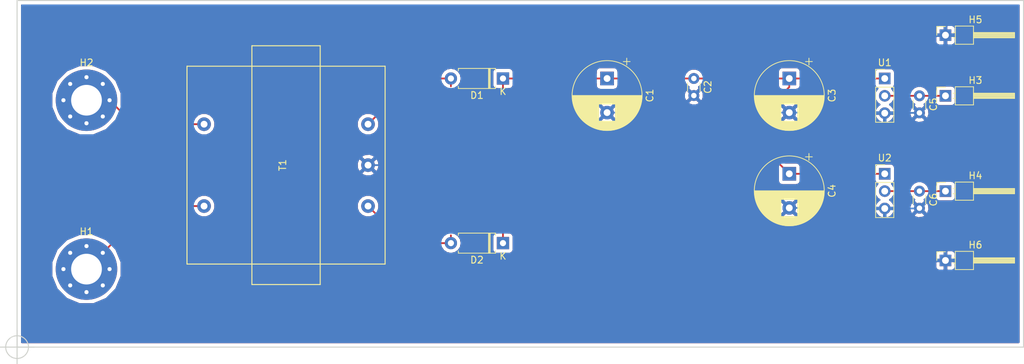
<source format=kicad_pcb>
(kicad_pcb (version 20171130) (host pcbnew "(5.0.1-3-g963ef8bb5)")

  (general
    (thickness 1.6)
    (drawings 5)
    (tracks 44)
    (zones 0)
    (modules 17)
    (nets 9)
  )

  (page A4)
  (layers
    (0 F.Cu signal)
    (31 B.Cu signal)
    (32 B.Adhes user)
    (33 F.Adhes user)
    (34 B.Paste user)
    (35 F.Paste user)
    (36 B.SilkS user)
    (37 F.SilkS user)
    (38 B.Mask user)
    (39 F.Mask user)
    (40 Dwgs.User user)
    (41 Cmts.User user)
    (42 Eco1.User user)
    (43 Eco2.User user)
    (44 Edge.Cuts user)
    (45 Margin user)
    (46 B.CrtYd user)
    (47 F.CrtYd user)
    (48 B.Fab user)
    (49 F.Fab user)
  )

  (setup
    (last_trace_width 0.254)
    (trace_clearance 0.254)
    (zone_clearance 0.508)
    (zone_45_only no)
    (trace_min 0.2)
    (segment_width 0.2)
    (edge_width 0.15)
    (via_size 0.8)
    (via_drill 0.4)
    (via_min_size 0.8)
    (via_min_drill 0.4)
    (uvia_size 0.3)
    (uvia_drill 0.1)
    (uvias_allowed no)
    (uvia_min_size 0.2)
    (uvia_min_drill 0.1)
    (pcb_text_width 0.3)
    (pcb_text_size 1.5 1.5)
    (mod_edge_width 0.15)
    (mod_text_size 1 1)
    (mod_text_width 0.15)
    (pad_size 1.524 1.524)
    (pad_drill 0.762)
    (pad_to_mask_clearance 0.051)
    (solder_mask_min_width 0.25)
    (aux_axis_origin 0 0)
    (visible_elements FFFFFF7F)
    (pcbplotparams
      (layerselection 0x010f0_ffffffff)
      (usegerberextensions true)
      (usegerberattributes false)
      (usegerberadvancedattributes false)
      (creategerberjobfile false)
      (excludeedgelayer true)
      (linewidth 0.100000)
      (plotframeref false)
      (viasonmask false)
      (mode 1)
      (useauxorigin false)
      (hpglpennumber 1)
      (hpglpenspeed 20)
      (hpglpendiameter 15.000000)
      (psnegative false)
      (psa4output false)
      (plotreference true)
      (plotvalue true)
      (plotinvisibletext false)
      (padsonsilk false)
      (subtractmaskfromsilk false)
      (outputformat 1)
      (mirror false)
      (drillshape 0)
      (scaleselection 1)
      (outputdirectory "GerverData/"))
  )

  (net 0 "")
  (net 1 "Net-(C1-Pad1)")
  (net 2 GND)
  (net 3 "Net-(C5-Pad1)")
  (net 4 "Net-(C6-Pad1)")
  (net 5 AC)
  (net 6 "Net-(H2-Pad1)")
  (net 7 "Net-(D1-Pad2)")
  (net 8 "Net-(D2-Pad2)")

  (net_class Default "これはデフォルトのネット クラスです。"
    (clearance 0.254)
    (trace_width 0.254)
    (via_dia 0.8)
    (via_drill 0.4)
    (uvia_dia 0.3)
    (uvia_drill 0.1)
    (add_net AC)
    (add_net GND)
    (add_net "Net-(C1-Pad1)")
    (add_net "Net-(C5-Pad1)")
    (add_net "Net-(C6-Pad1)")
    (add_net "Net-(D1-Pad2)")
    (add_net "Net-(D2-Pad2)")
    (add_net "Net-(H2-Pad1)")
  )

  (module Capacitor_THT:CP_Radial_D10.0mm_P5.00mm (layer F.Cu) (tedit 5AE50EF1) (tstamp 5BE54ED8)
    (at 149.86 73.66 270)
    (descr "CP, Radial series, Radial, pin pitch=5.00mm, , diameter=10mm, Electrolytic Capacitor")
    (tags "CP Radial series Radial pin pitch 5.00mm  diameter 10mm Electrolytic Capacitor")
    (path /5BD5EB54)
    (fp_text reference C1 (at 2.5 -6.25 270) (layer F.SilkS)
      (effects (font (size 1 1) (thickness 0.15)))
    )
    (fp_text value CP1 (at 2.5 6.25 270) (layer F.Fab)
      (effects (font (size 1 1) (thickness 0.15)))
    )
    (fp_circle (center 2.5 0) (end 7.5 0) (layer F.Fab) (width 0.1))
    (fp_circle (center 2.5 0) (end 7.62 0) (layer F.SilkS) (width 0.12))
    (fp_circle (center 2.5 0) (end 7.75 0) (layer F.CrtYd) (width 0.05))
    (fp_line (start -1.788861 -2.1875) (end -0.788861 -2.1875) (layer F.Fab) (width 0.1))
    (fp_line (start -1.288861 -2.6875) (end -1.288861 -1.6875) (layer F.Fab) (width 0.1))
    (fp_line (start 2.5 -5.08) (end 2.5 5.08) (layer F.SilkS) (width 0.12))
    (fp_line (start 2.54 -5.08) (end 2.54 5.08) (layer F.SilkS) (width 0.12))
    (fp_line (start 2.58 -5.08) (end 2.58 5.08) (layer F.SilkS) (width 0.12))
    (fp_line (start 2.62 -5.079) (end 2.62 5.079) (layer F.SilkS) (width 0.12))
    (fp_line (start 2.66 -5.078) (end 2.66 5.078) (layer F.SilkS) (width 0.12))
    (fp_line (start 2.7 -5.077) (end 2.7 5.077) (layer F.SilkS) (width 0.12))
    (fp_line (start 2.74 -5.075) (end 2.74 5.075) (layer F.SilkS) (width 0.12))
    (fp_line (start 2.78 -5.073) (end 2.78 5.073) (layer F.SilkS) (width 0.12))
    (fp_line (start 2.82 -5.07) (end 2.82 5.07) (layer F.SilkS) (width 0.12))
    (fp_line (start 2.86 -5.068) (end 2.86 5.068) (layer F.SilkS) (width 0.12))
    (fp_line (start 2.9 -5.065) (end 2.9 5.065) (layer F.SilkS) (width 0.12))
    (fp_line (start 2.94 -5.062) (end 2.94 5.062) (layer F.SilkS) (width 0.12))
    (fp_line (start 2.98 -5.058) (end 2.98 5.058) (layer F.SilkS) (width 0.12))
    (fp_line (start 3.02 -5.054) (end 3.02 5.054) (layer F.SilkS) (width 0.12))
    (fp_line (start 3.06 -5.05) (end 3.06 5.05) (layer F.SilkS) (width 0.12))
    (fp_line (start 3.1 -5.045) (end 3.1 5.045) (layer F.SilkS) (width 0.12))
    (fp_line (start 3.14 -5.04) (end 3.14 5.04) (layer F.SilkS) (width 0.12))
    (fp_line (start 3.18 -5.035) (end 3.18 5.035) (layer F.SilkS) (width 0.12))
    (fp_line (start 3.221 -5.03) (end 3.221 5.03) (layer F.SilkS) (width 0.12))
    (fp_line (start 3.261 -5.024) (end 3.261 5.024) (layer F.SilkS) (width 0.12))
    (fp_line (start 3.301 -5.018) (end 3.301 5.018) (layer F.SilkS) (width 0.12))
    (fp_line (start 3.341 -5.011) (end 3.341 5.011) (layer F.SilkS) (width 0.12))
    (fp_line (start 3.381 -5.004) (end 3.381 5.004) (layer F.SilkS) (width 0.12))
    (fp_line (start 3.421 -4.997) (end 3.421 4.997) (layer F.SilkS) (width 0.12))
    (fp_line (start 3.461 -4.99) (end 3.461 4.99) (layer F.SilkS) (width 0.12))
    (fp_line (start 3.501 -4.982) (end 3.501 4.982) (layer F.SilkS) (width 0.12))
    (fp_line (start 3.541 -4.974) (end 3.541 4.974) (layer F.SilkS) (width 0.12))
    (fp_line (start 3.581 -4.965) (end 3.581 4.965) (layer F.SilkS) (width 0.12))
    (fp_line (start 3.621 -4.956) (end 3.621 4.956) (layer F.SilkS) (width 0.12))
    (fp_line (start 3.661 -4.947) (end 3.661 4.947) (layer F.SilkS) (width 0.12))
    (fp_line (start 3.701 -4.938) (end 3.701 4.938) (layer F.SilkS) (width 0.12))
    (fp_line (start 3.741 -4.928) (end 3.741 4.928) (layer F.SilkS) (width 0.12))
    (fp_line (start 3.781 -4.918) (end 3.781 -1.241) (layer F.SilkS) (width 0.12))
    (fp_line (start 3.781 1.241) (end 3.781 4.918) (layer F.SilkS) (width 0.12))
    (fp_line (start 3.821 -4.907) (end 3.821 -1.241) (layer F.SilkS) (width 0.12))
    (fp_line (start 3.821 1.241) (end 3.821 4.907) (layer F.SilkS) (width 0.12))
    (fp_line (start 3.861 -4.897) (end 3.861 -1.241) (layer F.SilkS) (width 0.12))
    (fp_line (start 3.861 1.241) (end 3.861 4.897) (layer F.SilkS) (width 0.12))
    (fp_line (start 3.901 -4.885) (end 3.901 -1.241) (layer F.SilkS) (width 0.12))
    (fp_line (start 3.901 1.241) (end 3.901 4.885) (layer F.SilkS) (width 0.12))
    (fp_line (start 3.941 -4.874) (end 3.941 -1.241) (layer F.SilkS) (width 0.12))
    (fp_line (start 3.941 1.241) (end 3.941 4.874) (layer F.SilkS) (width 0.12))
    (fp_line (start 3.981 -4.862) (end 3.981 -1.241) (layer F.SilkS) (width 0.12))
    (fp_line (start 3.981 1.241) (end 3.981 4.862) (layer F.SilkS) (width 0.12))
    (fp_line (start 4.021 -4.85) (end 4.021 -1.241) (layer F.SilkS) (width 0.12))
    (fp_line (start 4.021 1.241) (end 4.021 4.85) (layer F.SilkS) (width 0.12))
    (fp_line (start 4.061 -4.837) (end 4.061 -1.241) (layer F.SilkS) (width 0.12))
    (fp_line (start 4.061 1.241) (end 4.061 4.837) (layer F.SilkS) (width 0.12))
    (fp_line (start 4.101 -4.824) (end 4.101 -1.241) (layer F.SilkS) (width 0.12))
    (fp_line (start 4.101 1.241) (end 4.101 4.824) (layer F.SilkS) (width 0.12))
    (fp_line (start 4.141 -4.811) (end 4.141 -1.241) (layer F.SilkS) (width 0.12))
    (fp_line (start 4.141 1.241) (end 4.141 4.811) (layer F.SilkS) (width 0.12))
    (fp_line (start 4.181 -4.797) (end 4.181 -1.241) (layer F.SilkS) (width 0.12))
    (fp_line (start 4.181 1.241) (end 4.181 4.797) (layer F.SilkS) (width 0.12))
    (fp_line (start 4.221 -4.783) (end 4.221 -1.241) (layer F.SilkS) (width 0.12))
    (fp_line (start 4.221 1.241) (end 4.221 4.783) (layer F.SilkS) (width 0.12))
    (fp_line (start 4.261 -4.768) (end 4.261 -1.241) (layer F.SilkS) (width 0.12))
    (fp_line (start 4.261 1.241) (end 4.261 4.768) (layer F.SilkS) (width 0.12))
    (fp_line (start 4.301 -4.754) (end 4.301 -1.241) (layer F.SilkS) (width 0.12))
    (fp_line (start 4.301 1.241) (end 4.301 4.754) (layer F.SilkS) (width 0.12))
    (fp_line (start 4.341 -4.738) (end 4.341 -1.241) (layer F.SilkS) (width 0.12))
    (fp_line (start 4.341 1.241) (end 4.341 4.738) (layer F.SilkS) (width 0.12))
    (fp_line (start 4.381 -4.723) (end 4.381 -1.241) (layer F.SilkS) (width 0.12))
    (fp_line (start 4.381 1.241) (end 4.381 4.723) (layer F.SilkS) (width 0.12))
    (fp_line (start 4.421 -4.707) (end 4.421 -1.241) (layer F.SilkS) (width 0.12))
    (fp_line (start 4.421 1.241) (end 4.421 4.707) (layer F.SilkS) (width 0.12))
    (fp_line (start 4.461 -4.69) (end 4.461 -1.241) (layer F.SilkS) (width 0.12))
    (fp_line (start 4.461 1.241) (end 4.461 4.69) (layer F.SilkS) (width 0.12))
    (fp_line (start 4.501 -4.674) (end 4.501 -1.241) (layer F.SilkS) (width 0.12))
    (fp_line (start 4.501 1.241) (end 4.501 4.674) (layer F.SilkS) (width 0.12))
    (fp_line (start 4.541 -4.657) (end 4.541 -1.241) (layer F.SilkS) (width 0.12))
    (fp_line (start 4.541 1.241) (end 4.541 4.657) (layer F.SilkS) (width 0.12))
    (fp_line (start 4.581 -4.639) (end 4.581 -1.241) (layer F.SilkS) (width 0.12))
    (fp_line (start 4.581 1.241) (end 4.581 4.639) (layer F.SilkS) (width 0.12))
    (fp_line (start 4.621 -4.621) (end 4.621 -1.241) (layer F.SilkS) (width 0.12))
    (fp_line (start 4.621 1.241) (end 4.621 4.621) (layer F.SilkS) (width 0.12))
    (fp_line (start 4.661 -4.603) (end 4.661 -1.241) (layer F.SilkS) (width 0.12))
    (fp_line (start 4.661 1.241) (end 4.661 4.603) (layer F.SilkS) (width 0.12))
    (fp_line (start 4.701 -4.584) (end 4.701 -1.241) (layer F.SilkS) (width 0.12))
    (fp_line (start 4.701 1.241) (end 4.701 4.584) (layer F.SilkS) (width 0.12))
    (fp_line (start 4.741 -4.564) (end 4.741 -1.241) (layer F.SilkS) (width 0.12))
    (fp_line (start 4.741 1.241) (end 4.741 4.564) (layer F.SilkS) (width 0.12))
    (fp_line (start 4.781 -4.545) (end 4.781 -1.241) (layer F.SilkS) (width 0.12))
    (fp_line (start 4.781 1.241) (end 4.781 4.545) (layer F.SilkS) (width 0.12))
    (fp_line (start 4.821 -4.525) (end 4.821 -1.241) (layer F.SilkS) (width 0.12))
    (fp_line (start 4.821 1.241) (end 4.821 4.525) (layer F.SilkS) (width 0.12))
    (fp_line (start 4.861 -4.504) (end 4.861 -1.241) (layer F.SilkS) (width 0.12))
    (fp_line (start 4.861 1.241) (end 4.861 4.504) (layer F.SilkS) (width 0.12))
    (fp_line (start 4.901 -4.483) (end 4.901 -1.241) (layer F.SilkS) (width 0.12))
    (fp_line (start 4.901 1.241) (end 4.901 4.483) (layer F.SilkS) (width 0.12))
    (fp_line (start 4.941 -4.462) (end 4.941 -1.241) (layer F.SilkS) (width 0.12))
    (fp_line (start 4.941 1.241) (end 4.941 4.462) (layer F.SilkS) (width 0.12))
    (fp_line (start 4.981 -4.44) (end 4.981 -1.241) (layer F.SilkS) (width 0.12))
    (fp_line (start 4.981 1.241) (end 4.981 4.44) (layer F.SilkS) (width 0.12))
    (fp_line (start 5.021 -4.417) (end 5.021 -1.241) (layer F.SilkS) (width 0.12))
    (fp_line (start 5.021 1.241) (end 5.021 4.417) (layer F.SilkS) (width 0.12))
    (fp_line (start 5.061 -4.395) (end 5.061 -1.241) (layer F.SilkS) (width 0.12))
    (fp_line (start 5.061 1.241) (end 5.061 4.395) (layer F.SilkS) (width 0.12))
    (fp_line (start 5.101 -4.371) (end 5.101 -1.241) (layer F.SilkS) (width 0.12))
    (fp_line (start 5.101 1.241) (end 5.101 4.371) (layer F.SilkS) (width 0.12))
    (fp_line (start 5.141 -4.347) (end 5.141 -1.241) (layer F.SilkS) (width 0.12))
    (fp_line (start 5.141 1.241) (end 5.141 4.347) (layer F.SilkS) (width 0.12))
    (fp_line (start 5.181 -4.323) (end 5.181 -1.241) (layer F.SilkS) (width 0.12))
    (fp_line (start 5.181 1.241) (end 5.181 4.323) (layer F.SilkS) (width 0.12))
    (fp_line (start 5.221 -4.298) (end 5.221 -1.241) (layer F.SilkS) (width 0.12))
    (fp_line (start 5.221 1.241) (end 5.221 4.298) (layer F.SilkS) (width 0.12))
    (fp_line (start 5.261 -4.273) (end 5.261 -1.241) (layer F.SilkS) (width 0.12))
    (fp_line (start 5.261 1.241) (end 5.261 4.273) (layer F.SilkS) (width 0.12))
    (fp_line (start 5.301 -4.247) (end 5.301 -1.241) (layer F.SilkS) (width 0.12))
    (fp_line (start 5.301 1.241) (end 5.301 4.247) (layer F.SilkS) (width 0.12))
    (fp_line (start 5.341 -4.221) (end 5.341 -1.241) (layer F.SilkS) (width 0.12))
    (fp_line (start 5.341 1.241) (end 5.341 4.221) (layer F.SilkS) (width 0.12))
    (fp_line (start 5.381 -4.194) (end 5.381 -1.241) (layer F.SilkS) (width 0.12))
    (fp_line (start 5.381 1.241) (end 5.381 4.194) (layer F.SilkS) (width 0.12))
    (fp_line (start 5.421 -4.166) (end 5.421 -1.241) (layer F.SilkS) (width 0.12))
    (fp_line (start 5.421 1.241) (end 5.421 4.166) (layer F.SilkS) (width 0.12))
    (fp_line (start 5.461 -4.138) (end 5.461 -1.241) (layer F.SilkS) (width 0.12))
    (fp_line (start 5.461 1.241) (end 5.461 4.138) (layer F.SilkS) (width 0.12))
    (fp_line (start 5.501 -4.11) (end 5.501 -1.241) (layer F.SilkS) (width 0.12))
    (fp_line (start 5.501 1.241) (end 5.501 4.11) (layer F.SilkS) (width 0.12))
    (fp_line (start 5.541 -4.08) (end 5.541 -1.241) (layer F.SilkS) (width 0.12))
    (fp_line (start 5.541 1.241) (end 5.541 4.08) (layer F.SilkS) (width 0.12))
    (fp_line (start 5.581 -4.05) (end 5.581 -1.241) (layer F.SilkS) (width 0.12))
    (fp_line (start 5.581 1.241) (end 5.581 4.05) (layer F.SilkS) (width 0.12))
    (fp_line (start 5.621 -4.02) (end 5.621 -1.241) (layer F.SilkS) (width 0.12))
    (fp_line (start 5.621 1.241) (end 5.621 4.02) (layer F.SilkS) (width 0.12))
    (fp_line (start 5.661 -3.989) (end 5.661 -1.241) (layer F.SilkS) (width 0.12))
    (fp_line (start 5.661 1.241) (end 5.661 3.989) (layer F.SilkS) (width 0.12))
    (fp_line (start 5.701 -3.957) (end 5.701 -1.241) (layer F.SilkS) (width 0.12))
    (fp_line (start 5.701 1.241) (end 5.701 3.957) (layer F.SilkS) (width 0.12))
    (fp_line (start 5.741 -3.925) (end 5.741 -1.241) (layer F.SilkS) (width 0.12))
    (fp_line (start 5.741 1.241) (end 5.741 3.925) (layer F.SilkS) (width 0.12))
    (fp_line (start 5.781 -3.892) (end 5.781 -1.241) (layer F.SilkS) (width 0.12))
    (fp_line (start 5.781 1.241) (end 5.781 3.892) (layer F.SilkS) (width 0.12))
    (fp_line (start 5.821 -3.858) (end 5.821 -1.241) (layer F.SilkS) (width 0.12))
    (fp_line (start 5.821 1.241) (end 5.821 3.858) (layer F.SilkS) (width 0.12))
    (fp_line (start 5.861 -3.824) (end 5.861 -1.241) (layer F.SilkS) (width 0.12))
    (fp_line (start 5.861 1.241) (end 5.861 3.824) (layer F.SilkS) (width 0.12))
    (fp_line (start 5.901 -3.789) (end 5.901 -1.241) (layer F.SilkS) (width 0.12))
    (fp_line (start 5.901 1.241) (end 5.901 3.789) (layer F.SilkS) (width 0.12))
    (fp_line (start 5.941 -3.753) (end 5.941 -1.241) (layer F.SilkS) (width 0.12))
    (fp_line (start 5.941 1.241) (end 5.941 3.753) (layer F.SilkS) (width 0.12))
    (fp_line (start 5.981 -3.716) (end 5.981 -1.241) (layer F.SilkS) (width 0.12))
    (fp_line (start 5.981 1.241) (end 5.981 3.716) (layer F.SilkS) (width 0.12))
    (fp_line (start 6.021 -3.679) (end 6.021 -1.241) (layer F.SilkS) (width 0.12))
    (fp_line (start 6.021 1.241) (end 6.021 3.679) (layer F.SilkS) (width 0.12))
    (fp_line (start 6.061 -3.64) (end 6.061 -1.241) (layer F.SilkS) (width 0.12))
    (fp_line (start 6.061 1.241) (end 6.061 3.64) (layer F.SilkS) (width 0.12))
    (fp_line (start 6.101 -3.601) (end 6.101 -1.241) (layer F.SilkS) (width 0.12))
    (fp_line (start 6.101 1.241) (end 6.101 3.601) (layer F.SilkS) (width 0.12))
    (fp_line (start 6.141 -3.561) (end 6.141 -1.241) (layer F.SilkS) (width 0.12))
    (fp_line (start 6.141 1.241) (end 6.141 3.561) (layer F.SilkS) (width 0.12))
    (fp_line (start 6.181 -3.52) (end 6.181 -1.241) (layer F.SilkS) (width 0.12))
    (fp_line (start 6.181 1.241) (end 6.181 3.52) (layer F.SilkS) (width 0.12))
    (fp_line (start 6.221 -3.478) (end 6.221 -1.241) (layer F.SilkS) (width 0.12))
    (fp_line (start 6.221 1.241) (end 6.221 3.478) (layer F.SilkS) (width 0.12))
    (fp_line (start 6.261 -3.436) (end 6.261 3.436) (layer F.SilkS) (width 0.12))
    (fp_line (start 6.301 -3.392) (end 6.301 3.392) (layer F.SilkS) (width 0.12))
    (fp_line (start 6.341 -3.347) (end 6.341 3.347) (layer F.SilkS) (width 0.12))
    (fp_line (start 6.381 -3.301) (end 6.381 3.301) (layer F.SilkS) (width 0.12))
    (fp_line (start 6.421 -3.254) (end 6.421 3.254) (layer F.SilkS) (width 0.12))
    (fp_line (start 6.461 -3.206) (end 6.461 3.206) (layer F.SilkS) (width 0.12))
    (fp_line (start 6.501 -3.156) (end 6.501 3.156) (layer F.SilkS) (width 0.12))
    (fp_line (start 6.541 -3.106) (end 6.541 3.106) (layer F.SilkS) (width 0.12))
    (fp_line (start 6.581 -3.054) (end 6.581 3.054) (layer F.SilkS) (width 0.12))
    (fp_line (start 6.621 -3) (end 6.621 3) (layer F.SilkS) (width 0.12))
    (fp_line (start 6.661 -2.945) (end 6.661 2.945) (layer F.SilkS) (width 0.12))
    (fp_line (start 6.701 -2.889) (end 6.701 2.889) (layer F.SilkS) (width 0.12))
    (fp_line (start 6.741 -2.83) (end 6.741 2.83) (layer F.SilkS) (width 0.12))
    (fp_line (start 6.781 -2.77) (end 6.781 2.77) (layer F.SilkS) (width 0.12))
    (fp_line (start 6.821 -2.709) (end 6.821 2.709) (layer F.SilkS) (width 0.12))
    (fp_line (start 6.861 -2.645) (end 6.861 2.645) (layer F.SilkS) (width 0.12))
    (fp_line (start 6.901 -2.579) (end 6.901 2.579) (layer F.SilkS) (width 0.12))
    (fp_line (start 6.941 -2.51) (end 6.941 2.51) (layer F.SilkS) (width 0.12))
    (fp_line (start 6.981 -2.439) (end 6.981 2.439) (layer F.SilkS) (width 0.12))
    (fp_line (start 7.021 -2.365) (end 7.021 2.365) (layer F.SilkS) (width 0.12))
    (fp_line (start 7.061 -2.289) (end 7.061 2.289) (layer F.SilkS) (width 0.12))
    (fp_line (start 7.101 -2.209) (end 7.101 2.209) (layer F.SilkS) (width 0.12))
    (fp_line (start 7.141 -2.125) (end 7.141 2.125) (layer F.SilkS) (width 0.12))
    (fp_line (start 7.181 -2.037) (end 7.181 2.037) (layer F.SilkS) (width 0.12))
    (fp_line (start 7.221 -1.944) (end 7.221 1.944) (layer F.SilkS) (width 0.12))
    (fp_line (start 7.261 -1.846) (end 7.261 1.846) (layer F.SilkS) (width 0.12))
    (fp_line (start 7.301 -1.742) (end 7.301 1.742) (layer F.SilkS) (width 0.12))
    (fp_line (start 7.341 -1.63) (end 7.341 1.63) (layer F.SilkS) (width 0.12))
    (fp_line (start 7.381 -1.51) (end 7.381 1.51) (layer F.SilkS) (width 0.12))
    (fp_line (start 7.421 -1.378) (end 7.421 1.378) (layer F.SilkS) (width 0.12))
    (fp_line (start 7.461 -1.23) (end 7.461 1.23) (layer F.SilkS) (width 0.12))
    (fp_line (start 7.501 -1.062) (end 7.501 1.062) (layer F.SilkS) (width 0.12))
    (fp_line (start 7.541 -0.862) (end 7.541 0.862) (layer F.SilkS) (width 0.12))
    (fp_line (start 7.581 -0.599) (end 7.581 0.599) (layer F.SilkS) (width 0.12))
    (fp_line (start -2.979646 -2.875) (end -1.979646 -2.875) (layer F.SilkS) (width 0.12))
    (fp_line (start -2.479646 -3.375) (end -2.479646 -2.375) (layer F.SilkS) (width 0.12))
    (fp_text user %R (at 2.5 0 270) (layer F.Fab)
      (effects (font (size 1 1) (thickness 0.15)))
    )
    (pad 1 thru_hole rect (at 0 0 270) (size 2 2) (drill 1) (layers *.Cu *.Mask)
      (net 1 "Net-(C1-Pad1)"))
    (pad 2 thru_hole circle (at 5 0 270) (size 2 2) (drill 1) (layers *.Cu *.Mask)
      (net 2 GND))
    (model ${KISYS3DMOD}/Capacitor_THT.3dshapes/CP_Radial_D10.0mm_P5.00mm.wrl
      (at (xyz 0 0 0))
      (scale (xyz 1 1 1))
      (rotate (xyz 0 0 0))
    )
  )

  (module Capacitor_THT:C_Disc_D3.0mm_W1.6mm_P2.50mm (layer F.Cu) (tedit 5AE50EF0) (tstamp 5BE55D47)
    (at 162.56 73.66 270)
    (descr "C, Disc series, Radial, pin pitch=2.50mm, , diameter*width=3.0*1.6mm^2, Capacitor, http://www.vishay.com/docs/45233/krseries.pdf")
    (tags "C Disc series Radial pin pitch 2.50mm  diameter 3.0mm width 1.6mm Capacitor")
    (path /5BD8BCB2)
    (fp_text reference C2 (at 1.25 -2.05 270) (layer F.SilkS)
      (effects (font (size 1 1) (thickness 0.15)))
    )
    (fp_text value C (at 1.25 2.05 270) (layer F.Fab)
      (effects (font (size 1 1) (thickness 0.15)))
    )
    (fp_line (start -0.25 -0.8) (end -0.25 0.8) (layer F.Fab) (width 0.1))
    (fp_line (start -0.25 0.8) (end 2.75 0.8) (layer F.Fab) (width 0.1))
    (fp_line (start 2.75 0.8) (end 2.75 -0.8) (layer F.Fab) (width 0.1))
    (fp_line (start 2.75 -0.8) (end -0.25 -0.8) (layer F.Fab) (width 0.1))
    (fp_line (start 0.621 -0.92) (end 1.879 -0.92) (layer F.SilkS) (width 0.12))
    (fp_line (start 0.621 0.92) (end 1.879 0.92) (layer F.SilkS) (width 0.12))
    (fp_line (start -1.05 -1.05) (end -1.05 1.05) (layer F.CrtYd) (width 0.05))
    (fp_line (start -1.05 1.05) (end 3.55 1.05) (layer F.CrtYd) (width 0.05))
    (fp_line (start 3.55 1.05) (end 3.55 -1.05) (layer F.CrtYd) (width 0.05))
    (fp_line (start 3.55 -1.05) (end -1.05 -1.05) (layer F.CrtYd) (width 0.05))
    (fp_text user %R (at 1.25 0 270) (layer F.Fab)
      (effects (font (size 0.6 0.6) (thickness 0.09)))
    )
    (pad 1 thru_hole circle (at 0 0 270) (size 1.6 1.6) (drill 0.8) (layers *.Cu *.Mask)
      (net 1 "Net-(C1-Pad1)"))
    (pad 2 thru_hole circle (at 2.5 0 270) (size 1.6 1.6) (drill 0.8) (layers *.Cu *.Mask)
      (net 2 GND))
    (model ${KISYS3DMOD}/Capacitor_THT.3dshapes/C_Disc_D3.0mm_W1.6mm_P2.50mm.wrl
      (at (xyz 0 0 0))
      (scale (xyz 1 1 1))
      (rotate (xyz 0 0 0))
    )
  )

  (module Capacitor_THT:CP_Radial_D10.0mm_P5.00mm (layer F.Cu) (tedit 5AE50EF1) (tstamp 5BE54FB5)
    (at 176.53 73.66 270)
    (descr "CP, Radial series, Radial, pin pitch=5.00mm, , diameter=10mm, Electrolytic Capacitor")
    (tags "CP Radial series Radial pin pitch 5.00mm  diameter 10mm Electrolytic Capacitor")
    (path /5BD8CD80)
    (fp_text reference C3 (at 2.5 -6.25 270) (layer F.SilkS)
      (effects (font (size 1 1) (thickness 0.15)))
    )
    (fp_text value CP1 (at 2.5 6.25 270) (layer F.Fab)
      (effects (font (size 1 1) (thickness 0.15)))
    )
    (fp_text user %R (at 2.5 0 270) (layer F.Fab)
      (effects (font (size 1 1) (thickness 0.15)))
    )
    (fp_line (start -2.479646 -3.375) (end -2.479646 -2.375) (layer F.SilkS) (width 0.12))
    (fp_line (start -2.979646 -2.875) (end -1.979646 -2.875) (layer F.SilkS) (width 0.12))
    (fp_line (start 7.581 -0.599) (end 7.581 0.599) (layer F.SilkS) (width 0.12))
    (fp_line (start 7.541 -0.862) (end 7.541 0.862) (layer F.SilkS) (width 0.12))
    (fp_line (start 7.501 -1.062) (end 7.501 1.062) (layer F.SilkS) (width 0.12))
    (fp_line (start 7.461 -1.23) (end 7.461 1.23) (layer F.SilkS) (width 0.12))
    (fp_line (start 7.421 -1.378) (end 7.421 1.378) (layer F.SilkS) (width 0.12))
    (fp_line (start 7.381 -1.51) (end 7.381 1.51) (layer F.SilkS) (width 0.12))
    (fp_line (start 7.341 -1.63) (end 7.341 1.63) (layer F.SilkS) (width 0.12))
    (fp_line (start 7.301 -1.742) (end 7.301 1.742) (layer F.SilkS) (width 0.12))
    (fp_line (start 7.261 -1.846) (end 7.261 1.846) (layer F.SilkS) (width 0.12))
    (fp_line (start 7.221 -1.944) (end 7.221 1.944) (layer F.SilkS) (width 0.12))
    (fp_line (start 7.181 -2.037) (end 7.181 2.037) (layer F.SilkS) (width 0.12))
    (fp_line (start 7.141 -2.125) (end 7.141 2.125) (layer F.SilkS) (width 0.12))
    (fp_line (start 7.101 -2.209) (end 7.101 2.209) (layer F.SilkS) (width 0.12))
    (fp_line (start 7.061 -2.289) (end 7.061 2.289) (layer F.SilkS) (width 0.12))
    (fp_line (start 7.021 -2.365) (end 7.021 2.365) (layer F.SilkS) (width 0.12))
    (fp_line (start 6.981 -2.439) (end 6.981 2.439) (layer F.SilkS) (width 0.12))
    (fp_line (start 6.941 -2.51) (end 6.941 2.51) (layer F.SilkS) (width 0.12))
    (fp_line (start 6.901 -2.579) (end 6.901 2.579) (layer F.SilkS) (width 0.12))
    (fp_line (start 6.861 -2.645) (end 6.861 2.645) (layer F.SilkS) (width 0.12))
    (fp_line (start 6.821 -2.709) (end 6.821 2.709) (layer F.SilkS) (width 0.12))
    (fp_line (start 6.781 -2.77) (end 6.781 2.77) (layer F.SilkS) (width 0.12))
    (fp_line (start 6.741 -2.83) (end 6.741 2.83) (layer F.SilkS) (width 0.12))
    (fp_line (start 6.701 -2.889) (end 6.701 2.889) (layer F.SilkS) (width 0.12))
    (fp_line (start 6.661 -2.945) (end 6.661 2.945) (layer F.SilkS) (width 0.12))
    (fp_line (start 6.621 -3) (end 6.621 3) (layer F.SilkS) (width 0.12))
    (fp_line (start 6.581 -3.054) (end 6.581 3.054) (layer F.SilkS) (width 0.12))
    (fp_line (start 6.541 -3.106) (end 6.541 3.106) (layer F.SilkS) (width 0.12))
    (fp_line (start 6.501 -3.156) (end 6.501 3.156) (layer F.SilkS) (width 0.12))
    (fp_line (start 6.461 -3.206) (end 6.461 3.206) (layer F.SilkS) (width 0.12))
    (fp_line (start 6.421 -3.254) (end 6.421 3.254) (layer F.SilkS) (width 0.12))
    (fp_line (start 6.381 -3.301) (end 6.381 3.301) (layer F.SilkS) (width 0.12))
    (fp_line (start 6.341 -3.347) (end 6.341 3.347) (layer F.SilkS) (width 0.12))
    (fp_line (start 6.301 -3.392) (end 6.301 3.392) (layer F.SilkS) (width 0.12))
    (fp_line (start 6.261 -3.436) (end 6.261 3.436) (layer F.SilkS) (width 0.12))
    (fp_line (start 6.221 1.241) (end 6.221 3.478) (layer F.SilkS) (width 0.12))
    (fp_line (start 6.221 -3.478) (end 6.221 -1.241) (layer F.SilkS) (width 0.12))
    (fp_line (start 6.181 1.241) (end 6.181 3.52) (layer F.SilkS) (width 0.12))
    (fp_line (start 6.181 -3.52) (end 6.181 -1.241) (layer F.SilkS) (width 0.12))
    (fp_line (start 6.141 1.241) (end 6.141 3.561) (layer F.SilkS) (width 0.12))
    (fp_line (start 6.141 -3.561) (end 6.141 -1.241) (layer F.SilkS) (width 0.12))
    (fp_line (start 6.101 1.241) (end 6.101 3.601) (layer F.SilkS) (width 0.12))
    (fp_line (start 6.101 -3.601) (end 6.101 -1.241) (layer F.SilkS) (width 0.12))
    (fp_line (start 6.061 1.241) (end 6.061 3.64) (layer F.SilkS) (width 0.12))
    (fp_line (start 6.061 -3.64) (end 6.061 -1.241) (layer F.SilkS) (width 0.12))
    (fp_line (start 6.021 1.241) (end 6.021 3.679) (layer F.SilkS) (width 0.12))
    (fp_line (start 6.021 -3.679) (end 6.021 -1.241) (layer F.SilkS) (width 0.12))
    (fp_line (start 5.981 1.241) (end 5.981 3.716) (layer F.SilkS) (width 0.12))
    (fp_line (start 5.981 -3.716) (end 5.981 -1.241) (layer F.SilkS) (width 0.12))
    (fp_line (start 5.941 1.241) (end 5.941 3.753) (layer F.SilkS) (width 0.12))
    (fp_line (start 5.941 -3.753) (end 5.941 -1.241) (layer F.SilkS) (width 0.12))
    (fp_line (start 5.901 1.241) (end 5.901 3.789) (layer F.SilkS) (width 0.12))
    (fp_line (start 5.901 -3.789) (end 5.901 -1.241) (layer F.SilkS) (width 0.12))
    (fp_line (start 5.861 1.241) (end 5.861 3.824) (layer F.SilkS) (width 0.12))
    (fp_line (start 5.861 -3.824) (end 5.861 -1.241) (layer F.SilkS) (width 0.12))
    (fp_line (start 5.821 1.241) (end 5.821 3.858) (layer F.SilkS) (width 0.12))
    (fp_line (start 5.821 -3.858) (end 5.821 -1.241) (layer F.SilkS) (width 0.12))
    (fp_line (start 5.781 1.241) (end 5.781 3.892) (layer F.SilkS) (width 0.12))
    (fp_line (start 5.781 -3.892) (end 5.781 -1.241) (layer F.SilkS) (width 0.12))
    (fp_line (start 5.741 1.241) (end 5.741 3.925) (layer F.SilkS) (width 0.12))
    (fp_line (start 5.741 -3.925) (end 5.741 -1.241) (layer F.SilkS) (width 0.12))
    (fp_line (start 5.701 1.241) (end 5.701 3.957) (layer F.SilkS) (width 0.12))
    (fp_line (start 5.701 -3.957) (end 5.701 -1.241) (layer F.SilkS) (width 0.12))
    (fp_line (start 5.661 1.241) (end 5.661 3.989) (layer F.SilkS) (width 0.12))
    (fp_line (start 5.661 -3.989) (end 5.661 -1.241) (layer F.SilkS) (width 0.12))
    (fp_line (start 5.621 1.241) (end 5.621 4.02) (layer F.SilkS) (width 0.12))
    (fp_line (start 5.621 -4.02) (end 5.621 -1.241) (layer F.SilkS) (width 0.12))
    (fp_line (start 5.581 1.241) (end 5.581 4.05) (layer F.SilkS) (width 0.12))
    (fp_line (start 5.581 -4.05) (end 5.581 -1.241) (layer F.SilkS) (width 0.12))
    (fp_line (start 5.541 1.241) (end 5.541 4.08) (layer F.SilkS) (width 0.12))
    (fp_line (start 5.541 -4.08) (end 5.541 -1.241) (layer F.SilkS) (width 0.12))
    (fp_line (start 5.501 1.241) (end 5.501 4.11) (layer F.SilkS) (width 0.12))
    (fp_line (start 5.501 -4.11) (end 5.501 -1.241) (layer F.SilkS) (width 0.12))
    (fp_line (start 5.461 1.241) (end 5.461 4.138) (layer F.SilkS) (width 0.12))
    (fp_line (start 5.461 -4.138) (end 5.461 -1.241) (layer F.SilkS) (width 0.12))
    (fp_line (start 5.421 1.241) (end 5.421 4.166) (layer F.SilkS) (width 0.12))
    (fp_line (start 5.421 -4.166) (end 5.421 -1.241) (layer F.SilkS) (width 0.12))
    (fp_line (start 5.381 1.241) (end 5.381 4.194) (layer F.SilkS) (width 0.12))
    (fp_line (start 5.381 -4.194) (end 5.381 -1.241) (layer F.SilkS) (width 0.12))
    (fp_line (start 5.341 1.241) (end 5.341 4.221) (layer F.SilkS) (width 0.12))
    (fp_line (start 5.341 -4.221) (end 5.341 -1.241) (layer F.SilkS) (width 0.12))
    (fp_line (start 5.301 1.241) (end 5.301 4.247) (layer F.SilkS) (width 0.12))
    (fp_line (start 5.301 -4.247) (end 5.301 -1.241) (layer F.SilkS) (width 0.12))
    (fp_line (start 5.261 1.241) (end 5.261 4.273) (layer F.SilkS) (width 0.12))
    (fp_line (start 5.261 -4.273) (end 5.261 -1.241) (layer F.SilkS) (width 0.12))
    (fp_line (start 5.221 1.241) (end 5.221 4.298) (layer F.SilkS) (width 0.12))
    (fp_line (start 5.221 -4.298) (end 5.221 -1.241) (layer F.SilkS) (width 0.12))
    (fp_line (start 5.181 1.241) (end 5.181 4.323) (layer F.SilkS) (width 0.12))
    (fp_line (start 5.181 -4.323) (end 5.181 -1.241) (layer F.SilkS) (width 0.12))
    (fp_line (start 5.141 1.241) (end 5.141 4.347) (layer F.SilkS) (width 0.12))
    (fp_line (start 5.141 -4.347) (end 5.141 -1.241) (layer F.SilkS) (width 0.12))
    (fp_line (start 5.101 1.241) (end 5.101 4.371) (layer F.SilkS) (width 0.12))
    (fp_line (start 5.101 -4.371) (end 5.101 -1.241) (layer F.SilkS) (width 0.12))
    (fp_line (start 5.061 1.241) (end 5.061 4.395) (layer F.SilkS) (width 0.12))
    (fp_line (start 5.061 -4.395) (end 5.061 -1.241) (layer F.SilkS) (width 0.12))
    (fp_line (start 5.021 1.241) (end 5.021 4.417) (layer F.SilkS) (width 0.12))
    (fp_line (start 5.021 -4.417) (end 5.021 -1.241) (layer F.SilkS) (width 0.12))
    (fp_line (start 4.981 1.241) (end 4.981 4.44) (layer F.SilkS) (width 0.12))
    (fp_line (start 4.981 -4.44) (end 4.981 -1.241) (layer F.SilkS) (width 0.12))
    (fp_line (start 4.941 1.241) (end 4.941 4.462) (layer F.SilkS) (width 0.12))
    (fp_line (start 4.941 -4.462) (end 4.941 -1.241) (layer F.SilkS) (width 0.12))
    (fp_line (start 4.901 1.241) (end 4.901 4.483) (layer F.SilkS) (width 0.12))
    (fp_line (start 4.901 -4.483) (end 4.901 -1.241) (layer F.SilkS) (width 0.12))
    (fp_line (start 4.861 1.241) (end 4.861 4.504) (layer F.SilkS) (width 0.12))
    (fp_line (start 4.861 -4.504) (end 4.861 -1.241) (layer F.SilkS) (width 0.12))
    (fp_line (start 4.821 1.241) (end 4.821 4.525) (layer F.SilkS) (width 0.12))
    (fp_line (start 4.821 -4.525) (end 4.821 -1.241) (layer F.SilkS) (width 0.12))
    (fp_line (start 4.781 1.241) (end 4.781 4.545) (layer F.SilkS) (width 0.12))
    (fp_line (start 4.781 -4.545) (end 4.781 -1.241) (layer F.SilkS) (width 0.12))
    (fp_line (start 4.741 1.241) (end 4.741 4.564) (layer F.SilkS) (width 0.12))
    (fp_line (start 4.741 -4.564) (end 4.741 -1.241) (layer F.SilkS) (width 0.12))
    (fp_line (start 4.701 1.241) (end 4.701 4.584) (layer F.SilkS) (width 0.12))
    (fp_line (start 4.701 -4.584) (end 4.701 -1.241) (layer F.SilkS) (width 0.12))
    (fp_line (start 4.661 1.241) (end 4.661 4.603) (layer F.SilkS) (width 0.12))
    (fp_line (start 4.661 -4.603) (end 4.661 -1.241) (layer F.SilkS) (width 0.12))
    (fp_line (start 4.621 1.241) (end 4.621 4.621) (layer F.SilkS) (width 0.12))
    (fp_line (start 4.621 -4.621) (end 4.621 -1.241) (layer F.SilkS) (width 0.12))
    (fp_line (start 4.581 1.241) (end 4.581 4.639) (layer F.SilkS) (width 0.12))
    (fp_line (start 4.581 -4.639) (end 4.581 -1.241) (layer F.SilkS) (width 0.12))
    (fp_line (start 4.541 1.241) (end 4.541 4.657) (layer F.SilkS) (width 0.12))
    (fp_line (start 4.541 -4.657) (end 4.541 -1.241) (layer F.SilkS) (width 0.12))
    (fp_line (start 4.501 1.241) (end 4.501 4.674) (layer F.SilkS) (width 0.12))
    (fp_line (start 4.501 -4.674) (end 4.501 -1.241) (layer F.SilkS) (width 0.12))
    (fp_line (start 4.461 1.241) (end 4.461 4.69) (layer F.SilkS) (width 0.12))
    (fp_line (start 4.461 -4.69) (end 4.461 -1.241) (layer F.SilkS) (width 0.12))
    (fp_line (start 4.421 1.241) (end 4.421 4.707) (layer F.SilkS) (width 0.12))
    (fp_line (start 4.421 -4.707) (end 4.421 -1.241) (layer F.SilkS) (width 0.12))
    (fp_line (start 4.381 1.241) (end 4.381 4.723) (layer F.SilkS) (width 0.12))
    (fp_line (start 4.381 -4.723) (end 4.381 -1.241) (layer F.SilkS) (width 0.12))
    (fp_line (start 4.341 1.241) (end 4.341 4.738) (layer F.SilkS) (width 0.12))
    (fp_line (start 4.341 -4.738) (end 4.341 -1.241) (layer F.SilkS) (width 0.12))
    (fp_line (start 4.301 1.241) (end 4.301 4.754) (layer F.SilkS) (width 0.12))
    (fp_line (start 4.301 -4.754) (end 4.301 -1.241) (layer F.SilkS) (width 0.12))
    (fp_line (start 4.261 1.241) (end 4.261 4.768) (layer F.SilkS) (width 0.12))
    (fp_line (start 4.261 -4.768) (end 4.261 -1.241) (layer F.SilkS) (width 0.12))
    (fp_line (start 4.221 1.241) (end 4.221 4.783) (layer F.SilkS) (width 0.12))
    (fp_line (start 4.221 -4.783) (end 4.221 -1.241) (layer F.SilkS) (width 0.12))
    (fp_line (start 4.181 1.241) (end 4.181 4.797) (layer F.SilkS) (width 0.12))
    (fp_line (start 4.181 -4.797) (end 4.181 -1.241) (layer F.SilkS) (width 0.12))
    (fp_line (start 4.141 1.241) (end 4.141 4.811) (layer F.SilkS) (width 0.12))
    (fp_line (start 4.141 -4.811) (end 4.141 -1.241) (layer F.SilkS) (width 0.12))
    (fp_line (start 4.101 1.241) (end 4.101 4.824) (layer F.SilkS) (width 0.12))
    (fp_line (start 4.101 -4.824) (end 4.101 -1.241) (layer F.SilkS) (width 0.12))
    (fp_line (start 4.061 1.241) (end 4.061 4.837) (layer F.SilkS) (width 0.12))
    (fp_line (start 4.061 -4.837) (end 4.061 -1.241) (layer F.SilkS) (width 0.12))
    (fp_line (start 4.021 1.241) (end 4.021 4.85) (layer F.SilkS) (width 0.12))
    (fp_line (start 4.021 -4.85) (end 4.021 -1.241) (layer F.SilkS) (width 0.12))
    (fp_line (start 3.981 1.241) (end 3.981 4.862) (layer F.SilkS) (width 0.12))
    (fp_line (start 3.981 -4.862) (end 3.981 -1.241) (layer F.SilkS) (width 0.12))
    (fp_line (start 3.941 1.241) (end 3.941 4.874) (layer F.SilkS) (width 0.12))
    (fp_line (start 3.941 -4.874) (end 3.941 -1.241) (layer F.SilkS) (width 0.12))
    (fp_line (start 3.901 1.241) (end 3.901 4.885) (layer F.SilkS) (width 0.12))
    (fp_line (start 3.901 -4.885) (end 3.901 -1.241) (layer F.SilkS) (width 0.12))
    (fp_line (start 3.861 1.241) (end 3.861 4.897) (layer F.SilkS) (width 0.12))
    (fp_line (start 3.861 -4.897) (end 3.861 -1.241) (layer F.SilkS) (width 0.12))
    (fp_line (start 3.821 1.241) (end 3.821 4.907) (layer F.SilkS) (width 0.12))
    (fp_line (start 3.821 -4.907) (end 3.821 -1.241) (layer F.SilkS) (width 0.12))
    (fp_line (start 3.781 1.241) (end 3.781 4.918) (layer F.SilkS) (width 0.12))
    (fp_line (start 3.781 -4.918) (end 3.781 -1.241) (layer F.SilkS) (width 0.12))
    (fp_line (start 3.741 -4.928) (end 3.741 4.928) (layer F.SilkS) (width 0.12))
    (fp_line (start 3.701 -4.938) (end 3.701 4.938) (layer F.SilkS) (width 0.12))
    (fp_line (start 3.661 -4.947) (end 3.661 4.947) (layer F.SilkS) (width 0.12))
    (fp_line (start 3.621 -4.956) (end 3.621 4.956) (layer F.SilkS) (width 0.12))
    (fp_line (start 3.581 -4.965) (end 3.581 4.965) (layer F.SilkS) (width 0.12))
    (fp_line (start 3.541 -4.974) (end 3.541 4.974) (layer F.SilkS) (width 0.12))
    (fp_line (start 3.501 -4.982) (end 3.501 4.982) (layer F.SilkS) (width 0.12))
    (fp_line (start 3.461 -4.99) (end 3.461 4.99) (layer F.SilkS) (width 0.12))
    (fp_line (start 3.421 -4.997) (end 3.421 4.997) (layer F.SilkS) (width 0.12))
    (fp_line (start 3.381 -5.004) (end 3.381 5.004) (layer F.SilkS) (width 0.12))
    (fp_line (start 3.341 -5.011) (end 3.341 5.011) (layer F.SilkS) (width 0.12))
    (fp_line (start 3.301 -5.018) (end 3.301 5.018) (layer F.SilkS) (width 0.12))
    (fp_line (start 3.261 -5.024) (end 3.261 5.024) (layer F.SilkS) (width 0.12))
    (fp_line (start 3.221 -5.03) (end 3.221 5.03) (layer F.SilkS) (width 0.12))
    (fp_line (start 3.18 -5.035) (end 3.18 5.035) (layer F.SilkS) (width 0.12))
    (fp_line (start 3.14 -5.04) (end 3.14 5.04) (layer F.SilkS) (width 0.12))
    (fp_line (start 3.1 -5.045) (end 3.1 5.045) (layer F.SilkS) (width 0.12))
    (fp_line (start 3.06 -5.05) (end 3.06 5.05) (layer F.SilkS) (width 0.12))
    (fp_line (start 3.02 -5.054) (end 3.02 5.054) (layer F.SilkS) (width 0.12))
    (fp_line (start 2.98 -5.058) (end 2.98 5.058) (layer F.SilkS) (width 0.12))
    (fp_line (start 2.94 -5.062) (end 2.94 5.062) (layer F.SilkS) (width 0.12))
    (fp_line (start 2.9 -5.065) (end 2.9 5.065) (layer F.SilkS) (width 0.12))
    (fp_line (start 2.86 -5.068) (end 2.86 5.068) (layer F.SilkS) (width 0.12))
    (fp_line (start 2.82 -5.07) (end 2.82 5.07) (layer F.SilkS) (width 0.12))
    (fp_line (start 2.78 -5.073) (end 2.78 5.073) (layer F.SilkS) (width 0.12))
    (fp_line (start 2.74 -5.075) (end 2.74 5.075) (layer F.SilkS) (width 0.12))
    (fp_line (start 2.7 -5.077) (end 2.7 5.077) (layer F.SilkS) (width 0.12))
    (fp_line (start 2.66 -5.078) (end 2.66 5.078) (layer F.SilkS) (width 0.12))
    (fp_line (start 2.62 -5.079) (end 2.62 5.079) (layer F.SilkS) (width 0.12))
    (fp_line (start 2.58 -5.08) (end 2.58 5.08) (layer F.SilkS) (width 0.12))
    (fp_line (start 2.54 -5.08) (end 2.54 5.08) (layer F.SilkS) (width 0.12))
    (fp_line (start 2.5 -5.08) (end 2.5 5.08) (layer F.SilkS) (width 0.12))
    (fp_line (start -1.288861 -2.6875) (end -1.288861 -1.6875) (layer F.Fab) (width 0.1))
    (fp_line (start -1.788861 -2.1875) (end -0.788861 -2.1875) (layer F.Fab) (width 0.1))
    (fp_circle (center 2.5 0) (end 7.75 0) (layer F.CrtYd) (width 0.05))
    (fp_circle (center 2.5 0) (end 7.62 0) (layer F.SilkS) (width 0.12))
    (fp_circle (center 2.5 0) (end 7.5 0) (layer F.Fab) (width 0.1))
    (pad 2 thru_hole circle (at 5 0 270) (size 2 2) (drill 1) (layers *.Cu *.Mask)
      (net 2 GND))
    (pad 1 thru_hole rect (at 0 0 270) (size 2 2) (drill 1) (layers *.Cu *.Mask)
      (net 1 "Net-(C1-Pad1)"))
    (model ${KISYS3DMOD}/Capacitor_THT.3dshapes/CP_Radial_D10.0mm_P5.00mm.wrl
      (at (xyz 0 0 0))
      (scale (xyz 1 1 1))
      (rotate (xyz 0 0 0))
    )
  )

  (module Capacitor_THT:CP_Radial_D10.0mm_P5.00mm (layer F.Cu) (tedit 5AE50EF1) (tstamp 5BE55081)
    (at 176.53 87.63 270)
    (descr "CP, Radial series, Radial, pin pitch=5.00mm, , diameter=10mm, Electrolytic Capacitor")
    (tags "CP Radial series Radial pin pitch 5.00mm  diameter 10mm Electrolytic Capacitor")
    (path /5BD8CDE3)
    (fp_text reference C4 (at 2.5 -6.25 270) (layer F.SilkS)
      (effects (font (size 1 1) (thickness 0.15)))
    )
    (fp_text value CP1 (at 2.5 6.25 270) (layer F.Fab)
      (effects (font (size 1 1) (thickness 0.15)))
    )
    (fp_circle (center 2.5 0) (end 7.5 0) (layer F.Fab) (width 0.1))
    (fp_circle (center 2.5 0) (end 7.62 0) (layer F.SilkS) (width 0.12))
    (fp_circle (center 2.5 0) (end 7.75 0) (layer F.CrtYd) (width 0.05))
    (fp_line (start -1.788861 -2.1875) (end -0.788861 -2.1875) (layer F.Fab) (width 0.1))
    (fp_line (start -1.288861 -2.6875) (end -1.288861 -1.6875) (layer F.Fab) (width 0.1))
    (fp_line (start 2.5 -5.08) (end 2.5 5.08) (layer F.SilkS) (width 0.12))
    (fp_line (start 2.54 -5.08) (end 2.54 5.08) (layer F.SilkS) (width 0.12))
    (fp_line (start 2.58 -5.08) (end 2.58 5.08) (layer F.SilkS) (width 0.12))
    (fp_line (start 2.62 -5.079) (end 2.62 5.079) (layer F.SilkS) (width 0.12))
    (fp_line (start 2.66 -5.078) (end 2.66 5.078) (layer F.SilkS) (width 0.12))
    (fp_line (start 2.7 -5.077) (end 2.7 5.077) (layer F.SilkS) (width 0.12))
    (fp_line (start 2.74 -5.075) (end 2.74 5.075) (layer F.SilkS) (width 0.12))
    (fp_line (start 2.78 -5.073) (end 2.78 5.073) (layer F.SilkS) (width 0.12))
    (fp_line (start 2.82 -5.07) (end 2.82 5.07) (layer F.SilkS) (width 0.12))
    (fp_line (start 2.86 -5.068) (end 2.86 5.068) (layer F.SilkS) (width 0.12))
    (fp_line (start 2.9 -5.065) (end 2.9 5.065) (layer F.SilkS) (width 0.12))
    (fp_line (start 2.94 -5.062) (end 2.94 5.062) (layer F.SilkS) (width 0.12))
    (fp_line (start 2.98 -5.058) (end 2.98 5.058) (layer F.SilkS) (width 0.12))
    (fp_line (start 3.02 -5.054) (end 3.02 5.054) (layer F.SilkS) (width 0.12))
    (fp_line (start 3.06 -5.05) (end 3.06 5.05) (layer F.SilkS) (width 0.12))
    (fp_line (start 3.1 -5.045) (end 3.1 5.045) (layer F.SilkS) (width 0.12))
    (fp_line (start 3.14 -5.04) (end 3.14 5.04) (layer F.SilkS) (width 0.12))
    (fp_line (start 3.18 -5.035) (end 3.18 5.035) (layer F.SilkS) (width 0.12))
    (fp_line (start 3.221 -5.03) (end 3.221 5.03) (layer F.SilkS) (width 0.12))
    (fp_line (start 3.261 -5.024) (end 3.261 5.024) (layer F.SilkS) (width 0.12))
    (fp_line (start 3.301 -5.018) (end 3.301 5.018) (layer F.SilkS) (width 0.12))
    (fp_line (start 3.341 -5.011) (end 3.341 5.011) (layer F.SilkS) (width 0.12))
    (fp_line (start 3.381 -5.004) (end 3.381 5.004) (layer F.SilkS) (width 0.12))
    (fp_line (start 3.421 -4.997) (end 3.421 4.997) (layer F.SilkS) (width 0.12))
    (fp_line (start 3.461 -4.99) (end 3.461 4.99) (layer F.SilkS) (width 0.12))
    (fp_line (start 3.501 -4.982) (end 3.501 4.982) (layer F.SilkS) (width 0.12))
    (fp_line (start 3.541 -4.974) (end 3.541 4.974) (layer F.SilkS) (width 0.12))
    (fp_line (start 3.581 -4.965) (end 3.581 4.965) (layer F.SilkS) (width 0.12))
    (fp_line (start 3.621 -4.956) (end 3.621 4.956) (layer F.SilkS) (width 0.12))
    (fp_line (start 3.661 -4.947) (end 3.661 4.947) (layer F.SilkS) (width 0.12))
    (fp_line (start 3.701 -4.938) (end 3.701 4.938) (layer F.SilkS) (width 0.12))
    (fp_line (start 3.741 -4.928) (end 3.741 4.928) (layer F.SilkS) (width 0.12))
    (fp_line (start 3.781 -4.918) (end 3.781 -1.241) (layer F.SilkS) (width 0.12))
    (fp_line (start 3.781 1.241) (end 3.781 4.918) (layer F.SilkS) (width 0.12))
    (fp_line (start 3.821 -4.907) (end 3.821 -1.241) (layer F.SilkS) (width 0.12))
    (fp_line (start 3.821 1.241) (end 3.821 4.907) (layer F.SilkS) (width 0.12))
    (fp_line (start 3.861 -4.897) (end 3.861 -1.241) (layer F.SilkS) (width 0.12))
    (fp_line (start 3.861 1.241) (end 3.861 4.897) (layer F.SilkS) (width 0.12))
    (fp_line (start 3.901 -4.885) (end 3.901 -1.241) (layer F.SilkS) (width 0.12))
    (fp_line (start 3.901 1.241) (end 3.901 4.885) (layer F.SilkS) (width 0.12))
    (fp_line (start 3.941 -4.874) (end 3.941 -1.241) (layer F.SilkS) (width 0.12))
    (fp_line (start 3.941 1.241) (end 3.941 4.874) (layer F.SilkS) (width 0.12))
    (fp_line (start 3.981 -4.862) (end 3.981 -1.241) (layer F.SilkS) (width 0.12))
    (fp_line (start 3.981 1.241) (end 3.981 4.862) (layer F.SilkS) (width 0.12))
    (fp_line (start 4.021 -4.85) (end 4.021 -1.241) (layer F.SilkS) (width 0.12))
    (fp_line (start 4.021 1.241) (end 4.021 4.85) (layer F.SilkS) (width 0.12))
    (fp_line (start 4.061 -4.837) (end 4.061 -1.241) (layer F.SilkS) (width 0.12))
    (fp_line (start 4.061 1.241) (end 4.061 4.837) (layer F.SilkS) (width 0.12))
    (fp_line (start 4.101 -4.824) (end 4.101 -1.241) (layer F.SilkS) (width 0.12))
    (fp_line (start 4.101 1.241) (end 4.101 4.824) (layer F.SilkS) (width 0.12))
    (fp_line (start 4.141 -4.811) (end 4.141 -1.241) (layer F.SilkS) (width 0.12))
    (fp_line (start 4.141 1.241) (end 4.141 4.811) (layer F.SilkS) (width 0.12))
    (fp_line (start 4.181 -4.797) (end 4.181 -1.241) (layer F.SilkS) (width 0.12))
    (fp_line (start 4.181 1.241) (end 4.181 4.797) (layer F.SilkS) (width 0.12))
    (fp_line (start 4.221 -4.783) (end 4.221 -1.241) (layer F.SilkS) (width 0.12))
    (fp_line (start 4.221 1.241) (end 4.221 4.783) (layer F.SilkS) (width 0.12))
    (fp_line (start 4.261 -4.768) (end 4.261 -1.241) (layer F.SilkS) (width 0.12))
    (fp_line (start 4.261 1.241) (end 4.261 4.768) (layer F.SilkS) (width 0.12))
    (fp_line (start 4.301 -4.754) (end 4.301 -1.241) (layer F.SilkS) (width 0.12))
    (fp_line (start 4.301 1.241) (end 4.301 4.754) (layer F.SilkS) (width 0.12))
    (fp_line (start 4.341 -4.738) (end 4.341 -1.241) (layer F.SilkS) (width 0.12))
    (fp_line (start 4.341 1.241) (end 4.341 4.738) (layer F.SilkS) (width 0.12))
    (fp_line (start 4.381 -4.723) (end 4.381 -1.241) (layer F.SilkS) (width 0.12))
    (fp_line (start 4.381 1.241) (end 4.381 4.723) (layer F.SilkS) (width 0.12))
    (fp_line (start 4.421 -4.707) (end 4.421 -1.241) (layer F.SilkS) (width 0.12))
    (fp_line (start 4.421 1.241) (end 4.421 4.707) (layer F.SilkS) (width 0.12))
    (fp_line (start 4.461 -4.69) (end 4.461 -1.241) (layer F.SilkS) (width 0.12))
    (fp_line (start 4.461 1.241) (end 4.461 4.69) (layer F.SilkS) (width 0.12))
    (fp_line (start 4.501 -4.674) (end 4.501 -1.241) (layer F.SilkS) (width 0.12))
    (fp_line (start 4.501 1.241) (end 4.501 4.674) (layer F.SilkS) (width 0.12))
    (fp_line (start 4.541 -4.657) (end 4.541 -1.241) (layer F.SilkS) (width 0.12))
    (fp_line (start 4.541 1.241) (end 4.541 4.657) (layer F.SilkS) (width 0.12))
    (fp_line (start 4.581 -4.639) (end 4.581 -1.241) (layer F.SilkS) (width 0.12))
    (fp_line (start 4.581 1.241) (end 4.581 4.639) (layer F.SilkS) (width 0.12))
    (fp_line (start 4.621 -4.621) (end 4.621 -1.241) (layer F.SilkS) (width 0.12))
    (fp_line (start 4.621 1.241) (end 4.621 4.621) (layer F.SilkS) (width 0.12))
    (fp_line (start 4.661 -4.603) (end 4.661 -1.241) (layer F.SilkS) (width 0.12))
    (fp_line (start 4.661 1.241) (end 4.661 4.603) (layer F.SilkS) (width 0.12))
    (fp_line (start 4.701 -4.584) (end 4.701 -1.241) (layer F.SilkS) (width 0.12))
    (fp_line (start 4.701 1.241) (end 4.701 4.584) (layer F.SilkS) (width 0.12))
    (fp_line (start 4.741 -4.564) (end 4.741 -1.241) (layer F.SilkS) (width 0.12))
    (fp_line (start 4.741 1.241) (end 4.741 4.564) (layer F.SilkS) (width 0.12))
    (fp_line (start 4.781 -4.545) (end 4.781 -1.241) (layer F.SilkS) (width 0.12))
    (fp_line (start 4.781 1.241) (end 4.781 4.545) (layer F.SilkS) (width 0.12))
    (fp_line (start 4.821 -4.525) (end 4.821 -1.241) (layer F.SilkS) (width 0.12))
    (fp_line (start 4.821 1.241) (end 4.821 4.525) (layer F.SilkS) (width 0.12))
    (fp_line (start 4.861 -4.504) (end 4.861 -1.241) (layer F.SilkS) (width 0.12))
    (fp_line (start 4.861 1.241) (end 4.861 4.504) (layer F.SilkS) (width 0.12))
    (fp_line (start 4.901 -4.483) (end 4.901 -1.241) (layer F.SilkS) (width 0.12))
    (fp_line (start 4.901 1.241) (end 4.901 4.483) (layer F.SilkS) (width 0.12))
    (fp_line (start 4.941 -4.462) (end 4.941 -1.241) (layer F.SilkS) (width 0.12))
    (fp_line (start 4.941 1.241) (end 4.941 4.462) (layer F.SilkS) (width 0.12))
    (fp_line (start 4.981 -4.44) (end 4.981 -1.241) (layer F.SilkS) (width 0.12))
    (fp_line (start 4.981 1.241) (end 4.981 4.44) (layer F.SilkS) (width 0.12))
    (fp_line (start 5.021 -4.417) (end 5.021 -1.241) (layer F.SilkS) (width 0.12))
    (fp_line (start 5.021 1.241) (end 5.021 4.417) (layer F.SilkS) (width 0.12))
    (fp_line (start 5.061 -4.395) (end 5.061 -1.241) (layer F.SilkS) (width 0.12))
    (fp_line (start 5.061 1.241) (end 5.061 4.395) (layer F.SilkS) (width 0.12))
    (fp_line (start 5.101 -4.371) (end 5.101 -1.241) (layer F.SilkS) (width 0.12))
    (fp_line (start 5.101 1.241) (end 5.101 4.371) (layer F.SilkS) (width 0.12))
    (fp_line (start 5.141 -4.347) (end 5.141 -1.241) (layer F.SilkS) (width 0.12))
    (fp_line (start 5.141 1.241) (end 5.141 4.347) (layer F.SilkS) (width 0.12))
    (fp_line (start 5.181 -4.323) (end 5.181 -1.241) (layer F.SilkS) (width 0.12))
    (fp_line (start 5.181 1.241) (end 5.181 4.323) (layer F.SilkS) (width 0.12))
    (fp_line (start 5.221 -4.298) (end 5.221 -1.241) (layer F.SilkS) (width 0.12))
    (fp_line (start 5.221 1.241) (end 5.221 4.298) (layer F.SilkS) (width 0.12))
    (fp_line (start 5.261 -4.273) (end 5.261 -1.241) (layer F.SilkS) (width 0.12))
    (fp_line (start 5.261 1.241) (end 5.261 4.273) (layer F.SilkS) (width 0.12))
    (fp_line (start 5.301 -4.247) (end 5.301 -1.241) (layer F.SilkS) (width 0.12))
    (fp_line (start 5.301 1.241) (end 5.301 4.247) (layer F.SilkS) (width 0.12))
    (fp_line (start 5.341 -4.221) (end 5.341 -1.241) (layer F.SilkS) (width 0.12))
    (fp_line (start 5.341 1.241) (end 5.341 4.221) (layer F.SilkS) (width 0.12))
    (fp_line (start 5.381 -4.194) (end 5.381 -1.241) (layer F.SilkS) (width 0.12))
    (fp_line (start 5.381 1.241) (end 5.381 4.194) (layer F.SilkS) (width 0.12))
    (fp_line (start 5.421 -4.166) (end 5.421 -1.241) (layer F.SilkS) (width 0.12))
    (fp_line (start 5.421 1.241) (end 5.421 4.166) (layer F.SilkS) (width 0.12))
    (fp_line (start 5.461 -4.138) (end 5.461 -1.241) (layer F.SilkS) (width 0.12))
    (fp_line (start 5.461 1.241) (end 5.461 4.138) (layer F.SilkS) (width 0.12))
    (fp_line (start 5.501 -4.11) (end 5.501 -1.241) (layer F.SilkS) (width 0.12))
    (fp_line (start 5.501 1.241) (end 5.501 4.11) (layer F.SilkS) (width 0.12))
    (fp_line (start 5.541 -4.08) (end 5.541 -1.241) (layer F.SilkS) (width 0.12))
    (fp_line (start 5.541 1.241) (end 5.541 4.08) (layer F.SilkS) (width 0.12))
    (fp_line (start 5.581 -4.05) (end 5.581 -1.241) (layer F.SilkS) (width 0.12))
    (fp_line (start 5.581 1.241) (end 5.581 4.05) (layer F.SilkS) (width 0.12))
    (fp_line (start 5.621 -4.02) (end 5.621 -1.241) (layer F.SilkS) (width 0.12))
    (fp_line (start 5.621 1.241) (end 5.621 4.02) (layer F.SilkS) (width 0.12))
    (fp_line (start 5.661 -3.989) (end 5.661 -1.241) (layer F.SilkS) (width 0.12))
    (fp_line (start 5.661 1.241) (end 5.661 3.989) (layer F.SilkS) (width 0.12))
    (fp_line (start 5.701 -3.957) (end 5.701 -1.241) (layer F.SilkS) (width 0.12))
    (fp_line (start 5.701 1.241) (end 5.701 3.957) (layer F.SilkS) (width 0.12))
    (fp_line (start 5.741 -3.925) (end 5.741 -1.241) (layer F.SilkS) (width 0.12))
    (fp_line (start 5.741 1.241) (end 5.741 3.925) (layer F.SilkS) (width 0.12))
    (fp_line (start 5.781 -3.892) (end 5.781 -1.241) (layer F.SilkS) (width 0.12))
    (fp_line (start 5.781 1.241) (end 5.781 3.892) (layer F.SilkS) (width 0.12))
    (fp_line (start 5.821 -3.858) (end 5.821 -1.241) (layer F.SilkS) (width 0.12))
    (fp_line (start 5.821 1.241) (end 5.821 3.858) (layer F.SilkS) (width 0.12))
    (fp_line (start 5.861 -3.824) (end 5.861 -1.241) (layer F.SilkS) (width 0.12))
    (fp_line (start 5.861 1.241) (end 5.861 3.824) (layer F.SilkS) (width 0.12))
    (fp_line (start 5.901 -3.789) (end 5.901 -1.241) (layer F.SilkS) (width 0.12))
    (fp_line (start 5.901 1.241) (end 5.901 3.789) (layer F.SilkS) (width 0.12))
    (fp_line (start 5.941 -3.753) (end 5.941 -1.241) (layer F.SilkS) (width 0.12))
    (fp_line (start 5.941 1.241) (end 5.941 3.753) (layer F.SilkS) (width 0.12))
    (fp_line (start 5.981 -3.716) (end 5.981 -1.241) (layer F.SilkS) (width 0.12))
    (fp_line (start 5.981 1.241) (end 5.981 3.716) (layer F.SilkS) (width 0.12))
    (fp_line (start 6.021 -3.679) (end 6.021 -1.241) (layer F.SilkS) (width 0.12))
    (fp_line (start 6.021 1.241) (end 6.021 3.679) (layer F.SilkS) (width 0.12))
    (fp_line (start 6.061 -3.64) (end 6.061 -1.241) (layer F.SilkS) (width 0.12))
    (fp_line (start 6.061 1.241) (end 6.061 3.64) (layer F.SilkS) (width 0.12))
    (fp_line (start 6.101 -3.601) (end 6.101 -1.241) (layer F.SilkS) (width 0.12))
    (fp_line (start 6.101 1.241) (end 6.101 3.601) (layer F.SilkS) (width 0.12))
    (fp_line (start 6.141 -3.561) (end 6.141 -1.241) (layer F.SilkS) (width 0.12))
    (fp_line (start 6.141 1.241) (end 6.141 3.561) (layer F.SilkS) (width 0.12))
    (fp_line (start 6.181 -3.52) (end 6.181 -1.241) (layer F.SilkS) (width 0.12))
    (fp_line (start 6.181 1.241) (end 6.181 3.52) (layer F.SilkS) (width 0.12))
    (fp_line (start 6.221 -3.478) (end 6.221 -1.241) (layer F.SilkS) (width 0.12))
    (fp_line (start 6.221 1.241) (end 6.221 3.478) (layer F.SilkS) (width 0.12))
    (fp_line (start 6.261 -3.436) (end 6.261 3.436) (layer F.SilkS) (width 0.12))
    (fp_line (start 6.301 -3.392) (end 6.301 3.392) (layer F.SilkS) (width 0.12))
    (fp_line (start 6.341 -3.347) (end 6.341 3.347) (layer F.SilkS) (width 0.12))
    (fp_line (start 6.381 -3.301) (end 6.381 3.301) (layer F.SilkS) (width 0.12))
    (fp_line (start 6.421 -3.254) (end 6.421 3.254) (layer F.SilkS) (width 0.12))
    (fp_line (start 6.461 -3.206) (end 6.461 3.206) (layer F.SilkS) (width 0.12))
    (fp_line (start 6.501 -3.156) (end 6.501 3.156) (layer F.SilkS) (width 0.12))
    (fp_line (start 6.541 -3.106) (end 6.541 3.106) (layer F.SilkS) (width 0.12))
    (fp_line (start 6.581 -3.054) (end 6.581 3.054) (layer F.SilkS) (width 0.12))
    (fp_line (start 6.621 -3) (end 6.621 3) (layer F.SilkS) (width 0.12))
    (fp_line (start 6.661 -2.945) (end 6.661 2.945) (layer F.SilkS) (width 0.12))
    (fp_line (start 6.701 -2.889) (end 6.701 2.889) (layer F.SilkS) (width 0.12))
    (fp_line (start 6.741 -2.83) (end 6.741 2.83) (layer F.SilkS) (width 0.12))
    (fp_line (start 6.781 -2.77) (end 6.781 2.77) (layer F.SilkS) (width 0.12))
    (fp_line (start 6.821 -2.709) (end 6.821 2.709) (layer F.SilkS) (width 0.12))
    (fp_line (start 6.861 -2.645) (end 6.861 2.645) (layer F.SilkS) (width 0.12))
    (fp_line (start 6.901 -2.579) (end 6.901 2.579) (layer F.SilkS) (width 0.12))
    (fp_line (start 6.941 -2.51) (end 6.941 2.51) (layer F.SilkS) (width 0.12))
    (fp_line (start 6.981 -2.439) (end 6.981 2.439) (layer F.SilkS) (width 0.12))
    (fp_line (start 7.021 -2.365) (end 7.021 2.365) (layer F.SilkS) (width 0.12))
    (fp_line (start 7.061 -2.289) (end 7.061 2.289) (layer F.SilkS) (width 0.12))
    (fp_line (start 7.101 -2.209) (end 7.101 2.209) (layer F.SilkS) (width 0.12))
    (fp_line (start 7.141 -2.125) (end 7.141 2.125) (layer F.SilkS) (width 0.12))
    (fp_line (start 7.181 -2.037) (end 7.181 2.037) (layer F.SilkS) (width 0.12))
    (fp_line (start 7.221 -1.944) (end 7.221 1.944) (layer F.SilkS) (width 0.12))
    (fp_line (start 7.261 -1.846) (end 7.261 1.846) (layer F.SilkS) (width 0.12))
    (fp_line (start 7.301 -1.742) (end 7.301 1.742) (layer F.SilkS) (width 0.12))
    (fp_line (start 7.341 -1.63) (end 7.341 1.63) (layer F.SilkS) (width 0.12))
    (fp_line (start 7.381 -1.51) (end 7.381 1.51) (layer F.SilkS) (width 0.12))
    (fp_line (start 7.421 -1.378) (end 7.421 1.378) (layer F.SilkS) (width 0.12))
    (fp_line (start 7.461 -1.23) (end 7.461 1.23) (layer F.SilkS) (width 0.12))
    (fp_line (start 7.501 -1.062) (end 7.501 1.062) (layer F.SilkS) (width 0.12))
    (fp_line (start 7.541 -0.862) (end 7.541 0.862) (layer F.SilkS) (width 0.12))
    (fp_line (start 7.581 -0.599) (end 7.581 0.599) (layer F.SilkS) (width 0.12))
    (fp_line (start -2.979646 -2.875) (end -1.979646 -2.875) (layer F.SilkS) (width 0.12))
    (fp_line (start -2.479646 -3.375) (end -2.479646 -2.375) (layer F.SilkS) (width 0.12))
    (fp_text user %R (at 2.5 0 270) (layer F.Fab)
      (effects (font (size 1 1) (thickness 0.15)))
    )
    (pad 1 thru_hole rect (at 0 0 270) (size 2 2) (drill 1) (layers *.Cu *.Mask)
      (net 1 "Net-(C1-Pad1)"))
    (pad 2 thru_hole circle (at 5 0 270) (size 2 2) (drill 1) (layers *.Cu *.Mask)
      (net 2 GND))
    (model ${KISYS3DMOD}/Capacitor_THT.3dshapes/CP_Radial_D10.0mm_P5.00mm.wrl
      (at (xyz 0 0 0))
      (scale (xyz 1 1 1))
      (rotate (xyz 0 0 0))
    )
  )

  (module Capacitor_THT:C_Disc_D3.0mm_W1.6mm_P2.50mm (layer F.Cu) (tedit 5AE50EF0) (tstamp 5BE55092)
    (at 195.58 76.2 270)
    (descr "C, Disc series, Radial, pin pitch=2.50mm, , diameter*width=3.0*1.6mm^2, Capacitor, http://www.vishay.com/docs/45233/krseries.pdf")
    (tags "C Disc series Radial pin pitch 2.50mm  diameter 3.0mm width 1.6mm Capacitor")
    (path /5BD5FBB0)
    (fp_text reference C5 (at 1.25 -2.05 270) (layer F.SilkS)
      (effects (font (size 1 1) (thickness 0.15)))
    )
    (fp_text value C (at 1.25 2.05 270) (layer F.Fab)
      (effects (font (size 1 1) (thickness 0.15)))
    )
    (fp_text user %R (at 1.25 0 270) (layer F.Fab)
      (effects (font (size 0.6 0.6) (thickness 0.09)))
    )
    (fp_line (start 3.55 -1.05) (end -1.05 -1.05) (layer F.CrtYd) (width 0.05))
    (fp_line (start 3.55 1.05) (end 3.55 -1.05) (layer F.CrtYd) (width 0.05))
    (fp_line (start -1.05 1.05) (end 3.55 1.05) (layer F.CrtYd) (width 0.05))
    (fp_line (start -1.05 -1.05) (end -1.05 1.05) (layer F.CrtYd) (width 0.05))
    (fp_line (start 0.621 0.92) (end 1.879 0.92) (layer F.SilkS) (width 0.12))
    (fp_line (start 0.621 -0.92) (end 1.879 -0.92) (layer F.SilkS) (width 0.12))
    (fp_line (start 2.75 -0.8) (end -0.25 -0.8) (layer F.Fab) (width 0.1))
    (fp_line (start 2.75 0.8) (end 2.75 -0.8) (layer F.Fab) (width 0.1))
    (fp_line (start -0.25 0.8) (end 2.75 0.8) (layer F.Fab) (width 0.1))
    (fp_line (start -0.25 -0.8) (end -0.25 0.8) (layer F.Fab) (width 0.1))
    (pad 2 thru_hole circle (at 2.5 0 270) (size 1.6 1.6) (drill 0.8) (layers *.Cu *.Mask)
      (net 2 GND))
    (pad 1 thru_hole circle (at 0 0 270) (size 1.6 1.6) (drill 0.8) (layers *.Cu *.Mask)
      (net 3 "Net-(C5-Pad1)"))
    (model ${KISYS3DMOD}/Capacitor_THT.3dshapes/C_Disc_D3.0mm_W1.6mm_P2.50mm.wrl
      (at (xyz 0 0 0))
      (scale (xyz 1 1 1))
      (rotate (xyz 0 0 0))
    )
  )

  (module Capacitor_THT:C_Disc_D3.0mm_W1.6mm_P2.50mm (layer F.Cu) (tedit 5AE50EF0) (tstamp 5BE550A3)
    (at 195.58 90.17 270)
    (descr "C, Disc series, Radial, pin pitch=2.50mm, , diameter*width=3.0*1.6mm^2, Capacitor, http://www.vishay.com/docs/45233/krseries.pdf")
    (tags "C Disc series Radial pin pitch 2.50mm  diameter 3.0mm width 1.6mm Capacitor")
    (path /5BD706DF)
    (fp_text reference C6 (at 1.25 -2.05 270) (layer F.SilkS)
      (effects (font (size 1 1) (thickness 0.15)))
    )
    (fp_text value C (at 1.25 2.05 270) (layer F.Fab)
      (effects (font (size 1 1) (thickness 0.15)))
    )
    (fp_line (start -0.25 -0.8) (end -0.25 0.8) (layer F.Fab) (width 0.1))
    (fp_line (start -0.25 0.8) (end 2.75 0.8) (layer F.Fab) (width 0.1))
    (fp_line (start 2.75 0.8) (end 2.75 -0.8) (layer F.Fab) (width 0.1))
    (fp_line (start 2.75 -0.8) (end -0.25 -0.8) (layer F.Fab) (width 0.1))
    (fp_line (start 0.621 -0.92) (end 1.879 -0.92) (layer F.SilkS) (width 0.12))
    (fp_line (start 0.621 0.92) (end 1.879 0.92) (layer F.SilkS) (width 0.12))
    (fp_line (start -1.05 -1.05) (end -1.05 1.05) (layer F.CrtYd) (width 0.05))
    (fp_line (start -1.05 1.05) (end 3.55 1.05) (layer F.CrtYd) (width 0.05))
    (fp_line (start 3.55 1.05) (end 3.55 -1.05) (layer F.CrtYd) (width 0.05))
    (fp_line (start 3.55 -1.05) (end -1.05 -1.05) (layer F.CrtYd) (width 0.05))
    (fp_text user %R (at 1.25 0 270) (layer F.Fab)
      (effects (font (size 0.6 0.6) (thickness 0.09)))
    )
    (pad 1 thru_hole circle (at 0 0 270) (size 1.6 1.6) (drill 0.8) (layers *.Cu *.Mask)
      (net 4 "Net-(C6-Pad1)"))
    (pad 2 thru_hole circle (at 2.5 0 270) (size 1.6 1.6) (drill 0.8) (layers *.Cu *.Mask)
      (net 2 GND))
    (model ${KISYS3DMOD}/Capacitor_THT.3dshapes/C_Disc_D3.0mm_W1.6mm_P2.50mm.wrl
      (at (xyz 0 0 0))
      (scale (xyz 1 1 1))
      (rotate (xyz 0 0 0))
    )
  )

  (module Diode_THT:D_A-405_P7.62mm_Horizontal (layer F.Cu) (tedit 5AE50CD5) (tstamp 5BE550C2)
    (at 134.62 73.66 180)
    (descr "Diode, A-405 series, Axial, Horizontal, pin pitch=7.62mm, , length*diameter=5.2*2.7mm^2, , http://www.diodes.com/_files/packages/A-405.pdf")
    (tags "Diode A-405 series Axial Horizontal pin pitch 7.62mm  length 5.2mm diameter 2.7mm")
    (path /5BD9C8F0)
    (fp_text reference D1 (at 3.81 -2.47 180) (layer F.SilkS)
      (effects (font (size 1 1) (thickness 0.15)))
    )
    (fp_text value D (at 3.81 2.47 180) (layer F.Fab)
      (effects (font (size 1 1) (thickness 0.15)))
    )
    (fp_line (start 1.21 -1.35) (end 1.21 1.35) (layer F.Fab) (width 0.1))
    (fp_line (start 1.21 1.35) (end 6.41 1.35) (layer F.Fab) (width 0.1))
    (fp_line (start 6.41 1.35) (end 6.41 -1.35) (layer F.Fab) (width 0.1))
    (fp_line (start 6.41 -1.35) (end 1.21 -1.35) (layer F.Fab) (width 0.1))
    (fp_line (start 0 0) (end 1.21 0) (layer F.Fab) (width 0.1))
    (fp_line (start 7.62 0) (end 6.41 0) (layer F.Fab) (width 0.1))
    (fp_line (start 1.99 -1.35) (end 1.99 1.35) (layer F.Fab) (width 0.1))
    (fp_line (start 2.09 -1.35) (end 2.09 1.35) (layer F.Fab) (width 0.1))
    (fp_line (start 1.89 -1.35) (end 1.89 1.35) (layer F.Fab) (width 0.1))
    (fp_line (start 1.09 -1.14) (end 1.09 -1.47) (layer F.SilkS) (width 0.12))
    (fp_line (start 1.09 -1.47) (end 6.53 -1.47) (layer F.SilkS) (width 0.12))
    (fp_line (start 6.53 -1.47) (end 6.53 -1.14) (layer F.SilkS) (width 0.12))
    (fp_line (start 1.09 1.14) (end 1.09 1.47) (layer F.SilkS) (width 0.12))
    (fp_line (start 1.09 1.47) (end 6.53 1.47) (layer F.SilkS) (width 0.12))
    (fp_line (start 6.53 1.47) (end 6.53 1.14) (layer F.SilkS) (width 0.12))
    (fp_line (start 1.99 -1.47) (end 1.99 1.47) (layer F.SilkS) (width 0.12))
    (fp_line (start 2.11 -1.47) (end 2.11 1.47) (layer F.SilkS) (width 0.12))
    (fp_line (start 1.87 -1.47) (end 1.87 1.47) (layer F.SilkS) (width 0.12))
    (fp_line (start -1.15 -1.6) (end -1.15 1.6) (layer F.CrtYd) (width 0.05))
    (fp_line (start -1.15 1.6) (end 8.77 1.6) (layer F.CrtYd) (width 0.05))
    (fp_line (start 8.77 1.6) (end 8.77 -1.6) (layer F.CrtYd) (width 0.05))
    (fp_line (start 8.77 -1.6) (end -1.15 -1.6) (layer F.CrtYd) (width 0.05))
    (fp_text user %R (at 4.2 0 180) (layer F.Fab)
      (effects (font (size 1 1) (thickness 0.15)))
    )
    (fp_text user K (at 0 -1.9 180) (layer F.Fab)
      (effects (font (size 1 1) (thickness 0.15)))
    )
    (fp_text user K (at 0 -1.9 180) (layer F.SilkS)
      (effects (font (size 1 1) (thickness 0.15)))
    )
    (pad 1 thru_hole rect (at 0 0 180) (size 1.8 1.8) (drill 0.9) (layers *.Cu *.Mask)
      (net 1 "Net-(C1-Pad1)"))
    (pad 2 thru_hole oval (at 7.62 0 180) (size 1.8 1.8) (drill 0.9) (layers *.Cu *.Mask)
      (net 7 "Net-(D1-Pad2)"))
    (model ${KISYS3DMOD}/Diode_THT.3dshapes/D_A-405_P7.62mm_Horizontal.wrl
      (at (xyz 0 0 0))
      (scale (xyz 1 1 1))
      (rotate (xyz 0 0 0))
    )
  )

  (module Diode_THT:D_A-405_P7.62mm_Horizontal (layer F.Cu) (tedit 5AE50CD5) (tstamp 5BE623A9)
    (at 134.62 97.79 180)
    (descr "Diode, A-405 series, Axial, Horizontal, pin pitch=7.62mm, , length*diameter=5.2*2.7mm^2, , http://www.diodes.com/_files/packages/A-405.pdf")
    (tags "Diode A-405 series Axial Horizontal pin pitch 7.62mm  length 5.2mm diameter 2.7mm")
    (path /5BD9C97C)
    (fp_text reference D2 (at 3.81 -2.47 180) (layer F.SilkS)
      (effects (font (size 1 1) (thickness 0.15)))
    )
    (fp_text value D (at 3.81 2.47 180) (layer F.Fab)
      (effects (font (size 1 1) (thickness 0.15)))
    )
    (fp_text user K (at 0 -1.9 180) (layer F.SilkS)
      (effects (font (size 1 1) (thickness 0.15)))
    )
    (fp_text user K (at 0 -1.9 180) (layer F.Fab)
      (effects (font (size 1 1) (thickness 0.15)))
    )
    (fp_text user %R (at 4.2 0 180) (layer F.Fab)
      (effects (font (size 1 1) (thickness 0.15)))
    )
    (fp_line (start 8.77 -1.6) (end -1.15 -1.6) (layer F.CrtYd) (width 0.05))
    (fp_line (start 8.77 1.6) (end 8.77 -1.6) (layer F.CrtYd) (width 0.05))
    (fp_line (start -1.15 1.6) (end 8.77 1.6) (layer F.CrtYd) (width 0.05))
    (fp_line (start -1.15 -1.6) (end -1.15 1.6) (layer F.CrtYd) (width 0.05))
    (fp_line (start 1.87 -1.47) (end 1.87 1.47) (layer F.SilkS) (width 0.12))
    (fp_line (start 2.11 -1.47) (end 2.11 1.47) (layer F.SilkS) (width 0.12))
    (fp_line (start 1.99 -1.47) (end 1.99 1.47) (layer F.SilkS) (width 0.12))
    (fp_line (start 6.53 1.47) (end 6.53 1.14) (layer F.SilkS) (width 0.12))
    (fp_line (start 1.09 1.47) (end 6.53 1.47) (layer F.SilkS) (width 0.12))
    (fp_line (start 1.09 1.14) (end 1.09 1.47) (layer F.SilkS) (width 0.12))
    (fp_line (start 6.53 -1.47) (end 6.53 -1.14) (layer F.SilkS) (width 0.12))
    (fp_line (start 1.09 -1.47) (end 6.53 -1.47) (layer F.SilkS) (width 0.12))
    (fp_line (start 1.09 -1.14) (end 1.09 -1.47) (layer F.SilkS) (width 0.12))
    (fp_line (start 1.89 -1.35) (end 1.89 1.35) (layer F.Fab) (width 0.1))
    (fp_line (start 2.09 -1.35) (end 2.09 1.35) (layer F.Fab) (width 0.1))
    (fp_line (start 1.99 -1.35) (end 1.99 1.35) (layer F.Fab) (width 0.1))
    (fp_line (start 7.62 0) (end 6.41 0) (layer F.Fab) (width 0.1))
    (fp_line (start 0 0) (end 1.21 0) (layer F.Fab) (width 0.1))
    (fp_line (start 6.41 -1.35) (end 1.21 -1.35) (layer F.Fab) (width 0.1))
    (fp_line (start 6.41 1.35) (end 6.41 -1.35) (layer F.Fab) (width 0.1))
    (fp_line (start 1.21 1.35) (end 6.41 1.35) (layer F.Fab) (width 0.1))
    (fp_line (start 1.21 -1.35) (end 1.21 1.35) (layer F.Fab) (width 0.1))
    (pad 2 thru_hole oval (at 7.62 0 180) (size 1.8 1.8) (drill 0.9) (layers *.Cu *.Mask)
      (net 8 "Net-(D2-Pad2)"))
    (pad 1 thru_hole rect (at 0 0 180) (size 1.8 1.8) (drill 0.9) (layers *.Cu *.Mask)
      (net 1 "Net-(C1-Pad1)"))
    (model ${KISYS3DMOD}/Diode_THT.3dshapes/D_A-405_P7.62mm_Horizontal.wrl
      (at (xyz 0 0 0))
      (scale (xyz 1 1 1))
      (rotate (xyz 0 0 0))
    )
  )

  (module newLib:HP-098 (layer F.Cu) (tedit 5BD88765) (tstamp 5BE55775)
    (at 102.87 86.36 270)
    (path /5BD5E741)
    (fp_text reference T1 (at 0 0.5 270) (layer F.SilkS)
      (effects (font (size 1 1) (thickness 0.15)))
    )
    (fp_text value Transformer_1P_SS (at 0 -0.5 270) (layer F.Fab)
      (effects (font (size 1 1) (thickness 0.15)))
    )
    (fp_line (start 14.5 -14.5) (end -14.5 -14.5) (layer F.SilkS) (width 0.15))
    (fp_line (start 14.5 14.5) (end 14.5 -14.5) (layer F.SilkS) (width 0.15))
    (fp_line (start -14.5 14.5) (end 14.5 14.5) (layer F.SilkS) (width 0.15))
    (fp_line (start -14.5 -14.5) (end -14.5 14.5) (layer F.SilkS) (width 0.15))
    (fp_line (start 17.5 -5) (end -17.5 -5) (layer F.SilkS) (width 0.15))
    (fp_line (start 17.5 5) (end 17.5 -5) (layer F.SilkS) (width 0.15))
    (fp_line (start -17.5 5) (end 17.5 5) (layer F.SilkS) (width 0.15))
    (fp_line (start -17.5 -5) (end -17.5 5) (layer F.SilkS) (width 0.15))
    (pad 5 thru_hole circle (at 6 -12 270) (size 2 2) (drill 1) (layers *.Cu *.Mask)
      (net 8 "Net-(D2-Pad2)"))
    (pad 4 thru_hole circle (at 0 -12 270) (size 2 2) (drill 1) (layers *.Cu *.Mask)
      (net 2 GND))
    (pad 3 thru_hole circle (at -6 -12 270) (size 2 2) (drill 1) (layers *.Cu *.Mask)
      (net 7 "Net-(D1-Pad2)"))
    (pad 2 thru_hole circle (at -6 12 270) (size 2 2) (drill 1) (layers *.Cu *.Mask)
      (net 6 "Net-(H2-Pad1)"))
    (pad 1 thru_hole circle (at 6 12 270) (size 2 2) (drill 1) (layers *.Cu *.Mask)
      (net 5 AC))
  )

  (module Connector_PinHeader_2.54mm:PinHeader_1x03_P2.54mm_Vertical (layer F.Cu) (tedit 59FED5CC) (tstamp 5BE55109)
    (at 190.5 73.66)
    (descr "Through hole straight pin header, 1x03, 2.54mm pitch, single row")
    (tags "Through hole pin header THT 1x03 2.54mm single row")
    (path /5BD8D676)
    (fp_text reference U1 (at 0 -2.33) (layer F.SilkS)
      (effects (font (size 1 1) (thickness 0.15)))
    )
    (fp_text value TA48M05F (at 0 7.41) (layer F.Fab)
      (effects (font (size 1 1) (thickness 0.15)))
    )
    (fp_text user %R (at 0 2.54 90) (layer F.Fab)
      (effects (font (size 1 1) (thickness 0.15)))
    )
    (fp_line (start 1.8 -1.8) (end -1.8 -1.8) (layer F.CrtYd) (width 0.05))
    (fp_line (start 1.8 6.85) (end 1.8 -1.8) (layer F.CrtYd) (width 0.05))
    (fp_line (start -1.8 6.85) (end 1.8 6.85) (layer F.CrtYd) (width 0.05))
    (fp_line (start -1.8 -1.8) (end -1.8 6.85) (layer F.CrtYd) (width 0.05))
    (fp_line (start -1.33 -1.33) (end 0 -1.33) (layer F.SilkS) (width 0.12))
    (fp_line (start -1.33 0) (end -1.33 -1.33) (layer F.SilkS) (width 0.12))
    (fp_line (start -1.33 1.27) (end 1.33 1.27) (layer F.SilkS) (width 0.12))
    (fp_line (start 1.33 1.27) (end 1.33 6.41) (layer F.SilkS) (width 0.12))
    (fp_line (start -1.33 1.27) (end -1.33 6.41) (layer F.SilkS) (width 0.12))
    (fp_line (start -1.33 6.41) (end 1.33 6.41) (layer F.SilkS) (width 0.12))
    (fp_line (start -1.27 -0.635) (end -0.635 -1.27) (layer F.Fab) (width 0.1))
    (fp_line (start -1.27 6.35) (end -1.27 -0.635) (layer F.Fab) (width 0.1))
    (fp_line (start 1.27 6.35) (end -1.27 6.35) (layer F.Fab) (width 0.1))
    (fp_line (start 1.27 -1.27) (end 1.27 6.35) (layer F.Fab) (width 0.1))
    (fp_line (start -0.635 -1.27) (end 1.27 -1.27) (layer F.Fab) (width 0.1))
    (pad 3 thru_hole oval (at 0 5.08) (size 1.7 1.7) (drill 1) (layers *.Cu *.Mask)
      (net 2 GND))
    (pad 2 thru_hole oval (at 0 2.54) (size 1.7 1.7) (drill 1) (layers *.Cu *.Mask)
      (net 3 "Net-(C5-Pad1)"))
    (pad 1 thru_hole rect (at 0 0) (size 1.7 1.7) (drill 1) (layers *.Cu *.Mask)
      (net 1 "Net-(C1-Pad1)"))
    (model ${KISYS3DMOD}/Connector_PinHeader_2.54mm.3dshapes/PinHeader_1x03_P2.54mm_Vertical.wrl
      (at (xyz 0 0 0))
      (scale (xyz 1 1 1))
      (rotate (xyz 0 0 0))
    )
  )

  (module Connector_PinHeader_2.54mm:PinHeader_1x03_P2.54mm_Vertical (layer F.Cu) (tedit 59FED5CC) (tstamp 5BE55120)
    (at 190.5 87.63)
    (descr "Through hole straight pin header, 1x03, 2.54mm pitch, single row")
    (tags "Through hole pin header THT 1x03 2.54mm single row")
    (path /5BD8C71C)
    (fp_text reference U2 (at 0 -2.33) (layer F.SilkS)
      (effects (font (size 1 1) (thickness 0.15)))
    )
    (fp_text value TA48033S (at 0 7.41) (layer F.Fab)
      (effects (font (size 1 1) (thickness 0.15)))
    )
    (fp_line (start -0.635 -1.27) (end 1.27 -1.27) (layer F.Fab) (width 0.1))
    (fp_line (start 1.27 -1.27) (end 1.27 6.35) (layer F.Fab) (width 0.1))
    (fp_line (start 1.27 6.35) (end -1.27 6.35) (layer F.Fab) (width 0.1))
    (fp_line (start -1.27 6.35) (end -1.27 -0.635) (layer F.Fab) (width 0.1))
    (fp_line (start -1.27 -0.635) (end -0.635 -1.27) (layer F.Fab) (width 0.1))
    (fp_line (start -1.33 6.41) (end 1.33 6.41) (layer F.SilkS) (width 0.12))
    (fp_line (start -1.33 1.27) (end -1.33 6.41) (layer F.SilkS) (width 0.12))
    (fp_line (start 1.33 1.27) (end 1.33 6.41) (layer F.SilkS) (width 0.12))
    (fp_line (start -1.33 1.27) (end 1.33 1.27) (layer F.SilkS) (width 0.12))
    (fp_line (start -1.33 0) (end -1.33 -1.33) (layer F.SilkS) (width 0.12))
    (fp_line (start -1.33 -1.33) (end 0 -1.33) (layer F.SilkS) (width 0.12))
    (fp_line (start -1.8 -1.8) (end -1.8 6.85) (layer F.CrtYd) (width 0.05))
    (fp_line (start -1.8 6.85) (end 1.8 6.85) (layer F.CrtYd) (width 0.05))
    (fp_line (start 1.8 6.85) (end 1.8 -1.8) (layer F.CrtYd) (width 0.05))
    (fp_line (start 1.8 -1.8) (end -1.8 -1.8) (layer F.CrtYd) (width 0.05))
    (fp_text user %R (at 0 2.54 90) (layer F.Fab)
      (effects (font (size 1 1) (thickness 0.15)))
    )
    (pad 1 thru_hole rect (at 0 0) (size 1.7 1.7) (drill 1) (layers *.Cu *.Mask)
      (net 1 "Net-(C1-Pad1)"))
    (pad 2 thru_hole oval (at 0 2.54) (size 1.7 1.7) (drill 1) (layers *.Cu *.Mask)
      (net 4 "Net-(C6-Pad1)"))
    (pad 3 thru_hole oval (at 0 5.08) (size 1.7 1.7) (drill 1) (layers *.Cu *.Mask)
      (net 2 GND))
    (model ${KISYS3DMOD}/Connector_PinHeader_2.54mm.3dshapes/PinHeader_1x03_P2.54mm_Vertical.wrl
      (at (xyz 0 0 0))
      (scale (xyz 1 1 1))
      (rotate (xyz 0 0 0))
    )
  )

  (module MountingHole:MountingHole_4.5mm_Pad_Via (layer F.Cu) (tedit 56DDC0D9) (tstamp 5BE61A82)
    (at 73.66 101.6)
    (descr "Mounting Hole 4.5mm")
    (tags "mounting hole 4.5mm")
    (path /5BD99B15)
    (attr virtual)
    (fp_text reference H1 (at 0 -5.5) (layer F.SilkS)
      (effects (font (size 1 1) (thickness 0.15)))
    )
    (fp_text value MountingHole_Pad (at 0 5.5) (layer F.Fab)
      (effects (font (size 1 1) (thickness 0.15)))
    )
    (fp_text user %R (at 0.3 0) (layer F.Fab)
      (effects (font (size 1 1) (thickness 0.15)))
    )
    (fp_circle (center 0 0) (end 4.5 0) (layer Cmts.User) (width 0.15))
    (fp_circle (center 0 0) (end 4.75 0) (layer F.CrtYd) (width 0.05))
    (pad 1 thru_hole circle (at 0 0) (size 9 9) (drill 4.5) (layers *.Cu *.Mask)
      (net 5 AC))
    (pad 1 thru_hole circle (at 3.375 0) (size 0.9 0.9) (drill 0.6) (layers *.Cu *.Mask)
      (net 5 AC))
    (pad 1 thru_hole circle (at 2.386485 2.386485) (size 0.9 0.9) (drill 0.6) (layers *.Cu *.Mask)
      (net 5 AC))
    (pad 1 thru_hole circle (at 0 3.375) (size 0.9 0.9) (drill 0.6) (layers *.Cu *.Mask)
      (net 5 AC))
    (pad 1 thru_hole circle (at -2.386485 2.386485) (size 0.9 0.9) (drill 0.6) (layers *.Cu *.Mask)
      (net 5 AC))
    (pad 1 thru_hole circle (at -3.375 0) (size 0.9 0.9) (drill 0.6) (layers *.Cu *.Mask)
      (net 5 AC))
    (pad 1 thru_hole circle (at -2.386485 -2.386485) (size 0.9 0.9) (drill 0.6) (layers *.Cu *.Mask)
      (net 5 AC))
    (pad 1 thru_hole circle (at 0 -3.375) (size 0.9 0.9) (drill 0.6) (layers *.Cu *.Mask)
      (net 5 AC))
    (pad 1 thru_hole circle (at 2.386485 -2.386485) (size 0.9 0.9) (drill 0.6) (layers *.Cu *.Mask)
      (net 5 AC))
  )

  (module MountingHole:MountingHole_4.5mm_Pad_Via (layer F.Cu) (tedit 56DDC0D9) (tstamp 5BE61A92)
    (at 73.66 76.845001)
    (descr "Mounting Hole 4.5mm")
    (tags "mounting hole 4.5mm")
    (path /5BD99B7B)
    (attr virtual)
    (fp_text reference H2 (at 0 -5.5) (layer F.SilkS)
      (effects (font (size 1 1) (thickness 0.15)))
    )
    (fp_text value MountingHole_Pad (at 0 5.5) (layer F.Fab)
      (effects (font (size 1 1) (thickness 0.15)))
    )
    (fp_circle (center 0 0) (end 4.75 0) (layer F.CrtYd) (width 0.05))
    (fp_circle (center 0 0) (end 4.5 0) (layer Cmts.User) (width 0.15))
    (fp_text user %R (at 0.3 0) (layer F.Fab)
      (effects (font (size 1 1) (thickness 0.15)))
    )
    (pad 1 thru_hole circle (at 2.386485 -2.386485) (size 0.9 0.9) (drill 0.6) (layers *.Cu *.Mask)
      (net 6 "Net-(H2-Pad1)"))
    (pad 1 thru_hole circle (at 0 -3.375) (size 0.9 0.9) (drill 0.6) (layers *.Cu *.Mask)
      (net 6 "Net-(H2-Pad1)"))
    (pad 1 thru_hole circle (at -2.386485 -2.386485) (size 0.9 0.9) (drill 0.6) (layers *.Cu *.Mask)
      (net 6 "Net-(H2-Pad1)"))
    (pad 1 thru_hole circle (at -3.375 0) (size 0.9 0.9) (drill 0.6) (layers *.Cu *.Mask)
      (net 6 "Net-(H2-Pad1)"))
    (pad 1 thru_hole circle (at -2.386485 2.386485) (size 0.9 0.9) (drill 0.6) (layers *.Cu *.Mask)
      (net 6 "Net-(H2-Pad1)"))
    (pad 1 thru_hole circle (at 0 3.375) (size 0.9 0.9) (drill 0.6) (layers *.Cu *.Mask)
      (net 6 "Net-(H2-Pad1)"))
    (pad 1 thru_hole circle (at 2.386485 2.386485) (size 0.9 0.9) (drill 0.6) (layers *.Cu *.Mask)
      (net 6 "Net-(H2-Pad1)"))
    (pad 1 thru_hole circle (at 3.375 0) (size 0.9 0.9) (drill 0.6) (layers *.Cu *.Mask)
      (net 6 "Net-(H2-Pad1)"))
    (pad 1 thru_hole circle (at 0 0) (size 9 9) (drill 4.5) (layers *.Cu *.Mask)
      (net 6 "Net-(H2-Pad1)"))
  )

  (module Connector_PinHeader_2.54mm:PinHeader_1x01_P2.54mm_Horizontal (layer F.Cu) (tedit 59FED5CB) (tstamp 5BE61AB8)
    (at 199.39 76.2)
    (descr "Through hole angled pin header, 1x01, 2.54mm pitch, 6mm pin length, single row")
    (tags "Through hole angled pin header THT 1x01 2.54mm single row")
    (path /5BD9A34D)
    (fp_text reference H3 (at 4.385 -2.27) (layer F.SilkS)
      (effects (font (size 1 1) (thickness 0.15)))
    )
    (fp_text value MountingHole_Pad (at 4.385 2.27) (layer F.Fab)
      (effects (font (size 1 1) (thickness 0.15)))
    )
    (fp_line (start 2.135 -1.27) (end 4.04 -1.27) (layer F.Fab) (width 0.1))
    (fp_line (start 4.04 -1.27) (end 4.04 1.27) (layer F.Fab) (width 0.1))
    (fp_line (start 4.04 1.27) (end 1.5 1.27) (layer F.Fab) (width 0.1))
    (fp_line (start 1.5 1.27) (end 1.5 -0.635) (layer F.Fab) (width 0.1))
    (fp_line (start 1.5 -0.635) (end 2.135 -1.27) (layer F.Fab) (width 0.1))
    (fp_line (start -0.32 -0.32) (end 1.5 -0.32) (layer F.Fab) (width 0.1))
    (fp_line (start -0.32 -0.32) (end -0.32 0.32) (layer F.Fab) (width 0.1))
    (fp_line (start -0.32 0.32) (end 1.5 0.32) (layer F.Fab) (width 0.1))
    (fp_line (start 4.04 -0.32) (end 10.04 -0.32) (layer F.Fab) (width 0.1))
    (fp_line (start 10.04 -0.32) (end 10.04 0.32) (layer F.Fab) (width 0.1))
    (fp_line (start 4.04 0.32) (end 10.04 0.32) (layer F.Fab) (width 0.1))
    (fp_line (start 1.44 -1.33) (end 1.44 1.33) (layer F.SilkS) (width 0.12))
    (fp_line (start 1.44 1.33) (end 4.1 1.33) (layer F.SilkS) (width 0.12))
    (fp_line (start 4.1 1.33) (end 4.1 -1.33) (layer F.SilkS) (width 0.12))
    (fp_line (start 4.1 -1.33) (end 1.44 -1.33) (layer F.SilkS) (width 0.12))
    (fp_line (start 4.1 -0.38) (end 10.1 -0.38) (layer F.SilkS) (width 0.12))
    (fp_line (start 10.1 -0.38) (end 10.1 0.38) (layer F.SilkS) (width 0.12))
    (fp_line (start 10.1 0.38) (end 4.1 0.38) (layer F.SilkS) (width 0.12))
    (fp_line (start 4.1 -0.32) (end 10.1 -0.32) (layer F.SilkS) (width 0.12))
    (fp_line (start 4.1 -0.2) (end 10.1 -0.2) (layer F.SilkS) (width 0.12))
    (fp_line (start 4.1 -0.08) (end 10.1 -0.08) (layer F.SilkS) (width 0.12))
    (fp_line (start 4.1 0.04) (end 10.1 0.04) (layer F.SilkS) (width 0.12))
    (fp_line (start 4.1 0.16) (end 10.1 0.16) (layer F.SilkS) (width 0.12))
    (fp_line (start 4.1 0.28) (end 10.1 0.28) (layer F.SilkS) (width 0.12))
    (fp_line (start 1.11 -0.38) (end 1.44 -0.38) (layer F.SilkS) (width 0.12))
    (fp_line (start 1.11 0.38) (end 1.44 0.38) (layer F.SilkS) (width 0.12))
    (fp_line (start -1.27 0) (end -1.27 -1.27) (layer F.SilkS) (width 0.12))
    (fp_line (start -1.27 -1.27) (end 0 -1.27) (layer F.SilkS) (width 0.12))
    (fp_line (start -1.8 -1.8) (end -1.8 1.8) (layer F.CrtYd) (width 0.05))
    (fp_line (start -1.8 1.8) (end 10.55 1.8) (layer F.CrtYd) (width 0.05))
    (fp_line (start 10.55 1.8) (end 10.55 -1.8) (layer F.CrtYd) (width 0.05))
    (fp_line (start 10.55 -1.8) (end -1.8 -1.8) (layer F.CrtYd) (width 0.05))
    (fp_text user %R (at 2.77 0 90) (layer F.Fab)
      (effects (font (size 1 1) (thickness 0.15)))
    )
    (pad 1 thru_hole rect (at 0 0) (size 1.7 1.7) (drill 1) (layers *.Cu *.Mask)
      (net 3 "Net-(C5-Pad1)"))
    (model ${KISYS3DMOD}/Connector_PinHeader_2.54mm.3dshapes/PinHeader_1x01_P2.54mm_Horizontal.wrl
      (at (xyz 0 0 0))
      (scale (xyz 1 1 1))
      (rotate (xyz 0 0 0))
    )
  )

  (module Connector_PinHeader_2.54mm:PinHeader_1x01_P2.54mm_Horizontal (layer F.Cu) (tedit 59FED5CB) (tstamp 5BE61ADE)
    (at 199.39 90.17)
    (descr "Through hole angled pin header, 1x01, 2.54mm pitch, 6mm pin length, single row")
    (tags "Through hole angled pin header THT 1x01 2.54mm single row")
    (path /5BD9A3CB)
    (fp_text reference H4 (at 4.385 -2.27) (layer F.SilkS)
      (effects (font (size 1 1) (thickness 0.15)))
    )
    (fp_text value MountingHole_Pad (at 4.385 2.27) (layer F.Fab)
      (effects (font (size 1 1) (thickness 0.15)))
    )
    (fp_text user %R (at 2.77 0 90) (layer F.Fab)
      (effects (font (size 1 1) (thickness 0.15)))
    )
    (fp_line (start 10.55 -1.8) (end -1.8 -1.8) (layer F.CrtYd) (width 0.05))
    (fp_line (start 10.55 1.8) (end 10.55 -1.8) (layer F.CrtYd) (width 0.05))
    (fp_line (start -1.8 1.8) (end 10.55 1.8) (layer F.CrtYd) (width 0.05))
    (fp_line (start -1.8 -1.8) (end -1.8 1.8) (layer F.CrtYd) (width 0.05))
    (fp_line (start -1.27 -1.27) (end 0 -1.27) (layer F.SilkS) (width 0.12))
    (fp_line (start -1.27 0) (end -1.27 -1.27) (layer F.SilkS) (width 0.12))
    (fp_line (start 1.11 0.38) (end 1.44 0.38) (layer F.SilkS) (width 0.12))
    (fp_line (start 1.11 -0.38) (end 1.44 -0.38) (layer F.SilkS) (width 0.12))
    (fp_line (start 4.1 0.28) (end 10.1 0.28) (layer F.SilkS) (width 0.12))
    (fp_line (start 4.1 0.16) (end 10.1 0.16) (layer F.SilkS) (width 0.12))
    (fp_line (start 4.1 0.04) (end 10.1 0.04) (layer F.SilkS) (width 0.12))
    (fp_line (start 4.1 -0.08) (end 10.1 -0.08) (layer F.SilkS) (width 0.12))
    (fp_line (start 4.1 -0.2) (end 10.1 -0.2) (layer F.SilkS) (width 0.12))
    (fp_line (start 4.1 -0.32) (end 10.1 -0.32) (layer F.SilkS) (width 0.12))
    (fp_line (start 10.1 0.38) (end 4.1 0.38) (layer F.SilkS) (width 0.12))
    (fp_line (start 10.1 -0.38) (end 10.1 0.38) (layer F.SilkS) (width 0.12))
    (fp_line (start 4.1 -0.38) (end 10.1 -0.38) (layer F.SilkS) (width 0.12))
    (fp_line (start 4.1 -1.33) (end 1.44 -1.33) (layer F.SilkS) (width 0.12))
    (fp_line (start 4.1 1.33) (end 4.1 -1.33) (layer F.SilkS) (width 0.12))
    (fp_line (start 1.44 1.33) (end 4.1 1.33) (layer F.SilkS) (width 0.12))
    (fp_line (start 1.44 -1.33) (end 1.44 1.33) (layer F.SilkS) (width 0.12))
    (fp_line (start 4.04 0.32) (end 10.04 0.32) (layer F.Fab) (width 0.1))
    (fp_line (start 10.04 -0.32) (end 10.04 0.32) (layer F.Fab) (width 0.1))
    (fp_line (start 4.04 -0.32) (end 10.04 -0.32) (layer F.Fab) (width 0.1))
    (fp_line (start -0.32 0.32) (end 1.5 0.32) (layer F.Fab) (width 0.1))
    (fp_line (start -0.32 -0.32) (end -0.32 0.32) (layer F.Fab) (width 0.1))
    (fp_line (start -0.32 -0.32) (end 1.5 -0.32) (layer F.Fab) (width 0.1))
    (fp_line (start 1.5 -0.635) (end 2.135 -1.27) (layer F.Fab) (width 0.1))
    (fp_line (start 1.5 1.27) (end 1.5 -0.635) (layer F.Fab) (width 0.1))
    (fp_line (start 4.04 1.27) (end 1.5 1.27) (layer F.Fab) (width 0.1))
    (fp_line (start 4.04 -1.27) (end 4.04 1.27) (layer F.Fab) (width 0.1))
    (fp_line (start 2.135 -1.27) (end 4.04 -1.27) (layer F.Fab) (width 0.1))
    (pad 1 thru_hole rect (at 0 0) (size 1.7 1.7) (drill 1) (layers *.Cu *.Mask)
      (net 4 "Net-(C6-Pad1)"))
    (model ${KISYS3DMOD}/Connector_PinHeader_2.54mm.3dshapes/PinHeader_1x01_P2.54mm_Horizontal.wrl
      (at (xyz 0 0 0))
      (scale (xyz 1 1 1))
      (rotate (xyz 0 0 0))
    )
  )

  (module Connector_PinHeader_2.54mm:PinHeader_1x01_P2.54mm_Horizontal (layer F.Cu) (tedit 59FED5CB) (tstamp 5BE643B4)
    (at 199.39 67.31)
    (descr "Through hole angled pin header, 1x01, 2.54mm pitch, 6mm pin length, single row")
    (tags "Through hole angled pin header THT 1x01 2.54mm single row")
    (path /5BD9E7B6)
    (fp_text reference H5 (at 4.385 -2.27) (layer F.SilkS)
      (effects (font (size 1 1) (thickness 0.15)))
    )
    (fp_text value MountingHole_Pad (at 4.385 2.27) (layer F.Fab)
      (effects (font (size 1 1) (thickness 0.15)))
    )
    (fp_line (start 2.135 -1.27) (end 4.04 -1.27) (layer F.Fab) (width 0.1))
    (fp_line (start 4.04 -1.27) (end 4.04 1.27) (layer F.Fab) (width 0.1))
    (fp_line (start 4.04 1.27) (end 1.5 1.27) (layer F.Fab) (width 0.1))
    (fp_line (start 1.5 1.27) (end 1.5 -0.635) (layer F.Fab) (width 0.1))
    (fp_line (start 1.5 -0.635) (end 2.135 -1.27) (layer F.Fab) (width 0.1))
    (fp_line (start -0.32 -0.32) (end 1.5 -0.32) (layer F.Fab) (width 0.1))
    (fp_line (start -0.32 -0.32) (end -0.32 0.32) (layer F.Fab) (width 0.1))
    (fp_line (start -0.32 0.32) (end 1.5 0.32) (layer F.Fab) (width 0.1))
    (fp_line (start 4.04 -0.32) (end 10.04 -0.32) (layer F.Fab) (width 0.1))
    (fp_line (start 10.04 -0.32) (end 10.04 0.32) (layer F.Fab) (width 0.1))
    (fp_line (start 4.04 0.32) (end 10.04 0.32) (layer F.Fab) (width 0.1))
    (fp_line (start 1.44 -1.33) (end 1.44 1.33) (layer F.SilkS) (width 0.12))
    (fp_line (start 1.44 1.33) (end 4.1 1.33) (layer F.SilkS) (width 0.12))
    (fp_line (start 4.1 1.33) (end 4.1 -1.33) (layer F.SilkS) (width 0.12))
    (fp_line (start 4.1 -1.33) (end 1.44 -1.33) (layer F.SilkS) (width 0.12))
    (fp_line (start 4.1 -0.38) (end 10.1 -0.38) (layer F.SilkS) (width 0.12))
    (fp_line (start 10.1 -0.38) (end 10.1 0.38) (layer F.SilkS) (width 0.12))
    (fp_line (start 10.1 0.38) (end 4.1 0.38) (layer F.SilkS) (width 0.12))
    (fp_line (start 4.1 -0.32) (end 10.1 -0.32) (layer F.SilkS) (width 0.12))
    (fp_line (start 4.1 -0.2) (end 10.1 -0.2) (layer F.SilkS) (width 0.12))
    (fp_line (start 4.1 -0.08) (end 10.1 -0.08) (layer F.SilkS) (width 0.12))
    (fp_line (start 4.1 0.04) (end 10.1 0.04) (layer F.SilkS) (width 0.12))
    (fp_line (start 4.1 0.16) (end 10.1 0.16) (layer F.SilkS) (width 0.12))
    (fp_line (start 4.1 0.28) (end 10.1 0.28) (layer F.SilkS) (width 0.12))
    (fp_line (start 1.11 -0.38) (end 1.44 -0.38) (layer F.SilkS) (width 0.12))
    (fp_line (start 1.11 0.38) (end 1.44 0.38) (layer F.SilkS) (width 0.12))
    (fp_line (start -1.27 0) (end -1.27 -1.27) (layer F.SilkS) (width 0.12))
    (fp_line (start -1.27 -1.27) (end 0 -1.27) (layer F.SilkS) (width 0.12))
    (fp_line (start -1.8 -1.8) (end -1.8 1.8) (layer F.CrtYd) (width 0.05))
    (fp_line (start -1.8 1.8) (end 10.55 1.8) (layer F.CrtYd) (width 0.05))
    (fp_line (start 10.55 1.8) (end 10.55 -1.8) (layer F.CrtYd) (width 0.05))
    (fp_line (start 10.55 -1.8) (end -1.8 -1.8) (layer F.CrtYd) (width 0.05))
    (fp_text user %R (at 2.77 0 90) (layer F.Fab)
      (effects (font (size 1 1) (thickness 0.15)))
    )
    (pad 1 thru_hole rect (at 0 0) (size 1.7 1.7) (drill 1) (layers *.Cu *.Mask)
      (net 2 GND))
    (model ${KISYS3DMOD}/Connector_PinHeader_2.54mm.3dshapes/PinHeader_1x01_P2.54mm_Horizontal.wrl
      (at (xyz 0 0 0))
      (scale (xyz 1 1 1))
      (rotate (xyz 0 0 0))
    )
  )

  (module Connector_PinHeader_2.54mm:PinHeader_1x01_P2.54mm_Horizontal (layer F.Cu) (tedit 59FED5CB) (tstamp 5BE643DA)
    (at 199.39 100.33)
    (descr "Through hole angled pin header, 1x01, 2.54mm pitch, 6mm pin length, single row")
    (tags "Through hole angled pin header THT 1x01 2.54mm single row")
    (path /5BD9E841)
    (fp_text reference H6 (at 4.385 -2.27) (layer F.SilkS)
      (effects (font (size 1 1) (thickness 0.15)))
    )
    (fp_text value MountingHole_Pad (at 4.385 2.27) (layer F.Fab)
      (effects (font (size 1 1) (thickness 0.15)))
    )
    (fp_text user %R (at 2.77 0 90) (layer F.Fab)
      (effects (font (size 1 1) (thickness 0.15)))
    )
    (fp_line (start 10.55 -1.8) (end -1.8 -1.8) (layer F.CrtYd) (width 0.05))
    (fp_line (start 10.55 1.8) (end 10.55 -1.8) (layer F.CrtYd) (width 0.05))
    (fp_line (start -1.8 1.8) (end 10.55 1.8) (layer F.CrtYd) (width 0.05))
    (fp_line (start -1.8 -1.8) (end -1.8 1.8) (layer F.CrtYd) (width 0.05))
    (fp_line (start -1.27 -1.27) (end 0 -1.27) (layer F.SilkS) (width 0.12))
    (fp_line (start -1.27 0) (end -1.27 -1.27) (layer F.SilkS) (width 0.12))
    (fp_line (start 1.11 0.38) (end 1.44 0.38) (layer F.SilkS) (width 0.12))
    (fp_line (start 1.11 -0.38) (end 1.44 -0.38) (layer F.SilkS) (width 0.12))
    (fp_line (start 4.1 0.28) (end 10.1 0.28) (layer F.SilkS) (width 0.12))
    (fp_line (start 4.1 0.16) (end 10.1 0.16) (layer F.SilkS) (width 0.12))
    (fp_line (start 4.1 0.04) (end 10.1 0.04) (layer F.SilkS) (width 0.12))
    (fp_line (start 4.1 -0.08) (end 10.1 -0.08) (layer F.SilkS) (width 0.12))
    (fp_line (start 4.1 -0.2) (end 10.1 -0.2) (layer F.SilkS) (width 0.12))
    (fp_line (start 4.1 -0.32) (end 10.1 -0.32) (layer F.SilkS) (width 0.12))
    (fp_line (start 10.1 0.38) (end 4.1 0.38) (layer F.SilkS) (width 0.12))
    (fp_line (start 10.1 -0.38) (end 10.1 0.38) (layer F.SilkS) (width 0.12))
    (fp_line (start 4.1 -0.38) (end 10.1 -0.38) (layer F.SilkS) (width 0.12))
    (fp_line (start 4.1 -1.33) (end 1.44 -1.33) (layer F.SilkS) (width 0.12))
    (fp_line (start 4.1 1.33) (end 4.1 -1.33) (layer F.SilkS) (width 0.12))
    (fp_line (start 1.44 1.33) (end 4.1 1.33) (layer F.SilkS) (width 0.12))
    (fp_line (start 1.44 -1.33) (end 1.44 1.33) (layer F.SilkS) (width 0.12))
    (fp_line (start 4.04 0.32) (end 10.04 0.32) (layer F.Fab) (width 0.1))
    (fp_line (start 10.04 -0.32) (end 10.04 0.32) (layer F.Fab) (width 0.1))
    (fp_line (start 4.04 -0.32) (end 10.04 -0.32) (layer F.Fab) (width 0.1))
    (fp_line (start -0.32 0.32) (end 1.5 0.32) (layer F.Fab) (width 0.1))
    (fp_line (start -0.32 -0.32) (end -0.32 0.32) (layer F.Fab) (width 0.1))
    (fp_line (start -0.32 -0.32) (end 1.5 -0.32) (layer F.Fab) (width 0.1))
    (fp_line (start 1.5 -0.635) (end 2.135 -1.27) (layer F.Fab) (width 0.1))
    (fp_line (start 1.5 1.27) (end 1.5 -0.635) (layer F.Fab) (width 0.1))
    (fp_line (start 4.04 1.27) (end 1.5 1.27) (layer F.Fab) (width 0.1))
    (fp_line (start 4.04 -1.27) (end 4.04 1.27) (layer F.Fab) (width 0.1))
    (fp_line (start 2.135 -1.27) (end 4.04 -1.27) (layer F.Fab) (width 0.1))
    (pad 1 thru_hole rect (at 0 0) (size 1.7 1.7) (drill 1) (layers *.Cu *.Mask)
      (net 2 GND))
    (model ${KISYS3DMOD}/Connector_PinHeader_2.54mm.3dshapes/PinHeader_1x01_P2.54mm_Horizontal.wrl
      (at (xyz 0 0 0))
      (scale (xyz 1 1 1))
      (rotate (xyz 0 0 0))
    )
  )

  (target plus (at 63.5 113.03) (size 5) (width 0.15) (layer Edge.Cuts))
  (gr_line (start 63.5 113.03) (end 63.5 62.23) (layer Edge.Cuts) (width 0.15))
  (gr_line (start 63.5 62.23) (end 210.82 62.23) (layer Edge.Cuts) (width 0.15))
  (gr_line (start 210.82 113.03) (end 210.82 62.23) (layer Edge.Cuts) (width 0.15))
  (gr_line (start 63.5 113.03) (end 210.82 113.03) (layer Edge.Cuts) (width 0.15))

  (segment (start 134.62 73.66) (end 149.86 73.66) (width 0.25) (layer F.Cu) (net 1))
  (segment (start 149.86 73.66) (end 162.56 73.66) (width 0.25) (layer F.Cu) (net 1))
  (segment (start 162.56 73.66) (end 176.53 73.66) (width 0.25) (layer F.Cu) (net 1))
  (segment (start 176.53 73.66) (end 190.5 73.66) (width 0.25) (layer F.Cu) (net 1))
  (segment (start 172.72 83.82) (end 176.53 87.63) (width 0.25) (layer F.Cu) (net 1))
  (segment (start 172.72 78.72) (end 172.72 83.82) (width 0.25) (layer F.Cu) (net 1))
  (segment (start 176.53 74.91) (end 172.72 78.72) (width 0.25) (layer F.Cu) (net 1))
  (segment (start 176.53 73.66) (end 176.53 74.91) (width 0.25) (layer F.Cu) (net 1))
  (segment (start 190.5 87.63) (end 176.53 87.63) (width 0.25) (layer F.Cu) (net 1))
  (segment (start 134.62 73.66) (end 134.62 97.79) (width 0.254) (layer F.Cu) (net 1))
  (segment (start 180.34 88.9) (end 180.26 88.9) (width 0.25) (layer F.Cu) (net 2))
  (segment (start 165.06 78.66) (end 162.56 76.16) (width 0.25) (layer B.Cu) (net 2))
  (segment (start 176.53 78.66) (end 165.06 78.66) (width 0.25) (layer B.Cu) (net 2))
  (segment (start 142.16 86.36) (end 149.86 78.66) (width 0.25) (layer B.Cu) (net 2))
  (segment (start 114.87 86.36) (end 142.16 86.36) (width 0.25) (layer B.Cu) (net 2))
  (segment (start 160.06 78.66) (end 162.56 76.16) (width 0.25) (layer B.Cu) (net 2))
  (segment (start 149.86 78.66) (end 160.06 78.66) (width 0.25) (layer B.Cu) (net 2))
  (segment (start 176.53 78.66) (end 180.34 82.47) (width 0.25) (layer B.Cu) (net 2))
  (segment (start 180.34 82.47) (end 180.34 88.9) (width 0.25) (layer B.Cu) (net 2))
  (segment (start 180.26 88.9) (end 176.53 92.63) (width 0.25) (layer B.Cu) (net 2))
  (segment (start 180.34 88.9) (end 180.26 88.9) (width 0.25) (layer B.Cu) (net 2))
  (segment (start 190.42 78.66) (end 190.5 78.74) (width 0.25) (layer B.Cu) (net 2))
  (segment (start 176.53 78.66) (end 190.42 78.66) (width 0.25) (layer B.Cu) (net 2))
  (segment (start 190.42 92.63) (end 190.5 92.71) (width 0.25) (layer B.Cu) (net 2))
  (segment (start 176.53 92.63) (end 190.42 92.63) (width 0.25) (layer B.Cu) (net 2))
  (segment (start 195.54 92.71) (end 195.58 92.67) (width 0.25) (layer B.Cu) (net 2))
  (segment (start 190.5 92.71) (end 195.54 92.71) (width 0.25) (layer B.Cu) (net 2))
  (segment (start 190.54 78.7) (end 190.5 78.74) (width 0.25) (layer B.Cu) (net 2))
  (segment (start 195.58 78.7) (end 190.54 78.7) (width 0.25) (layer B.Cu) (net 2))
  (segment (start 195.58 76.2) (end 190.5 76.2) (width 0.25) (layer F.Cu) (net 3))
  (segment (start 199.39 76.2) (end 195.58 76.2) (width 0.254) (layer F.Cu) (net 3))
  (segment (start 190.5 90.17) (end 195.58 90.17) (width 0.25) (layer F.Cu) (net 4))
  (segment (start 199.39 90.17) (end 195.58 90.17) (width 0.254) (layer F.Cu) (net 4))
  (segment (start 127 74.81) (end 127 73.66) (width 0.25) (layer F.Cu) (net 7))
  (segment (start 127 96.64) (end 127 97.79) (width 0.25) (layer F.Cu) (net 8))
  (segment (start 82.9 92.36) (end 76.046485 99.213515) (width 0.254) (layer F.Cu) (net 5))
  (segment (start 90.87 92.36) (end 82.9 92.36) (width 0.254) (layer F.Cu) (net 5))
  (segment (start 77.484999 77.295) (end 77.035 76.845001) (width 0.254) (layer F.Cu) (net 6))
  (segment (start 80.549999 80.36) (end 77.484999 77.295) (width 0.254) (layer F.Cu) (net 6))
  (segment (start 90.87 80.36) (end 80.549999 80.36) (width 0.254) (layer F.Cu) (net 6))
  (segment (start 121.57 73.66) (end 127 73.66) (width 0.254) (layer F.Cu) (net 7))
  (segment (start 114.87 80.36) (end 121.57 73.66) (width 0.254) (layer F.Cu) (net 7))
  (segment (start 114.87 92.36) (end 120.3 97.79) (width 0.254) (layer F.Cu) (net 8))
  (segment (start 120.3 97.79) (end 127 97.79) (width 0.254) (layer F.Cu) (net 8))

  (zone (net 2) (net_name GND) (layer F.Cu) (tstamp 5BE64A8D) (hatch edge 0.508)
    (connect_pads (clearance 0.508))
    (min_thickness 0.254)
    (fill yes (arc_segments 16) (thermal_gap 0.508) (thermal_bridge_width 0.508))
    (polygon
      (pts
        (xy 63.5 62.23) (xy 210.82 62.23) (xy 210.82 113.03) (xy 63.5 113.03)
      )
    )
    (filled_polygon
      (pts
        (xy 210.11 112.32) (xy 64.21 112.32) (xy 64.21 100.578585) (xy 68.525 100.578585) (xy 68.525 102.621415)
        (xy 69.306757 104.508744) (xy 70.751256 105.953243) (xy 72.638585 106.735) (xy 74.681415 106.735) (xy 76.568744 105.953243)
        (xy 78.013243 104.508744) (xy 78.795 102.621415) (xy 78.795 100.61575) (xy 197.905 100.61575) (xy 197.905 101.30631)
        (xy 198.001673 101.539699) (xy 198.180302 101.718327) (xy 198.413691 101.815) (xy 199.10425 101.815) (xy 199.263 101.65625)
        (xy 199.263 100.457) (xy 199.517 100.457) (xy 199.517 101.65625) (xy 199.67575 101.815) (xy 200.366309 101.815)
        (xy 200.599698 101.718327) (xy 200.778327 101.539699) (xy 200.875 101.30631) (xy 200.875 100.61575) (xy 200.71625 100.457)
        (xy 199.517 100.457) (xy 199.263 100.457) (xy 198.06375 100.457) (xy 197.905 100.61575) (xy 78.795 100.61575)
        (xy 78.795 100.578585) (xy 78.287633 99.35369) (xy 197.905 99.35369) (xy 197.905 100.04425) (xy 198.06375 100.203)
        (xy 199.263 100.203) (xy 199.263 99.00375) (xy 199.517 99.00375) (xy 199.517 100.203) (xy 200.71625 100.203)
        (xy 200.875 100.04425) (xy 200.875 99.35369) (xy 200.778327 99.120301) (xy 200.599698 98.941673) (xy 200.366309 98.845)
        (xy 199.67575 98.845) (xy 199.517 99.00375) (xy 199.263 99.00375) (xy 199.10425 98.845) (xy 198.413691 98.845)
        (xy 198.180302 98.941673) (xy 198.001673 99.120301) (xy 197.905 99.35369) (xy 78.287633 99.35369) (xy 78.013243 98.691256)
        (xy 77.829809 98.507822) (xy 83.215631 93.122) (xy 89.41592 93.122) (xy 89.483914 93.286153) (xy 89.943847 93.746086)
        (xy 90.544778 93.995) (xy 91.195222 93.995) (xy 91.796153 93.746086) (xy 92.256086 93.286153) (xy 92.505 92.685222)
        (xy 92.505 92.034778) (xy 113.235 92.034778) (xy 113.235 92.685222) (xy 113.483914 93.286153) (xy 113.943847 93.746086)
        (xy 114.544778 93.995) (xy 115.195222 93.995) (xy 115.359375 93.927005) (xy 119.708118 98.275749) (xy 119.750629 98.339371)
        (xy 120.002683 98.507788) (xy 120.224952 98.552) (xy 120.224953 98.552) (xy 120.3 98.566928) (xy 120.375047 98.552)
        (xy 125.663024 98.552) (xy 125.893327 98.896673) (xy 126.401073 99.235938) (xy 126.848818 99.325) (xy 127.151182 99.325)
        (xy 127.598927 99.235938) (xy 128.106673 98.896673) (xy 128.445938 98.388927) (xy 128.565072 97.79) (xy 128.445938 97.191073)
        (xy 128.106673 96.683327) (xy 127.733972 96.434296) (xy 127.715904 96.343463) (xy 127.547929 96.092071) (xy 127.296536 95.924096)
        (xy 127 95.865111) (xy 126.703463 95.924096) (xy 126.452071 96.092071) (xy 126.284096 96.343464) (xy 126.266028 96.434296)
        (xy 125.893327 96.683327) (xy 125.663024 97.028) (xy 120.615631 97.028) (xy 116.437005 92.849375) (xy 116.505 92.685222)
        (xy 116.505 92.034778) (xy 116.256086 91.433847) (xy 115.796153 90.973914) (xy 115.195222 90.725) (xy 114.544778 90.725)
        (xy 113.943847 90.973914) (xy 113.483914 91.433847) (xy 113.235 92.034778) (xy 92.505 92.034778) (xy 92.256086 91.433847)
        (xy 91.796153 90.973914) (xy 91.195222 90.725) (xy 90.544778 90.725) (xy 89.943847 90.973914) (xy 89.483914 91.433847)
        (xy 89.41592 91.598) (xy 82.975047 91.598) (xy 82.9 91.583072) (xy 82.824953 91.598) (xy 82.824952 91.598)
        (xy 82.602683 91.642212) (xy 82.350629 91.810629) (xy 82.308118 91.874251) (xy 76.752178 97.430191) (xy 76.568744 97.246757)
        (xy 74.681415 96.465) (xy 72.638585 96.465) (xy 70.751256 97.246757) (xy 69.306757 98.691256) (xy 68.525 100.578585)
        (xy 64.21 100.578585) (xy 64.21 87.512532) (xy 113.897073 87.512532) (xy 113.995736 87.779387) (xy 114.605461 88.005908)
        (xy 115.25546 87.981856) (xy 115.744264 87.779387) (xy 115.842927 87.512532) (xy 114.87 86.539605) (xy 113.897073 87.512532)
        (xy 64.21 87.512532) (xy 64.21 86.095461) (xy 113.224092 86.095461) (xy 113.248144 86.74546) (xy 113.450613 87.234264)
        (xy 113.717468 87.332927) (xy 114.690395 86.36) (xy 115.049605 86.36) (xy 116.022532 87.332927) (xy 116.289387 87.234264)
        (xy 116.515908 86.624539) (xy 116.491856 85.97454) (xy 116.289387 85.485736) (xy 116.022532 85.387073) (xy 115.049605 86.36)
        (xy 114.690395 86.36) (xy 113.717468 85.387073) (xy 113.450613 85.485736) (xy 113.224092 86.095461) (xy 64.21 86.095461)
        (xy 64.21 85.207468) (xy 113.897073 85.207468) (xy 114.87 86.180395) (xy 115.842927 85.207468) (xy 115.744264 84.940613)
        (xy 115.134539 84.714092) (xy 114.48454 84.738144) (xy 113.995736 84.940613) (xy 113.897073 85.207468) (xy 64.21 85.207468)
        (xy 64.21 75.823586) (xy 68.525 75.823586) (xy 68.525 77.866416) (xy 69.306757 79.753745) (xy 70.751256 81.198244)
        (xy 72.638585 81.980001) (xy 74.681415 81.980001) (xy 76.568744 81.198244) (xy 78.013243 79.753745) (xy 78.263043 79.150674)
        (xy 79.958117 80.845749) (xy 80.000628 80.909371) (xy 80.252682 81.077788) (xy 80.474951 81.122) (xy 80.474952 81.122)
        (xy 80.549999 81.136928) (xy 80.625046 81.122) (xy 89.41592 81.122) (xy 89.483914 81.286153) (xy 89.943847 81.746086)
        (xy 90.544778 81.995) (xy 91.195222 81.995) (xy 91.796153 81.746086) (xy 92.256086 81.286153) (xy 92.505 80.685222)
        (xy 92.505 80.034778) (xy 113.235 80.034778) (xy 113.235 80.685222) (xy 113.483914 81.286153) (xy 113.943847 81.746086)
        (xy 114.544778 81.995) (xy 115.195222 81.995) (xy 115.796153 81.746086) (xy 116.256086 81.286153) (xy 116.505 80.685222)
        (xy 116.505 80.034778) (xy 116.437005 79.870625) (xy 121.885631 74.422) (xy 125.663024 74.422) (xy 125.893327 74.766673)
        (xy 126.266028 75.015704) (xy 126.284096 75.106536) (xy 126.452071 75.357929) (xy 126.703463 75.525904) (xy 127 75.584889)
        (xy 127.296536 75.525904) (xy 127.547929 75.357929) (xy 127.715904 75.106537) (xy 127.733972 75.015704) (xy 128.106673 74.766673)
        (xy 128.445938 74.258927) (xy 128.565072 73.66) (xy 128.445938 73.061073) (xy 128.244768 72.76) (xy 133.07256 72.76)
        (xy 133.07256 74.56) (xy 133.121843 74.807765) (xy 133.262191 75.017809) (xy 133.472235 75.158157) (xy 133.72 75.20744)
        (xy 133.858 75.20744) (xy 133.858001 96.24256) (xy 133.72 96.24256) (xy 133.472235 96.291843) (xy 133.262191 96.432191)
        (xy 133.121843 96.642235) (xy 133.07256 96.89) (xy 133.07256 98.69) (xy 133.121843 98.937765) (xy 133.262191 99.147809)
        (xy 133.472235 99.288157) (xy 133.72 99.33744) (xy 135.52 99.33744) (xy 135.767765 99.288157) (xy 135.977809 99.147809)
        (xy 136.118157 98.937765) (xy 136.16744 98.69) (xy 136.16744 96.89) (xy 136.118157 96.642235) (xy 135.977809 96.432191)
        (xy 135.767765 96.291843) (xy 135.52 96.24256) (xy 135.382 96.24256) (xy 135.382 93.782532) (xy 175.557073 93.782532)
        (xy 175.655736 94.049387) (xy 176.265461 94.275908) (xy 176.91546 94.251856) (xy 177.404264 94.049387) (xy 177.502927 93.782532)
        (xy 176.53 92.809605) (xy 175.557073 93.782532) (xy 135.382 93.782532) (xy 135.382 92.365461) (xy 174.884092 92.365461)
        (xy 174.908144 93.01546) (xy 175.110613 93.504264) (xy 175.377468 93.602927) (xy 176.350395 92.63) (xy 176.709605 92.63)
        (xy 177.682532 93.602927) (xy 177.949387 93.504264) (xy 178.111877 93.06689) (xy 189.058524 93.06689) (xy 189.228355 93.476924)
        (xy 189.618642 93.905183) (xy 190.143108 94.151486) (xy 190.373 94.030819) (xy 190.373 92.837) (xy 190.627 92.837)
        (xy 190.627 94.030819) (xy 190.856892 94.151486) (xy 191.381358 93.905183) (xy 191.588629 93.677745) (xy 194.751861 93.677745)
        (xy 194.825995 93.923864) (xy 195.363223 94.116965) (xy 195.933454 94.089778) (xy 196.334005 93.923864) (xy 196.408139 93.677745)
        (xy 195.58 92.849605) (xy 194.751861 93.677745) (xy 191.588629 93.677745) (xy 191.771645 93.476924) (xy 191.941476 93.06689)
        (xy 191.820155 92.837) (xy 190.627 92.837) (xy 190.373 92.837) (xy 189.179845 92.837) (xy 189.058524 93.06689)
        (xy 178.111877 93.06689) (xy 178.175908 92.894539) (xy 178.151856 92.24454) (xy 177.949387 91.755736) (xy 177.682532 91.657073)
        (xy 176.709605 92.63) (xy 176.350395 92.63) (xy 175.377468 91.657073) (xy 175.110613 91.755736) (xy 174.884092 92.365461)
        (xy 135.382 92.365461) (xy 135.382 91.477468) (xy 175.557073 91.477468) (xy 176.53 92.450395) (xy 177.502927 91.477468)
        (xy 177.404264 91.210613) (xy 176.794539 90.984092) (xy 176.14454 91.008144) (xy 175.655736 91.210613) (xy 175.557073 91.477468)
        (xy 135.382 91.477468) (xy 135.382 79.812532) (xy 148.887073 79.812532) (xy 148.985736 80.079387) (xy 149.595461 80.305908)
        (xy 150.24546 80.281856) (xy 150.734264 80.079387) (xy 150.832927 79.812532) (xy 149.86 78.839605) (xy 148.887073 79.812532)
        (xy 135.382 79.812532) (xy 135.382 78.395461) (xy 148.214092 78.395461) (xy 148.238144 79.04546) (xy 148.440613 79.534264)
        (xy 148.707468 79.632927) (xy 149.680395 78.66) (xy 150.039605 78.66) (xy 151.012532 79.632927) (xy 151.279387 79.534264)
        (xy 151.505908 78.924539) (xy 151.481856 78.27454) (xy 151.279387 77.785736) (xy 151.012532 77.687073) (xy 150.039605 78.66)
        (xy 149.680395 78.66) (xy 148.707468 77.687073) (xy 148.440613 77.785736) (xy 148.214092 78.395461) (xy 135.382 78.395461)
        (xy 135.382 77.507468) (xy 148.887073 77.507468) (xy 149.86 78.480395) (xy 150.832927 77.507468) (xy 150.734264 77.240613)
        (xy 150.538126 77.167745) (xy 161.731861 77.167745) (xy 161.805995 77.413864) (xy 162.343223 77.606965) (xy 162.913454 77.579778)
        (xy 163.314005 77.413864) (xy 163.388139 77.167745) (xy 162.56 76.339605) (xy 161.731861 77.167745) (xy 150.538126 77.167745)
        (xy 150.124539 77.014092) (xy 149.47454 77.038144) (xy 148.985736 77.240613) (xy 148.887073 77.507468) (xy 135.382 77.507468)
        (xy 135.382 75.943223) (xy 161.113035 75.943223) (xy 161.140222 76.513454) (xy 161.306136 76.914005) (xy 161.552255 76.988139)
        (xy 162.380395 76.16) (xy 162.739605 76.16) (xy 163.567745 76.988139) (xy 163.813864 76.914005) (xy 164.006965 76.376777)
        (xy 163.979778 75.806546) (xy 163.813864 75.405995) (xy 163.567745 75.331861) (xy 162.739605 76.16) (xy 162.380395 76.16)
        (xy 161.552255 75.331861) (xy 161.306136 75.405995) (xy 161.113035 75.943223) (xy 135.382 75.943223) (xy 135.382 75.20744)
        (xy 135.52 75.20744) (xy 135.767765 75.158157) (xy 135.977809 75.017809) (xy 136.118157 74.807765) (xy 136.16744 74.56)
        (xy 136.16744 74.42) (xy 148.21256 74.42) (xy 148.21256 74.66) (xy 148.261843 74.907765) (xy 148.402191 75.117809)
        (xy 148.612235 75.258157) (xy 148.86 75.30744) (xy 150.86 75.30744) (xy 151.107765 75.258157) (xy 151.317809 75.117809)
        (xy 151.458157 74.907765) (xy 151.50744 74.66) (xy 151.50744 74.42) (xy 161.32157 74.42) (xy 161.343466 74.472862)
        (xy 161.747138 74.876534) (xy 161.812299 74.903525) (xy 161.805995 74.906136) (xy 161.731861 75.152255) (xy 162.56 75.980395)
        (xy 163.388139 75.152255) (xy 163.314005 74.906136) (xy 163.307254 74.90371) (xy 163.372862 74.876534) (xy 163.776534 74.472862)
        (xy 163.79843 74.42) (xy 174.88256 74.42) (xy 174.88256 74.66) (xy 174.931843 74.907765) (xy 175.072191 75.117809)
        (xy 175.177214 75.187984) (xy 172.23553 78.129669) (xy 172.172071 78.172071) (xy 172.004096 78.423464) (xy 171.96 78.645149)
        (xy 171.96 78.645153) (xy 171.945112 78.72) (xy 171.96 78.794847) (xy 171.960001 83.745148) (xy 171.945112 83.82)
        (xy 171.960001 83.894852) (xy 172.004097 84.116537) (xy 172.172072 84.367929) (xy 172.235528 84.410329) (xy 174.88256 87.057362)
        (xy 174.88256 88.63) (xy 174.931843 88.877765) (xy 175.072191 89.087809) (xy 175.282235 89.228157) (xy 175.53 89.27744)
        (xy 177.53 89.27744) (xy 177.777765 89.228157) (xy 177.987809 89.087809) (xy 178.128157 88.877765) (xy 178.17744 88.63)
        (xy 178.17744 88.39) (xy 189.00256 88.39) (xy 189.00256 88.48) (xy 189.051843 88.727765) (xy 189.192191 88.937809)
        (xy 189.402235 89.078157) (xy 189.447619 89.087184) (xy 189.429375 89.099375) (xy 189.101161 89.590582) (xy 188.985908 90.17)
        (xy 189.101161 90.749418) (xy 189.429375 91.240625) (xy 189.748478 91.453843) (xy 189.618642 91.514817) (xy 189.228355 91.943076)
        (xy 189.058524 92.35311) (xy 189.179845 92.583) (xy 190.373 92.583) (xy 190.373 92.563) (xy 190.627 92.563)
        (xy 190.627 92.583) (xy 191.820155 92.583) (xy 191.888642 92.453223) (xy 194.133035 92.453223) (xy 194.160222 93.023454)
        (xy 194.326136 93.424005) (xy 194.572255 93.498139) (xy 195.400395 92.67) (xy 195.759605 92.67) (xy 196.587745 93.498139)
        (xy 196.833864 93.424005) (xy 197.026965 92.886777) (xy 196.999778 92.316546) (xy 196.833864 91.915995) (xy 196.587745 91.841861)
        (xy 195.759605 92.67) (xy 195.400395 92.67) (xy 194.572255 91.841861) (xy 194.326136 91.915995) (xy 194.133035 92.453223)
        (xy 191.888642 92.453223) (xy 191.941476 92.35311) (xy 191.771645 91.943076) (xy 191.381358 91.514817) (xy 191.251522 91.453843)
        (xy 191.570625 91.240625) (xy 191.778178 90.93) (xy 194.34157 90.93) (xy 194.363466 90.982862) (xy 194.767138 91.386534)
        (xy 194.832299 91.413525) (xy 194.825995 91.416136) (xy 194.751861 91.662255) (xy 195.58 92.490395) (xy 196.408139 91.662255)
        (xy 196.334005 91.416136) (xy 196.327254 91.41371) (xy 196.392862 91.386534) (xy 196.796534 90.982862) (xy 196.817602 90.932)
        (xy 197.89256 90.932) (xy 197.89256 91.02) (xy 197.941843 91.267765) (xy 198.082191 91.477809) (xy 198.292235 91.618157)
        (xy 198.54 91.66744) (xy 200.24 91.66744) (xy 200.487765 91.618157) (xy 200.697809 91.477809) (xy 200.838157 91.267765)
        (xy 200.88744 91.02) (xy 200.88744 89.32) (xy 200.838157 89.072235) (xy 200.697809 88.862191) (xy 200.487765 88.721843)
        (xy 200.24 88.67256) (xy 198.54 88.67256) (xy 198.292235 88.721843) (xy 198.082191 88.862191) (xy 197.941843 89.072235)
        (xy 197.89256 89.32) (xy 197.89256 89.408) (xy 196.817602 89.408) (xy 196.796534 89.357138) (xy 196.392862 88.953466)
        (xy 195.865439 88.735) (xy 195.294561 88.735) (xy 194.767138 88.953466) (xy 194.363466 89.357138) (xy 194.34157 89.41)
        (xy 191.778178 89.41) (xy 191.570625 89.099375) (xy 191.552381 89.087184) (xy 191.597765 89.078157) (xy 191.807809 88.937809)
        (xy 191.948157 88.727765) (xy 191.99744 88.48) (xy 191.99744 86.78) (xy 191.948157 86.532235) (xy 191.807809 86.322191)
        (xy 191.597765 86.181843) (xy 191.35 86.13256) (xy 189.65 86.13256) (xy 189.402235 86.181843) (xy 189.192191 86.322191)
        (xy 189.051843 86.532235) (xy 189.00256 86.78) (xy 189.00256 86.87) (xy 178.17744 86.87) (xy 178.17744 86.63)
        (xy 178.128157 86.382235) (xy 177.987809 86.172191) (xy 177.777765 86.031843) (xy 177.53 85.98256) (xy 175.957362 85.98256)
        (xy 173.48 83.505199) (xy 173.48 79.812532) (xy 175.557073 79.812532) (xy 175.655736 80.079387) (xy 176.265461 80.305908)
        (xy 176.91546 80.281856) (xy 177.404264 80.079387) (xy 177.502927 79.812532) (xy 176.53 78.839605) (xy 175.557073 79.812532)
        (xy 173.48 79.812532) (xy 173.48 79.034801) (xy 174.11934 78.395461) (xy 174.884092 78.395461) (xy 174.908144 79.04546)
        (xy 175.110613 79.534264) (xy 175.377468 79.632927) (xy 176.350395 78.66) (xy 176.709605 78.66) (xy 177.682532 79.632927)
        (xy 177.949387 79.534264) (xy 178.111877 79.09689) (xy 189.058524 79.09689) (xy 189.228355 79.506924) (xy 189.618642 79.935183)
        (xy 190.143108 80.181486) (xy 190.373 80.060819) (xy 190.373 78.867) (xy 190.627 78.867) (xy 190.627 80.060819)
        (xy 190.856892 80.181486) (xy 191.381358 79.935183) (xy 191.588629 79.707745) (xy 194.751861 79.707745) (xy 194.825995 79.953864)
        (xy 195.363223 80.146965) (xy 195.933454 80.119778) (xy 196.334005 79.953864) (xy 196.408139 79.707745) (xy 195.58 78.879605)
        (xy 194.751861 79.707745) (xy 191.588629 79.707745) (xy 191.771645 79.506924) (xy 191.941476 79.09689) (xy 191.820155 78.867)
        (xy 190.627 78.867) (xy 190.373 78.867) (xy 189.179845 78.867) (xy 189.058524 79.09689) (xy 178.111877 79.09689)
        (xy 178.175908 78.924539) (xy 178.151856 78.27454) (xy 177.949387 77.785736) (xy 177.682532 77.687073) (xy 176.709605 78.66)
        (xy 176.350395 78.66) (xy 175.377468 77.687073) (xy 175.110613 77.785736) (xy 174.884092 78.395461) (xy 174.11934 78.395461)
        (xy 175.007333 77.507468) (xy 175.557073 77.507468) (xy 176.53 78.480395) (xy 177.502927 77.507468) (xy 177.404264 77.240613)
        (xy 176.794539 77.014092) (xy 176.14454 77.038144) (xy 175.655736 77.240613) (xy 175.557073 77.507468) (xy 175.007333 77.507468)
        (xy 177.014473 75.500329) (xy 177.077929 75.457929) (xy 177.178483 75.30744) (xy 177.53 75.30744) (xy 177.777765 75.258157)
        (xy 177.987809 75.117809) (xy 178.128157 74.907765) (xy 178.17744 74.66) (xy 178.17744 74.42) (xy 189.00256 74.42)
        (xy 189.00256 74.51) (xy 189.051843 74.757765) (xy 189.192191 74.967809) (xy 189.402235 75.108157) (xy 189.447619 75.117184)
        (xy 189.429375 75.129375) (xy 189.101161 75.620582) (xy 188.985908 76.2) (xy 189.101161 76.779418) (xy 189.429375 77.270625)
        (xy 189.748478 77.483843) (xy 189.618642 77.544817) (xy 189.228355 77.973076) (xy 189.058524 78.38311) (xy 189.179845 78.613)
        (xy 190.373 78.613) (xy 190.373 78.593) (xy 190.627 78.593) (xy 190.627 78.613) (xy 191.820155 78.613)
        (xy 191.888642 78.483223) (xy 194.133035 78.483223) (xy 194.160222 79.053454) (xy 194.326136 79.454005) (xy 194.572255 79.528139)
        (xy 195.400395 78.7) (xy 195.759605 78.7) (xy 196.587745 79.528139) (xy 196.833864 79.454005) (xy 197.026965 78.916777)
        (xy 196.999778 78.346546) (xy 196.833864 77.945995) (xy 196.587745 77.871861) (xy 195.759605 78.7) (xy 195.400395 78.7)
        (xy 194.572255 77.871861) (xy 194.326136 77.945995) (xy 194.133035 78.483223) (xy 191.888642 78.483223) (xy 191.941476 78.38311)
        (xy 191.771645 77.973076) (xy 191.381358 77.544817) (xy 191.251522 77.483843) (xy 191.570625 77.270625) (xy 191.778178 76.96)
        (xy 194.34157 76.96) (xy 194.363466 77.012862) (xy 194.767138 77.416534) (xy 194.832299 77.443525) (xy 194.825995 77.446136)
        (xy 194.751861 77.692255) (xy 195.58 78.520395) (xy 196.408139 77.692255) (xy 196.334005 77.446136) (xy 196.327254 77.44371)
        (xy 196.392862 77.416534) (xy 196.796534 77.012862) (xy 196.817602 76.962) (xy 197.89256 76.962) (xy 197.89256 77.05)
        (xy 197.941843 77.297765) (xy 198.082191 77.507809) (xy 198.292235 77.648157) (xy 198.54 77.69744) (xy 200.24 77.69744)
        (xy 200.487765 77.648157) (xy 200.697809 77.507809) (xy 200.838157 77.297765) (xy 200.88744 77.05) (xy 200.88744 75.35)
        (xy 200.838157 75.102235) (xy 200.697809 74.892191) (xy 200.487765 74.751843) (xy 200.24 74.70256) (xy 198.54 74.70256)
        (xy 198.292235 74.751843) (xy 198.082191 74.892191) (xy 197.941843 75.102235) (xy 197.89256 75.35) (xy 197.89256 75.438)
        (xy 196.817602 75.438) (xy 196.796534 75.387138) (xy 196.392862 74.983466) (xy 195.865439 74.765) (xy 195.294561 74.765)
        (xy 194.767138 74.983466) (xy 194.363466 75.387138) (xy 194.34157 75.44) (xy 191.778178 75.44) (xy 191.570625 75.129375)
        (xy 191.552381 75.117184) (xy 191.597765 75.108157) (xy 191.807809 74.967809) (xy 191.948157 74.757765) (xy 191.99744 74.51)
        (xy 191.99744 72.81) (xy 191.948157 72.562235) (xy 191.807809 72.352191) (xy 191.597765 72.211843) (xy 191.35 72.16256)
        (xy 189.65 72.16256) (xy 189.402235 72.211843) (xy 189.192191 72.352191) (xy 189.051843 72.562235) (xy 189.00256 72.81)
        (xy 189.00256 72.9) (xy 178.17744 72.9) (xy 178.17744 72.66) (xy 178.128157 72.412235) (xy 177.987809 72.202191)
        (xy 177.777765 72.061843) (xy 177.53 72.01256) (xy 175.53 72.01256) (xy 175.282235 72.061843) (xy 175.072191 72.202191)
        (xy 174.931843 72.412235) (xy 174.88256 72.66) (xy 174.88256 72.9) (xy 163.79843 72.9) (xy 163.776534 72.847138)
        (xy 163.372862 72.443466) (xy 162.845439 72.225) (xy 162.274561 72.225) (xy 161.747138 72.443466) (xy 161.343466 72.847138)
        (xy 161.32157 72.9) (xy 151.50744 72.9) (xy 151.50744 72.66) (xy 151.458157 72.412235) (xy 151.317809 72.202191)
        (xy 151.107765 72.061843) (xy 150.86 72.01256) (xy 148.86 72.01256) (xy 148.612235 72.061843) (xy 148.402191 72.202191)
        (xy 148.261843 72.412235) (xy 148.21256 72.66) (xy 148.21256 72.9) (xy 136.16744 72.9) (xy 136.16744 72.76)
        (xy 136.118157 72.512235) (xy 135.977809 72.302191) (xy 135.767765 72.161843) (xy 135.52 72.11256) (xy 133.72 72.11256)
        (xy 133.472235 72.161843) (xy 133.262191 72.302191) (xy 133.121843 72.512235) (xy 133.07256 72.76) (xy 128.244768 72.76)
        (xy 128.106673 72.553327) (xy 127.598927 72.214062) (xy 127.151182 72.125) (xy 126.848818 72.125) (xy 126.401073 72.214062)
        (xy 125.893327 72.553327) (xy 125.663024 72.898) (xy 121.645047 72.898) (xy 121.57 72.883072) (xy 121.494953 72.898)
        (xy 121.494952 72.898) (xy 121.272683 72.942212) (xy 121.020629 73.110629) (xy 120.978118 73.174251) (xy 115.359375 78.792995)
        (xy 115.195222 78.725) (xy 114.544778 78.725) (xy 113.943847 78.973914) (xy 113.483914 79.433847) (xy 113.235 80.034778)
        (xy 92.505 80.034778) (xy 92.256086 79.433847) (xy 91.796153 78.973914) (xy 91.195222 78.725) (xy 90.544778 78.725)
        (xy 89.943847 78.973914) (xy 89.483914 79.433847) (xy 89.41592 79.598) (xy 80.86563 79.598) (xy 78.795 77.527371)
        (xy 78.795 75.823586) (xy 78.013243 73.936257) (xy 76.568744 72.491758) (xy 74.681415 71.710001) (xy 72.638585 71.710001)
        (xy 70.751256 72.491758) (xy 69.306757 73.936257) (xy 68.525 75.823586) (xy 64.21 75.823586) (xy 64.21 67.59575)
        (xy 197.905 67.59575) (xy 197.905 68.28631) (xy 198.001673 68.519699) (xy 198.180302 68.698327) (xy 198.413691 68.795)
        (xy 199.10425 68.795) (xy 199.263 68.63625) (xy 199.263 67.437) (xy 199.517 67.437) (xy 199.517 68.63625)
        (xy 199.67575 68.795) (xy 200.366309 68.795) (xy 200.599698 68.698327) (xy 200.778327 68.519699) (xy 200.875 68.28631)
        (xy 200.875 67.59575) (xy 200.71625 67.437) (xy 199.517 67.437) (xy 199.263 67.437) (xy 198.06375 67.437)
        (xy 197.905 67.59575) (xy 64.21 67.59575) (xy 64.21 66.33369) (xy 197.905 66.33369) (xy 197.905 67.02425)
        (xy 198.06375 67.183) (xy 199.263 67.183) (xy 199.263 65.98375) (xy 199.517 65.98375) (xy 199.517 67.183)
        (xy 200.71625 67.183) (xy 200.875 67.02425) (xy 200.875 66.33369) (xy 200.778327 66.100301) (xy 200.599698 65.921673)
        (xy 200.366309 65.825) (xy 199.67575 65.825) (xy 199.517 65.98375) (xy 199.263 65.98375) (xy 199.10425 65.825)
        (xy 198.413691 65.825) (xy 198.180302 65.921673) (xy 198.001673 66.100301) (xy 197.905 66.33369) (xy 64.21 66.33369)
        (xy 64.21 62.94) (xy 210.110001 62.94)
      )
    )
  )
  (zone (net 2) (net_name GND) (layer B.Cu) (tstamp 5BE64A8A) (hatch edge 0.508)
    (connect_pads (clearance 0.508))
    (min_thickness 0.254)
    (fill yes (arc_segments 16) (thermal_gap 0.508) (thermal_bridge_width 0.508))
    (polygon
      (pts
        (xy 63.5 62.23) (xy 210.82 62.23) (xy 210.82 113.03) (xy 63.5 113.03)
      )
    )
    (filled_polygon
      (pts
        (xy 210.11 112.32) (xy 64.21 112.32) (xy 64.21 100.578585) (xy 68.525 100.578585) (xy 68.525 102.621415)
        (xy 69.306757 104.508744) (xy 70.751256 105.953243) (xy 72.638585 106.735) (xy 74.681415 106.735) (xy 76.568744 105.953243)
        (xy 78.013243 104.508744) (xy 78.795 102.621415) (xy 78.795 100.61575) (xy 197.905 100.61575) (xy 197.905 101.30631)
        (xy 198.001673 101.539699) (xy 198.180302 101.718327) (xy 198.413691 101.815) (xy 199.10425 101.815) (xy 199.263 101.65625)
        (xy 199.263 100.457) (xy 199.517 100.457) (xy 199.517 101.65625) (xy 199.67575 101.815) (xy 200.366309 101.815)
        (xy 200.599698 101.718327) (xy 200.778327 101.539699) (xy 200.875 101.30631) (xy 200.875 100.61575) (xy 200.71625 100.457)
        (xy 199.517 100.457) (xy 199.263 100.457) (xy 198.06375 100.457) (xy 197.905 100.61575) (xy 78.795 100.61575)
        (xy 78.795 100.578585) (xy 78.287633 99.35369) (xy 197.905 99.35369) (xy 197.905 100.04425) (xy 198.06375 100.203)
        (xy 199.263 100.203) (xy 199.263 99.00375) (xy 199.517 99.00375) (xy 199.517 100.203) (xy 200.71625 100.203)
        (xy 200.875 100.04425) (xy 200.875 99.35369) (xy 200.778327 99.120301) (xy 200.599698 98.941673) (xy 200.366309 98.845)
        (xy 199.67575 98.845) (xy 199.517 99.00375) (xy 199.263 99.00375) (xy 199.10425 98.845) (xy 198.413691 98.845)
        (xy 198.180302 98.941673) (xy 198.001673 99.120301) (xy 197.905 99.35369) (xy 78.287633 99.35369) (xy 78.013243 98.691256)
        (xy 77.111987 97.79) (xy 125.434928 97.79) (xy 125.554062 98.388927) (xy 125.893327 98.896673) (xy 126.401073 99.235938)
        (xy 126.848818 99.325) (xy 127.151182 99.325) (xy 127.598927 99.235938) (xy 128.106673 98.896673) (xy 128.445938 98.388927)
        (xy 128.565072 97.79) (xy 128.445938 97.191073) (xy 128.244768 96.89) (xy 133.07256 96.89) (xy 133.07256 98.69)
        (xy 133.121843 98.937765) (xy 133.262191 99.147809) (xy 133.472235 99.288157) (xy 133.72 99.33744) (xy 135.52 99.33744)
        (xy 135.767765 99.288157) (xy 135.977809 99.147809) (xy 136.118157 98.937765) (xy 136.16744 98.69) (xy 136.16744 96.89)
        (xy 136.118157 96.642235) (xy 135.977809 96.432191) (xy 135.767765 96.291843) (xy 135.52 96.24256) (xy 133.72 96.24256)
        (xy 133.472235 96.291843) (xy 133.262191 96.432191) (xy 133.121843 96.642235) (xy 133.07256 96.89) (xy 128.244768 96.89)
        (xy 128.106673 96.683327) (xy 127.598927 96.344062) (xy 127.151182 96.255) (xy 126.848818 96.255) (xy 126.401073 96.344062)
        (xy 125.893327 96.683327) (xy 125.554062 97.191073) (xy 125.434928 97.79) (xy 77.111987 97.79) (xy 76.568744 97.246757)
        (xy 74.681415 96.465) (xy 72.638585 96.465) (xy 70.751256 97.246757) (xy 69.306757 98.691256) (xy 68.525 100.578585)
        (xy 64.21 100.578585) (xy 64.21 92.034778) (xy 89.235 92.034778) (xy 89.235 92.685222) (xy 89.483914 93.286153)
        (xy 89.943847 93.746086) (xy 90.544778 93.995) (xy 91.195222 93.995) (xy 91.796153 93.746086) (xy 92.256086 93.286153)
        (xy 92.505 92.685222) (xy 92.505 92.034778) (xy 113.235 92.034778) (xy 113.235 92.685222) (xy 113.483914 93.286153)
        (xy 113.943847 93.746086) (xy 114.544778 93.995) (xy 115.195222 93.995) (xy 115.708164 93.782532) (xy 175.557073 93.782532)
        (xy 175.655736 94.049387) (xy 176.265461 94.275908) (xy 176.91546 94.251856) (xy 177.404264 94.049387) (xy 177.502927 93.782532)
        (xy 176.53 92.809605) (xy 175.557073 93.782532) (xy 115.708164 93.782532) (xy 115.796153 93.746086) (xy 116.256086 93.286153)
        (xy 116.505 92.685222) (xy 116.505 92.365461) (xy 174.884092 92.365461) (xy 174.908144 93.01546) (xy 175.110613 93.504264)
        (xy 175.377468 93.602927) (xy 176.350395 92.63) (xy 176.709605 92.63) (xy 177.682532 93.602927) (xy 177.949387 93.504264)
        (xy 178.111877 93.06689) (xy 189.058524 93.06689) (xy 189.228355 93.476924) (xy 189.618642 93.905183) (xy 190.143108 94.151486)
        (xy 190.373 94.030819) (xy 190.373 92.837) (xy 190.627 92.837) (xy 190.627 94.030819) (xy 190.856892 94.151486)
        (xy 191.381358 93.905183) (xy 191.588629 93.677745) (xy 194.751861 93.677745) (xy 194.825995 93.923864) (xy 195.363223 94.116965)
        (xy 195.933454 94.089778) (xy 196.334005 93.923864) (xy 196.408139 93.677745) (xy 195.58 92.849605) (xy 194.751861 93.677745)
        (xy 191.588629 93.677745) (xy 191.771645 93.476924) (xy 191.941476 93.06689) (xy 191.820155 92.837) (xy 190.627 92.837)
        (xy 190.373 92.837) (xy 189.179845 92.837) (xy 189.058524 93.06689) (xy 178.111877 93.06689) (xy 178.175908 92.894539)
        (xy 178.151856 92.24454) (xy 177.949387 91.755736) (xy 177.682532 91.657073) (xy 176.709605 92.63) (xy 176.350395 92.63)
        (xy 175.377468 91.657073) (xy 175.110613 91.755736) (xy 174.884092 92.365461) (xy 116.505 92.365461) (xy 116.505 92.034778)
        (xy 116.274155 91.477468) (xy 175.557073 91.477468) (xy 176.53 92.450395) (xy 177.502927 91.477468) (xy 177.404264 91.210613)
        (xy 176.794539 90.984092) (xy 176.14454 91.008144) (xy 175.655736 91.210613) (xy 175.557073 91.477468) (xy 116.274155 91.477468)
        (xy 116.256086 91.433847) (xy 115.796153 90.973914) (xy 115.195222 90.725) (xy 114.544778 90.725) (xy 113.943847 90.973914)
        (xy 113.483914 91.433847) (xy 113.235 92.034778) (xy 92.505 92.034778) (xy 92.256086 91.433847) (xy 91.796153 90.973914)
        (xy 91.195222 90.725) (xy 90.544778 90.725) (xy 89.943847 90.973914) (xy 89.483914 91.433847) (xy 89.235 92.034778)
        (xy 64.21 92.034778) (xy 64.21 90.17) (xy 188.985908 90.17) (xy 189.101161 90.749418) (xy 189.429375 91.240625)
        (xy 189.748478 91.453843) (xy 189.618642 91.514817) (xy 189.228355 91.943076) (xy 189.058524 92.35311) (xy 189.179845 92.583)
        (xy 190.373 92.583) (xy 190.373 92.563) (xy 190.627 92.563) (xy 190.627 92.583) (xy 191.820155 92.583)
        (xy 191.888642 92.453223) (xy 194.133035 92.453223) (xy 194.160222 93.023454) (xy 194.326136 93.424005) (xy 194.572255 93.498139)
        (xy 195.400395 92.67) (xy 195.759605 92.67) (xy 196.587745 93.498139) (xy 196.833864 93.424005) (xy 197.026965 92.886777)
        (xy 196.999778 92.316546) (xy 196.833864 91.915995) (xy 196.587745 91.841861) (xy 195.759605 92.67) (xy 195.400395 92.67)
        (xy 194.572255 91.841861) (xy 194.326136 91.915995) (xy 194.133035 92.453223) (xy 191.888642 92.453223) (xy 191.941476 92.35311)
        (xy 191.771645 91.943076) (xy 191.381358 91.514817) (xy 191.251522 91.453843) (xy 191.570625 91.240625) (xy 191.898839 90.749418)
        (xy 192.014092 90.17) (xy 191.957315 89.884561) (xy 194.145 89.884561) (xy 194.145 90.455439) (xy 194.363466 90.982862)
        (xy 194.767138 91.386534) (xy 194.832299 91.413525) (xy 194.825995 91.416136) (xy 194.751861 91.662255) (xy 195.58 92.490395)
        (xy 196.408139 91.662255) (xy 196.334005 91.416136) (xy 196.327254 91.41371) (xy 196.392862 91.386534) (xy 196.796534 90.982862)
        (xy 197.015 90.455439) (xy 197.015 89.884561) (xy 196.796534 89.357138) (xy 196.759396 89.32) (xy 197.89256 89.32)
        (xy 197.89256 91.02) (xy 197.941843 91.267765) (xy 198.082191 91.477809) (xy 198.292235 91.618157) (xy 198.54 91.66744)
        (xy 200.24 91.66744) (xy 200.487765 91.618157) (xy 200.697809 91.477809) (xy 200.838157 91.267765) (xy 200.88744 91.02)
        (xy 200.88744 89.32) (xy 200.838157 89.072235) (xy 200.697809 88.862191) (xy 200.487765 88.721843) (xy 200.24 88.67256)
        (xy 198.54 88.67256) (xy 198.292235 88.721843) (xy 198.082191 88.862191) (xy 197.941843 89.072235) (xy 197.89256 89.32)
        (xy 196.759396 89.32) (xy 196.392862 88.953466) (xy 195.865439 88.735) (xy 195.294561 88.735) (xy 194.767138 88.953466)
        (xy 194.363466 89.357138) (xy 194.145 89.884561) (xy 191.957315 89.884561) (xy 191.898839 89.590582) (xy 191.570625 89.099375)
        (xy 191.552381 89.087184) (xy 191.597765 89.078157) (xy 191.807809 88.937809) (xy 191.948157 88.727765) (xy 191.99744 88.48)
        (xy 191.99744 86.78) (xy 191.948157 86.532235) (xy 191.807809 86.322191) (xy 191.597765 86.181843) (xy 191.35 86.13256)
        (xy 189.65 86.13256) (xy 189.402235 86.181843) (xy 189.192191 86.322191) (xy 189.051843 86.532235) (xy 189.00256 86.78)
        (xy 189.00256 88.48) (xy 189.051843 88.727765) (xy 189.192191 88.937809) (xy 189.402235 89.078157) (xy 189.447619 89.087184)
        (xy 189.429375 89.099375) (xy 189.101161 89.590582) (xy 188.985908 90.17) (xy 64.21 90.17) (xy 64.21 87.512532)
        (xy 113.897073 87.512532) (xy 113.995736 87.779387) (xy 114.605461 88.005908) (xy 115.25546 87.981856) (xy 115.744264 87.779387)
        (xy 115.842927 87.512532) (xy 114.87 86.539605) (xy 113.897073 87.512532) (xy 64.21 87.512532) (xy 64.21 86.095461)
        (xy 113.224092 86.095461) (xy 113.248144 86.74546) (xy 113.450613 87.234264) (xy 113.717468 87.332927) (xy 114.690395 86.36)
        (xy 115.049605 86.36) (xy 116.022532 87.332927) (xy 116.289387 87.234264) (xy 116.513879 86.63) (xy 174.88256 86.63)
        (xy 174.88256 88.63) (xy 174.931843 88.877765) (xy 175.072191 89.087809) (xy 175.282235 89.228157) (xy 175.53 89.27744)
        (xy 177.53 89.27744) (xy 177.777765 89.228157) (xy 177.987809 89.087809) (xy 178.128157 88.877765) (xy 178.17744 88.63)
        (xy 178.17744 86.63) (xy 178.128157 86.382235) (xy 177.987809 86.172191) (xy 177.777765 86.031843) (xy 177.53 85.98256)
        (xy 175.53 85.98256) (xy 175.282235 86.031843) (xy 175.072191 86.172191) (xy 174.931843 86.382235) (xy 174.88256 86.63)
        (xy 116.513879 86.63) (xy 116.515908 86.624539) (xy 116.491856 85.97454) (xy 116.289387 85.485736) (xy 116.022532 85.387073)
        (xy 115.049605 86.36) (xy 114.690395 86.36) (xy 113.717468 85.387073) (xy 113.450613 85.485736) (xy 113.224092 86.095461)
        (xy 64.21 86.095461) (xy 64.21 85.207468) (xy 113.897073 85.207468) (xy 114.87 86.180395) (xy 115.842927 85.207468)
        (xy 115.744264 84.940613) (xy 115.134539 84.714092) (xy 114.48454 84.738144) (xy 113.995736 84.940613) (xy 113.897073 85.207468)
        (xy 64.21 85.207468) (xy 64.21 75.823586) (xy 68.525 75.823586) (xy 68.525 77.866416) (xy 69.306757 79.753745)
        (xy 70.751256 81.198244) (xy 72.638585 81.980001) (xy 74.681415 81.980001) (xy 76.568744 81.198244) (xy 77.73221 80.034778)
        (xy 89.235 80.034778) (xy 89.235 80.685222) (xy 89.483914 81.286153) (xy 89.943847 81.746086) (xy 90.544778 81.995)
        (xy 91.195222 81.995) (xy 91.796153 81.746086) (xy 92.256086 81.286153) (xy 92.505 80.685222) (xy 92.505 80.034778)
        (xy 113.235 80.034778) (xy 113.235 80.685222) (xy 113.483914 81.286153) (xy 113.943847 81.746086) (xy 114.544778 81.995)
        (xy 115.195222 81.995) (xy 115.796153 81.746086) (xy 116.256086 81.286153) (xy 116.505 80.685222) (xy 116.505 80.034778)
        (xy 116.412943 79.812532) (xy 148.887073 79.812532) (xy 148.985736 80.079387) (xy 149.595461 80.305908) (xy 150.24546 80.281856)
        (xy 150.734264 80.079387) (xy 150.832927 79.812532) (xy 175.557073 79.812532) (xy 175.655736 80.079387) (xy 176.265461 80.305908)
        (xy 176.91546 80.281856) (xy 177.404264 80.079387) (xy 177.502927 79.812532) (xy 176.53 78.839605) (xy 175.557073 79.812532)
        (xy 150.832927 79.812532) (xy 149.86 78.839605) (xy 148.887073 79.812532) (xy 116.412943 79.812532) (xy 116.256086 79.433847)
        (xy 115.796153 78.973914) (xy 115.195222 78.725) (xy 114.544778 78.725) (xy 113.943847 78.973914) (xy 113.483914 79.433847)
        (xy 113.235 80.034778) (xy 92.505 80.034778) (xy 92.256086 79.433847) (xy 91.796153 78.973914) (xy 91.195222 78.725)
        (xy 90.544778 78.725) (xy 89.943847 78.973914) (xy 89.483914 79.433847) (xy 89.235 80.034778) (xy 77.73221 80.034778)
        (xy 78.013243 79.753745) (xy 78.575862 78.395461) (xy 148.214092 78.395461) (xy 148.238144 79.04546) (xy 148.440613 79.534264)
        (xy 148.707468 79.632927) (xy 149.680395 78.66) (xy 150.039605 78.66) (xy 151.012532 79.632927) (xy 151.279387 79.534264)
        (xy 151.505908 78.924539) (xy 151.486331 78.395461) (xy 174.884092 78.395461) (xy 174.908144 79.04546) (xy 175.110613 79.534264)
        (xy 175.377468 79.632927) (xy 176.350395 78.66) (xy 176.709605 78.66) (xy 177.682532 79.632927) (xy 177.949387 79.534264)
        (xy 178.111877 79.09689) (xy 189.058524 79.09689) (xy 189.228355 79.506924) (xy 189.618642 79.935183) (xy 190.143108 80.181486)
        (xy 190.373 80.060819) (xy 190.373 78.867) (xy 190.627 78.867) (xy 190.627 80.060819) (xy 190.856892 80.181486)
        (xy 191.381358 79.935183) (xy 191.588629 79.707745) (xy 194.751861 79.707745) (xy 194.825995 79.953864) (xy 195.363223 80.146965)
        (xy 195.933454 80.119778) (xy 196.334005 79.953864) (xy 196.408139 79.707745) (xy 195.58 78.879605) (xy 194.751861 79.707745)
        (xy 191.588629 79.707745) (xy 191.771645 79.506924) (xy 191.941476 79.09689) (xy 191.820155 78.867) (xy 190.627 78.867)
        (xy 190.373 78.867) (xy 189.179845 78.867) (xy 189.058524 79.09689) (xy 178.111877 79.09689) (xy 178.175908 78.924539)
        (xy 178.151856 78.27454) (xy 177.949387 77.785736) (xy 177.682532 77.687073) (xy 176.709605 78.66) (xy 176.350395 78.66)
        (xy 175.377468 77.687073) (xy 175.110613 77.785736) (xy 174.884092 78.395461) (xy 151.486331 78.395461) (xy 151.481856 78.27454)
        (xy 151.279387 77.785736) (xy 151.012532 77.687073) (xy 150.039605 78.66) (xy 149.680395 78.66) (xy 148.707468 77.687073)
        (xy 148.440613 77.785736) (xy 148.214092 78.395461) (xy 78.575862 78.395461) (xy 78.795 77.866416) (xy 78.795 77.507468)
        (xy 148.887073 77.507468) (xy 149.86 78.480395) (xy 150.832927 77.507468) (xy 150.734264 77.240613) (xy 150.538126 77.167745)
        (xy 161.731861 77.167745) (xy 161.805995 77.413864) (xy 162.343223 77.606965) (xy 162.913454 77.579778) (xy 163.088025 77.507468)
        (xy 175.557073 77.507468) (xy 176.53 78.480395) (xy 177.502927 77.507468) (xy 177.404264 77.240613) (xy 176.794539 77.014092)
        (xy 176.14454 77.038144) (xy 175.655736 77.240613) (xy 175.557073 77.507468) (xy 163.088025 77.507468) (xy 163.314005 77.413864)
        (xy 163.388139 77.167745) (xy 162.56 76.339605) (xy 161.731861 77.167745) (xy 150.538126 77.167745) (xy 150.124539 77.014092)
        (xy 149.47454 77.038144) (xy 148.985736 77.240613) (xy 148.887073 77.507468) (xy 78.795 77.507468) (xy 78.795 75.943223)
        (xy 161.113035 75.943223) (xy 161.140222 76.513454) (xy 161.306136 76.914005) (xy 161.552255 76.988139) (xy 162.380395 76.16)
        (xy 162.739605 76.16) (xy 163.567745 76.988139) (xy 163.813864 76.914005) (xy 164.006965 76.376777) (xy 163.998537 76.2)
        (xy 188.985908 76.2) (xy 189.101161 76.779418) (xy 189.429375 77.270625) (xy 189.748478 77.483843) (xy 189.618642 77.544817)
        (xy 189.228355 77.973076) (xy 189.058524 78.38311) (xy 189.179845 78.613) (xy 190.373 78.613) (xy 190.373 78.593)
        (xy 190.627 78.593) (xy 190.627 78.613) (xy 191.820155 78.613) (xy 191.888642 78.483223) (xy 194.133035 78.483223)
        (xy 194.160222 79.053454) (xy 194.326136 79.454005) (xy 194.572255 79.528139) (xy 195.400395 78.7) (xy 195.759605 78.7)
        (xy 196.587745 79.528139) (xy 196.833864 79.454005) (xy 197.026965 78.916777) (xy 196.999778 78.346546) (xy 196.833864 77.945995)
        (xy 196.587745 77.871861) (xy 195.759605 78.7) (xy 195.400395 78.7) (xy 194.572255 77.871861) (xy 194.326136 77.945995)
        (xy 194.133035 78.483223) (xy 191.888642 78.483223) (xy 191.941476 78.38311) (xy 191.771645 77.973076) (xy 191.381358 77.544817)
        (xy 191.251522 77.483843) (xy 191.570625 77.270625) (xy 191.898839 76.779418) (xy 192.014092 76.2) (xy 191.957315 75.914561)
        (xy 194.145 75.914561) (xy 194.145 76.485439) (xy 194.363466 77.012862) (xy 194.767138 77.416534) (xy 194.832299 77.443525)
        (xy 194.825995 77.446136) (xy 194.751861 77.692255) (xy 195.58 78.520395) (xy 196.408139 77.692255) (xy 196.334005 77.446136)
        (xy 196.327254 77.44371) (xy 196.392862 77.416534) (xy 196.796534 77.012862) (xy 197.015 76.485439) (xy 197.015 75.914561)
        (xy 196.796534 75.387138) (xy 196.759396 75.35) (xy 197.89256 75.35) (xy 197.89256 77.05) (xy 197.941843 77.297765)
        (xy 198.082191 77.507809) (xy 198.292235 77.648157) (xy 198.54 77.69744) (xy 200.24 77.69744) (xy 200.487765 77.648157)
        (xy 200.697809 77.507809) (xy 200.838157 77.297765) (xy 200.88744 77.05) (xy 200.88744 75.35) (xy 200.838157 75.102235)
        (xy 200.697809 74.892191) (xy 200.487765 74.751843) (xy 200.24 74.70256) (xy 198.54 74.70256) (xy 198.292235 74.751843)
        (xy 198.082191 74.892191) (xy 197.941843 75.102235) (xy 197.89256 75.35) (xy 196.759396 75.35) (xy 196.392862 74.983466)
        (xy 195.865439 74.765) (xy 195.294561 74.765) (xy 194.767138 74.983466) (xy 194.363466 75.387138) (xy 194.145 75.914561)
        (xy 191.957315 75.914561) (xy 191.898839 75.620582) (xy 191.570625 75.129375) (xy 191.552381 75.117184) (xy 191.597765 75.108157)
        (xy 191.807809 74.967809) (xy 191.948157 74.757765) (xy 191.99744 74.51) (xy 191.99744 72.81) (xy 191.948157 72.562235)
        (xy 191.807809 72.352191) (xy 191.597765 72.211843) (xy 191.35 72.16256) (xy 189.65 72.16256) (xy 189.402235 72.211843)
        (xy 189.192191 72.352191) (xy 189.051843 72.562235) (xy 189.00256 72.81) (xy 189.00256 74.51) (xy 189.051843 74.757765)
        (xy 189.192191 74.967809) (xy 189.402235 75.108157) (xy 189.447619 75.117184) (xy 189.429375 75.129375) (xy 189.101161 75.620582)
        (xy 188.985908 76.2) (xy 163.998537 76.2) (xy 163.979778 75.806546) (xy 163.813864 75.405995) (xy 163.567745 75.331861)
        (xy 162.739605 76.16) (xy 162.380395 76.16) (xy 161.552255 75.331861) (xy 161.306136 75.405995) (xy 161.113035 75.943223)
        (xy 78.795 75.943223) (xy 78.795 75.823586) (xy 78.013243 73.936257) (xy 77.736986 73.66) (xy 125.434928 73.66)
        (xy 125.554062 74.258927) (xy 125.893327 74.766673) (xy 126.401073 75.105938) (xy 126.848818 75.195) (xy 127.151182 75.195)
        (xy 127.598927 75.105938) (xy 128.106673 74.766673) (xy 128.445938 74.258927) (xy 128.565072 73.66) (xy 128.445938 73.061073)
        (xy 128.244768 72.76) (xy 133.07256 72.76) (xy 133.07256 74.56) (xy 133.121843 74.807765) (xy 133.262191 75.017809)
        (xy 133.472235 75.158157) (xy 133.72 75.20744) (xy 135.52 75.20744) (xy 135.767765 75.158157) (xy 135.977809 75.017809)
        (xy 136.118157 74.807765) (xy 136.16744 74.56) (xy 136.16744 72.76) (xy 136.147549 72.66) (xy 148.21256 72.66)
        (xy 148.21256 74.66) (xy 148.261843 74.907765) (xy 148.402191 75.117809) (xy 148.612235 75.258157) (xy 148.86 75.30744)
        (xy 150.86 75.30744) (xy 151.107765 75.258157) (xy 151.317809 75.117809) (xy 151.458157 74.907765) (xy 151.50744 74.66)
        (xy 151.50744 73.374561) (xy 161.125 73.374561) (xy 161.125 73.945439) (xy 161.343466 74.472862) (xy 161.747138 74.876534)
        (xy 161.812299 74.903525) (xy 161.805995 74.906136) (xy 161.731861 75.152255) (xy 162.56 75.980395) (xy 163.388139 75.152255)
        (xy 163.314005 74.906136) (xy 163.307254 74.90371) (xy 163.372862 74.876534) (xy 163.776534 74.472862) (xy 163.995 73.945439)
        (xy 163.995 73.374561) (xy 163.776534 72.847138) (xy 163.589396 72.66) (xy 174.88256 72.66) (xy 174.88256 74.66)
        (xy 174.931843 74.907765) (xy 175.072191 75.117809) (xy 175.282235 75.258157) (xy 175.53 75.30744) (xy 177.53 75.30744)
        (xy 177.777765 75.258157) (xy 177.987809 75.117809) (xy 178.128157 74.907765) (xy 178.17744 74.66) (xy 178.17744 72.66)
        (xy 178.128157 72.412235) (xy 177.987809 72.202191) (xy 177.777765 72.061843) (xy 177.53 72.01256) (xy 175.53 72.01256)
        (xy 175.282235 72.061843) (xy 175.072191 72.202191) (xy 174.931843 72.412235) (xy 174.88256 72.66) (xy 163.589396 72.66)
        (xy 163.372862 72.443466) (xy 162.845439 72.225) (xy 162.274561 72.225) (xy 161.747138 72.443466) (xy 161.343466 72.847138)
        (xy 161.125 73.374561) (xy 151.50744 73.374561) (xy 151.50744 72.66) (xy 151.458157 72.412235) (xy 151.317809 72.202191)
        (xy 151.107765 72.061843) (xy 150.86 72.01256) (xy 148.86 72.01256) (xy 148.612235 72.061843) (xy 148.402191 72.202191)
        (xy 148.261843 72.412235) (xy 148.21256 72.66) (xy 136.147549 72.66) (xy 136.118157 72.512235) (xy 135.977809 72.302191)
        (xy 135.767765 72.161843) (xy 135.52 72.11256) (xy 133.72 72.11256) (xy 133.472235 72.161843) (xy 133.262191 72.302191)
        (xy 133.121843 72.512235) (xy 133.07256 72.76) (xy 128.244768 72.76) (xy 128.106673 72.553327) (xy 127.598927 72.214062)
        (xy 127.151182 72.125) (xy 126.848818 72.125) (xy 126.401073 72.214062) (xy 125.893327 72.553327) (xy 125.554062 73.061073)
        (xy 125.434928 73.66) (xy 77.736986 73.66) (xy 76.568744 72.491758) (xy 74.681415 71.710001) (xy 72.638585 71.710001)
        (xy 70.751256 72.491758) (xy 69.306757 73.936257) (xy 68.525 75.823586) (xy 64.21 75.823586) (xy 64.21 67.59575)
        (xy 197.905 67.59575) (xy 197.905 68.28631) (xy 198.001673 68.519699) (xy 198.180302 68.698327) (xy 198.413691 68.795)
        (xy 199.10425 68.795) (xy 199.263 68.63625) (xy 199.263 67.437) (xy 199.517 67.437) (xy 199.517 68.63625)
        (xy 199.67575 68.795) (xy 200.366309 68.795) (xy 200.599698 68.698327) (xy 200.778327 68.519699) (xy 200.875 68.28631)
        (xy 200.875 67.59575) (xy 200.71625 67.437) (xy 199.517 67.437) (xy 199.263 67.437) (xy 198.06375 67.437)
        (xy 197.905 67.59575) (xy 64.21 67.59575) (xy 64.21 66.33369) (xy 197.905 66.33369) (xy 197.905 67.02425)
        (xy 198.06375 67.183) (xy 199.263 67.183) (xy 199.263 65.98375) (xy 199.517 65.98375) (xy 199.517 67.183)
        (xy 200.71625 67.183) (xy 200.875 67.02425) (xy 200.875 66.33369) (xy 200.778327 66.100301) (xy 200.599698 65.921673)
        (xy 200.366309 65.825) (xy 199.67575 65.825) (xy 199.517 65.98375) (xy 199.263 65.98375) (xy 199.10425 65.825)
        (xy 198.413691 65.825) (xy 198.180302 65.921673) (xy 198.001673 66.100301) (xy 197.905 66.33369) (xy 64.21 66.33369)
        (xy 64.21 62.94) (xy 210.110001 62.94)
      )
    )
  )
  (zone (net 2) (net_name GND) (layer F.Cu) (tstamp 5BE64A87) (hatch edge 0.508)
    (connect_pads (clearance 0.508))
    (min_thickness 0.254)
    (fill yes (arc_segments 16) (thermal_gap 0.508) (thermal_bridge_width 0.508))
    (polygon
      (pts
        (xy 63.5 62.23) (xy 210.82 62.23) (xy 210.82 113.03) (xy 63.5 113.03)
      )
    )
    (filled_polygon
      (pts
        (xy 210.11 112.32) (xy 64.21 112.32) (xy 64.21 100.578585) (xy 68.525 100.578585) (xy 68.525 102.621415)
        (xy 69.306757 104.508744) (xy 70.751256 105.953243) (xy 72.638585 106.735) (xy 74.681415 106.735) (xy 76.568744 105.953243)
        (xy 78.013243 104.508744) (xy 78.795 102.621415) (xy 78.795 100.61575) (xy 197.905 100.61575) (xy 197.905 101.30631)
        (xy 198.001673 101.539699) (xy 198.180302 101.718327) (xy 198.413691 101.815) (xy 199.10425 101.815) (xy 199.263 101.65625)
        (xy 199.263 100.457) (xy 199.517 100.457) (xy 199.517 101.65625) (xy 199.67575 101.815) (xy 200.366309 101.815)
        (xy 200.599698 101.718327) (xy 200.778327 101.539699) (xy 200.875 101.30631) (xy 200.875 100.61575) (xy 200.71625 100.457)
        (xy 199.517 100.457) (xy 199.263 100.457) (xy 198.06375 100.457) (xy 197.905 100.61575) (xy 78.795 100.61575)
        (xy 78.795 100.578585) (xy 78.287633 99.35369) (xy 197.905 99.35369) (xy 197.905 100.04425) (xy 198.06375 100.203)
        (xy 199.263 100.203) (xy 199.263 99.00375) (xy 199.517 99.00375) (xy 199.517 100.203) (xy 200.71625 100.203)
        (xy 200.875 100.04425) (xy 200.875 99.35369) (xy 200.778327 99.120301) (xy 200.599698 98.941673) (xy 200.366309 98.845)
        (xy 199.67575 98.845) (xy 199.517 99.00375) (xy 199.263 99.00375) (xy 199.10425 98.845) (xy 198.413691 98.845)
        (xy 198.180302 98.941673) (xy 198.001673 99.120301) (xy 197.905 99.35369) (xy 78.287633 99.35369) (xy 78.013243 98.691256)
        (xy 77.829809 98.507822) (xy 83.215631 93.122) (xy 89.41592 93.122) (xy 89.483914 93.286153) (xy 89.943847 93.746086)
        (xy 90.544778 93.995) (xy 91.195222 93.995) (xy 91.796153 93.746086) (xy 92.256086 93.286153) (xy 92.505 92.685222)
        (xy 92.505 92.034778) (xy 113.235 92.034778) (xy 113.235 92.685222) (xy 113.483914 93.286153) (xy 113.943847 93.746086)
        (xy 114.544778 93.995) (xy 115.195222 93.995) (xy 115.359375 93.927005) (xy 119.708118 98.275749) (xy 119.750629 98.339371)
        (xy 120.002683 98.507788) (xy 120.224952 98.552) (xy 120.224953 98.552) (xy 120.3 98.566928) (xy 120.375047 98.552)
        (xy 125.663024 98.552) (xy 125.893327 98.896673) (xy 126.401073 99.235938) (xy 126.848818 99.325) (xy 127.151182 99.325)
        (xy 127.598927 99.235938) (xy 128.106673 98.896673) (xy 128.445938 98.388927) (xy 128.565072 97.79) (xy 128.445938 97.191073)
        (xy 128.106673 96.683327) (xy 127.733972 96.434296) (xy 127.715904 96.343463) (xy 127.547929 96.092071) (xy 127.296536 95.924096)
        (xy 127 95.865111) (xy 126.703463 95.924096) (xy 126.452071 96.092071) (xy 126.284096 96.343464) (xy 126.266028 96.434296)
        (xy 125.893327 96.683327) (xy 125.663024 97.028) (xy 120.615631 97.028) (xy 116.437005 92.849375) (xy 116.505 92.685222)
        (xy 116.505 92.034778) (xy 116.256086 91.433847) (xy 115.796153 90.973914) (xy 115.195222 90.725) (xy 114.544778 90.725)
        (xy 113.943847 90.973914) (xy 113.483914 91.433847) (xy 113.235 92.034778) (xy 92.505 92.034778) (xy 92.256086 91.433847)
        (xy 91.796153 90.973914) (xy 91.195222 90.725) (xy 90.544778 90.725) (xy 89.943847 90.973914) (xy 89.483914 91.433847)
        (xy 89.41592 91.598) (xy 82.975047 91.598) (xy 82.9 91.583072) (xy 82.824953 91.598) (xy 82.824952 91.598)
        (xy 82.602683 91.642212) (xy 82.350629 91.810629) (xy 82.308118 91.874251) (xy 76.752178 97.430191) (xy 76.568744 97.246757)
        (xy 74.681415 96.465) (xy 72.638585 96.465) (xy 70.751256 97.246757) (xy 69.306757 98.691256) (xy 68.525 100.578585)
        (xy 64.21 100.578585) (xy 64.21 87.512532) (xy 113.897073 87.512532) (xy 113.995736 87.779387) (xy 114.605461 88.005908)
        (xy 115.25546 87.981856) (xy 115.744264 87.779387) (xy 115.842927 87.512532) (xy 114.87 86.539605) (xy 113.897073 87.512532)
        (xy 64.21 87.512532) (xy 64.21 86.095461) (xy 113.224092 86.095461) (xy 113.248144 86.74546) (xy 113.450613 87.234264)
        (xy 113.717468 87.332927) (xy 114.690395 86.36) (xy 115.049605 86.36) (xy 116.022532 87.332927) (xy 116.289387 87.234264)
        (xy 116.515908 86.624539) (xy 116.491856 85.97454) (xy 116.289387 85.485736) (xy 116.022532 85.387073) (xy 115.049605 86.36)
        (xy 114.690395 86.36) (xy 113.717468 85.387073) (xy 113.450613 85.485736) (xy 113.224092 86.095461) (xy 64.21 86.095461)
        (xy 64.21 85.207468) (xy 113.897073 85.207468) (xy 114.87 86.180395) (xy 115.842927 85.207468) (xy 115.744264 84.940613)
        (xy 115.134539 84.714092) (xy 114.48454 84.738144) (xy 113.995736 84.940613) (xy 113.897073 85.207468) (xy 64.21 85.207468)
        (xy 64.21 75.823586) (xy 68.525 75.823586) (xy 68.525 77.866416) (xy 69.306757 79.753745) (xy 70.751256 81.198244)
        (xy 72.638585 81.980001) (xy 74.681415 81.980001) (xy 76.568744 81.198244) (xy 78.013243 79.753745) (xy 78.263043 79.150674)
        (xy 79.958117 80.845749) (xy 80.000628 80.909371) (xy 80.252682 81.077788) (xy 80.474951 81.122) (xy 80.474952 81.122)
        (xy 80.549999 81.136928) (xy 80.625046 81.122) (xy 89.41592 81.122) (xy 89.483914 81.286153) (xy 89.943847 81.746086)
        (xy 90.544778 81.995) (xy 91.195222 81.995) (xy 91.796153 81.746086) (xy 92.256086 81.286153) (xy 92.505 80.685222)
        (xy 92.505 80.034778) (xy 113.235 80.034778) (xy 113.235 80.685222) (xy 113.483914 81.286153) (xy 113.943847 81.746086)
        (xy 114.544778 81.995) (xy 115.195222 81.995) (xy 115.796153 81.746086) (xy 116.256086 81.286153) (xy 116.505 80.685222)
        (xy 116.505 80.034778) (xy 116.437005 79.870625) (xy 121.885631 74.422) (xy 125.663024 74.422) (xy 125.893327 74.766673)
        (xy 126.266028 75.015704) (xy 126.284096 75.106536) (xy 126.452071 75.357929) (xy 126.703463 75.525904) (xy 127 75.584889)
        (xy 127.296536 75.525904) (xy 127.547929 75.357929) (xy 127.715904 75.106537) (xy 127.733972 75.015704) (xy 128.106673 74.766673)
        (xy 128.445938 74.258927) (xy 128.565072 73.66) (xy 128.445938 73.061073) (xy 128.244768 72.76) (xy 133.07256 72.76)
        (xy 133.07256 74.56) (xy 133.121843 74.807765) (xy 133.262191 75.017809) (xy 133.472235 75.158157) (xy 133.72 75.20744)
        (xy 133.858 75.20744) (xy 133.858001 96.24256) (xy 133.72 96.24256) (xy 133.472235 96.291843) (xy 133.262191 96.432191)
        (xy 133.121843 96.642235) (xy 133.07256 96.89) (xy 133.07256 98.69) (xy 133.121843 98.937765) (xy 133.262191 99.147809)
        (xy 133.472235 99.288157) (xy 133.72 99.33744) (xy 135.52 99.33744) (xy 135.767765 99.288157) (xy 135.977809 99.147809)
        (xy 136.118157 98.937765) (xy 136.16744 98.69) (xy 136.16744 96.89) (xy 136.118157 96.642235) (xy 135.977809 96.432191)
        (xy 135.767765 96.291843) (xy 135.52 96.24256) (xy 135.382 96.24256) (xy 135.382 93.782532) (xy 175.557073 93.782532)
        (xy 175.655736 94.049387) (xy 176.265461 94.275908) (xy 176.91546 94.251856) (xy 177.404264 94.049387) (xy 177.502927 93.782532)
        (xy 176.53 92.809605) (xy 175.557073 93.782532) (xy 135.382 93.782532) (xy 135.382 92.365461) (xy 174.884092 92.365461)
        (xy 174.908144 93.01546) (xy 175.110613 93.504264) (xy 175.377468 93.602927) (xy 176.350395 92.63) (xy 176.709605 92.63)
        (xy 177.682532 93.602927) (xy 177.949387 93.504264) (xy 178.111877 93.06689) (xy 189.058524 93.06689) (xy 189.228355 93.476924)
        (xy 189.618642 93.905183) (xy 190.143108 94.151486) (xy 190.373 94.030819) (xy 190.373 92.837) (xy 190.627 92.837)
        (xy 190.627 94.030819) (xy 190.856892 94.151486) (xy 191.381358 93.905183) (xy 191.588629 93.677745) (xy 194.751861 93.677745)
        (xy 194.825995 93.923864) (xy 195.363223 94.116965) (xy 195.933454 94.089778) (xy 196.334005 93.923864) (xy 196.408139 93.677745)
        (xy 195.58 92.849605) (xy 194.751861 93.677745) (xy 191.588629 93.677745) (xy 191.771645 93.476924) (xy 191.941476 93.06689)
        (xy 191.820155 92.837) (xy 190.627 92.837) (xy 190.373 92.837) (xy 189.179845 92.837) (xy 189.058524 93.06689)
        (xy 178.111877 93.06689) (xy 178.175908 92.894539) (xy 178.151856 92.24454) (xy 177.949387 91.755736) (xy 177.682532 91.657073)
        (xy 176.709605 92.63) (xy 176.350395 92.63) (xy 175.377468 91.657073) (xy 175.110613 91.755736) (xy 174.884092 92.365461)
        (xy 135.382 92.365461) (xy 135.382 91.477468) (xy 175.557073 91.477468) (xy 176.53 92.450395) (xy 177.502927 91.477468)
        (xy 177.404264 91.210613) (xy 176.794539 90.984092) (xy 176.14454 91.008144) (xy 175.655736 91.210613) (xy 175.557073 91.477468)
        (xy 135.382 91.477468) (xy 135.382 79.812532) (xy 148.887073 79.812532) (xy 148.985736 80.079387) (xy 149.595461 80.305908)
        (xy 150.24546 80.281856) (xy 150.734264 80.079387) (xy 150.832927 79.812532) (xy 149.86 78.839605) (xy 148.887073 79.812532)
        (xy 135.382 79.812532) (xy 135.382 78.395461) (xy 148.214092 78.395461) (xy 148.238144 79.04546) (xy 148.440613 79.534264)
        (xy 148.707468 79.632927) (xy 149.680395 78.66) (xy 150.039605 78.66) (xy 151.012532 79.632927) (xy 151.279387 79.534264)
        (xy 151.505908 78.924539) (xy 151.481856 78.27454) (xy 151.279387 77.785736) (xy 151.012532 77.687073) (xy 150.039605 78.66)
        (xy 149.680395 78.66) (xy 148.707468 77.687073) (xy 148.440613 77.785736) (xy 148.214092 78.395461) (xy 135.382 78.395461)
        (xy 135.382 77.507468) (xy 148.887073 77.507468) (xy 149.86 78.480395) (xy 150.832927 77.507468) (xy 150.734264 77.240613)
        (xy 150.538126 77.167745) (xy 161.731861 77.167745) (xy 161.805995 77.413864) (xy 162.343223 77.606965) (xy 162.913454 77.579778)
        (xy 163.314005 77.413864) (xy 163.388139 77.167745) (xy 162.56 76.339605) (xy 161.731861 77.167745) (xy 150.538126 77.167745)
        (xy 150.124539 77.014092) (xy 149.47454 77.038144) (xy 148.985736 77.240613) (xy 148.887073 77.507468) (xy 135.382 77.507468)
        (xy 135.382 75.943223) (xy 161.113035 75.943223) (xy 161.140222 76.513454) (xy 161.306136 76.914005) (xy 161.552255 76.988139)
        (xy 162.380395 76.16) (xy 162.739605 76.16) (xy 163.567745 76.988139) (xy 163.813864 76.914005) (xy 164.006965 76.376777)
        (xy 163.979778 75.806546) (xy 163.813864 75.405995) (xy 163.567745 75.331861) (xy 162.739605 76.16) (xy 162.380395 76.16)
        (xy 161.552255 75.331861) (xy 161.306136 75.405995) (xy 161.113035 75.943223) (xy 135.382 75.943223) (xy 135.382 75.20744)
        (xy 135.52 75.20744) (xy 135.767765 75.158157) (xy 135.977809 75.017809) (xy 136.118157 74.807765) (xy 136.16744 74.56)
        (xy 136.16744 74.42) (xy 148.21256 74.42) (xy 148.21256 74.66) (xy 148.261843 74.907765) (xy 148.402191 75.117809)
        (xy 148.612235 75.258157) (xy 148.86 75.30744) (xy 150.86 75.30744) (xy 151.107765 75.258157) (xy 151.317809 75.117809)
        (xy 151.458157 74.907765) (xy 151.50744 74.66) (xy 151.50744 74.42) (xy 161.32157 74.42) (xy 161.343466 74.472862)
        (xy 161.747138 74.876534) (xy 161.812299 74.903525) (xy 161.805995 74.906136) (xy 161.731861 75.152255) (xy 162.56 75.980395)
        (xy 163.388139 75.152255) (xy 163.314005 74.906136) (xy 163.307254 74.90371) (xy 163.372862 74.876534) (xy 163.776534 74.472862)
        (xy 163.79843 74.42) (xy 174.88256 74.42) (xy 174.88256 74.66) (xy 174.931843 74.907765) (xy 175.072191 75.117809)
        (xy 175.177214 75.187984) (xy 172.23553 78.129669) (xy 172.172071 78.172071) (xy 172.004096 78.423464) (xy 171.96 78.645149)
        (xy 171.96 78.645153) (xy 171.945112 78.72) (xy 171.96 78.794847) (xy 171.960001 83.745148) (xy 171.945112 83.82)
        (xy 171.960001 83.894852) (xy 172.004097 84.116537) (xy 172.172072 84.367929) (xy 172.235528 84.410329) (xy 174.88256 87.057362)
        (xy 174.88256 88.63) (xy 174.931843 88.877765) (xy 175.072191 89.087809) (xy 175.282235 89.228157) (xy 175.53 89.27744)
        (xy 177.53 89.27744) (xy 177.777765 89.228157) (xy 177.987809 89.087809) (xy 178.128157 88.877765) (xy 178.17744 88.63)
        (xy 178.17744 88.39) (xy 189.00256 88.39) (xy 189.00256 88.48) (xy 189.051843 88.727765) (xy 189.192191 88.937809)
        (xy 189.402235 89.078157) (xy 189.447619 89.087184) (xy 189.429375 89.099375) (xy 189.101161 89.590582) (xy 188.985908 90.17)
        (xy 189.101161 90.749418) (xy 189.429375 91.240625) (xy 189.748478 91.453843) (xy 189.618642 91.514817) (xy 189.228355 91.943076)
        (xy 189.058524 92.35311) (xy 189.179845 92.583) (xy 190.373 92.583) (xy 190.373 92.563) (xy 190.627 92.563)
        (xy 190.627 92.583) (xy 191.820155 92.583) (xy 191.888642 92.453223) (xy 194.133035 92.453223) (xy 194.160222 93.023454)
        (xy 194.326136 93.424005) (xy 194.572255 93.498139) (xy 195.400395 92.67) (xy 195.759605 92.67) (xy 196.587745 93.498139)
        (xy 196.833864 93.424005) (xy 197.026965 92.886777) (xy 196.999778 92.316546) (xy 196.833864 91.915995) (xy 196.587745 91.841861)
        (xy 195.759605 92.67) (xy 195.400395 92.67) (xy 194.572255 91.841861) (xy 194.326136 91.915995) (xy 194.133035 92.453223)
        (xy 191.888642 92.453223) (xy 191.941476 92.35311) (xy 191.771645 91.943076) (xy 191.381358 91.514817) (xy 191.251522 91.453843)
        (xy 191.570625 91.240625) (xy 191.778178 90.93) (xy 194.34157 90.93) (xy 194.363466 90.982862) (xy 194.767138 91.386534)
        (xy 194.832299 91.413525) (xy 194.825995 91.416136) (xy 194.751861 91.662255) (xy 195.58 92.490395) (xy 196.408139 91.662255)
        (xy 196.334005 91.416136) (xy 196.327254 91.41371) (xy 196.392862 91.386534) (xy 196.796534 90.982862) (xy 196.817602 90.932)
        (xy 197.89256 90.932) (xy 197.89256 91.02) (xy 197.941843 91.267765) (xy 198.082191 91.477809) (xy 198.292235 91.618157)
        (xy 198.54 91.66744) (xy 200.24 91.66744) (xy 200.487765 91.618157) (xy 200.697809 91.477809) (xy 200.838157 91.267765)
        (xy 200.88744 91.02) (xy 200.88744 89.32) (xy 200.838157 89.072235) (xy 200.697809 88.862191) (xy 200.487765 88.721843)
        (xy 200.24 88.67256) (xy 198.54 88.67256) (xy 198.292235 88.721843) (xy 198.082191 88.862191) (xy 197.941843 89.072235)
        (xy 197.89256 89.32) (xy 197.89256 89.408) (xy 196.817602 89.408) (xy 196.796534 89.357138) (xy 196.392862 88.953466)
        (xy 195.865439 88.735) (xy 195.294561 88.735) (xy 194.767138 88.953466) (xy 194.363466 89.357138) (xy 194.34157 89.41)
        (xy 191.778178 89.41) (xy 191.570625 89.099375) (xy 191.552381 89.087184) (xy 191.597765 89.078157) (xy 191.807809 88.937809)
        (xy 191.948157 88.727765) (xy 191.99744 88.48) (xy 191.99744 86.78) (xy 191.948157 86.532235) (xy 191.807809 86.322191)
        (xy 191.597765 86.181843) (xy 191.35 86.13256) (xy 189.65 86.13256) (xy 189.402235 86.181843) (xy 189.192191 86.322191)
        (xy 189.051843 86.532235) (xy 189.00256 86.78) (xy 189.00256 86.87) (xy 178.17744 86.87) (xy 178.17744 86.63)
        (xy 178.128157 86.382235) (xy 177.987809 86.172191) (xy 177.777765 86.031843) (xy 177.53 85.98256) (xy 175.957362 85.98256)
        (xy 173.48 83.505199) (xy 173.48 79.812532) (xy 175.557073 79.812532) (xy 175.655736 80.079387) (xy 176.265461 80.305908)
        (xy 176.91546 80.281856) (xy 177.404264 80.079387) (xy 177.502927 79.812532) (xy 176.53 78.839605) (xy 175.557073 79.812532)
        (xy 173.48 79.812532) (xy 173.48 79.034801) (xy 174.11934 78.395461) (xy 174.884092 78.395461) (xy 174.908144 79.04546)
        (xy 175.110613 79.534264) (xy 175.377468 79.632927) (xy 176.350395 78.66) (xy 176.709605 78.66) (xy 177.682532 79.632927)
        (xy 177.949387 79.534264) (xy 178.111877 79.09689) (xy 189.058524 79.09689) (xy 189.228355 79.506924) (xy 189.618642 79.935183)
        (xy 190.143108 80.181486) (xy 190.373 80.060819) (xy 190.373 78.867) (xy 190.627 78.867) (xy 190.627 80.060819)
        (xy 190.856892 80.181486) (xy 191.381358 79.935183) (xy 191.588629 79.707745) (xy 194.751861 79.707745) (xy 194.825995 79.953864)
        (xy 195.363223 80.146965) (xy 195.933454 80.119778) (xy 196.334005 79.953864) (xy 196.408139 79.707745) (xy 195.58 78.879605)
        (xy 194.751861 79.707745) (xy 191.588629 79.707745) (xy 191.771645 79.506924) (xy 191.941476 79.09689) (xy 191.820155 78.867)
        (xy 190.627 78.867) (xy 190.373 78.867) (xy 189.179845 78.867) (xy 189.058524 79.09689) (xy 178.111877 79.09689)
        (xy 178.175908 78.924539) (xy 178.151856 78.27454) (xy 177.949387 77.785736) (xy 177.682532 77.687073) (xy 176.709605 78.66)
        (xy 176.350395 78.66) (xy 175.377468 77.687073) (xy 175.110613 77.785736) (xy 174.884092 78.395461) (xy 174.11934 78.395461)
        (xy 175.007333 77.507468) (xy 175.557073 77.507468) (xy 176.53 78.480395) (xy 177.502927 77.507468) (xy 177.404264 77.240613)
        (xy 176.794539 77.014092) (xy 176.14454 77.038144) (xy 175.655736 77.240613) (xy 175.557073 77.507468) (xy 175.007333 77.507468)
        (xy 177.014473 75.500329) (xy 177.077929 75.457929) (xy 177.178483 75.30744) (xy 177.53 75.30744) (xy 177.777765 75.258157)
        (xy 177.987809 75.117809) (xy 178.128157 74.907765) (xy 178.17744 74.66) (xy 178.17744 74.42) (xy 189.00256 74.42)
        (xy 189.00256 74.51) (xy 189.051843 74.757765) (xy 189.192191 74.967809) (xy 189.402235 75.108157) (xy 189.447619 75.117184)
        (xy 189.429375 75.129375) (xy 189.101161 75.620582) (xy 188.985908 76.2) (xy 189.101161 76.779418) (xy 189.429375 77.270625)
        (xy 189.748478 77.483843) (xy 189.618642 77.544817) (xy 189.228355 77.973076) (xy 189.058524 78.38311) (xy 189.179845 78.613)
        (xy 190.373 78.613) (xy 190.373 78.593) (xy 190.627 78.593) (xy 190.627 78.613) (xy 191.820155 78.613)
        (xy 191.888642 78.483223) (xy 194.133035 78.483223) (xy 194.160222 79.053454) (xy 194.326136 79.454005) (xy 194.572255 79.528139)
        (xy 195.400395 78.7) (xy 195.759605 78.7) (xy 196.587745 79.528139) (xy 196.833864 79.454005) (xy 197.026965 78.916777)
        (xy 196.999778 78.346546) (xy 196.833864 77.945995) (xy 196.587745 77.871861) (xy 195.759605 78.7) (xy 195.400395 78.7)
        (xy 194.572255 77.871861) (xy 194.326136 77.945995) (xy 194.133035 78.483223) (xy 191.888642 78.483223) (xy 191.941476 78.38311)
        (xy 191.771645 77.973076) (xy 191.381358 77.544817) (xy 191.251522 77.483843) (xy 191.570625 77.270625) (xy 191.778178 76.96)
        (xy 194.34157 76.96) (xy 194.363466 77.012862) (xy 194.767138 77.416534) (xy 194.832299 77.443525) (xy 194.825995 77.446136)
        (xy 194.751861 77.692255) (xy 195.58 78.520395) (xy 196.408139 77.692255) (xy 196.334005 77.446136) (xy 196.327254 77.44371)
        (xy 196.392862 77.416534) (xy 196.796534 77.012862) (xy 196.817602 76.962) (xy 197.89256 76.962) (xy 197.89256 77.05)
        (xy 197.941843 77.297765) (xy 198.082191 77.507809) (xy 198.292235 77.648157) (xy 198.54 77.69744) (xy 200.24 77.69744)
        (xy 200.487765 77.648157) (xy 200.697809 77.507809) (xy 200.838157 77.297765) (xy 200.88744 77.05) (xy 200.88744 75.35)
        (xy 200.838157 75.102235) (xy 200.697809 74.892191) (xy 200.487765 74.751843) (xy 200.24 74.70256) (xy 198.54 74.70256)
        (xy 198.292235 74.751843) (xy 198.082191 74.892191) (xy 197.941843 75.102235) (xy 197.89256 75.35) (xy 197.89256 75.438)
        (xy 196.817602 75.438) (xy 196.796534 75.387138) (xy 196.392862 74.983466) (xy 195.865439 74.765) (xy 195.294561 74.765)
        (xy 194.767138 74.983466) (xy 194.363466 75.387138) (xy 194.34157 75.44) (xy 191.778178 75.44) (xy 191.570625 75.129375)
        (xy 191.552381 75.117184) (xy 191.597765 75.108157) (xy 191.807809 74.967809) (xy 191.948157 74.757765) (xy 191.99744 74.51)
        (xy 191.99744 72.81) (xy 191.948157 72.562235) (xy 191.807809 72.352191) (xy 191.597765 72.211843) (xy 191.35 72.16256)
        (xy 189.65 72.16256) (xy 189.402235 72.211843) (xy 189.192191 72.352191) (xy 189.051843 72.562235) (xy 189.00256 72.81)
        (xy 189.00256 72.9) (xy 178.17744 72.9) (xy 178.17744 72.66) (xy 178.128157 72.412235) (xy 177.987809 72.202191)
        (xy 177.777765 72.061843) (xy 177.53 72.01256) (xy 175.53 72.01256) (xy 175.282235 72.061843) (xy 175.072191 72.202191)
        (xy 174.931843 72.412235) (xy 174.88256 72.66) (xy 174.88256 72.9) (xy 163.79843 72.9) (xy 163.776534 72.847138)
        (xy 163.372862 72.443466) (xy 162.845439 72.225) (xy 162.274561 72.225) (xy 161.747138 72.443466) (xy 161.343466 72.847138)
        (xy 161.32157 72.9) (xy 151.50744 72.9) (xy 151.50744 72.66) (xy 151.458157 72.412235) (xy 151.317809 72.202191)
        (xy 151.107765 72.061843) (xy 150.86 72.01256) (xy 148.86 72.01256) (xy 148.612235 72.061843) (xy 148.402191 72.202191)
        (xy 148.261843 72.412235) (xy 148.21256 72.66) (xy 148.21256 72.9) (xy 136.16744 72.9) (xy 136.16744 72.76)
        (xy 136.118157 72.512235) (xy 135.977809 72.302191) (xy 135.767765 72.161843) (xy 135.52 72.11256) (xy 133.72 72.11256)
        (xy 133.472235 72.161843) (xy 133.262191 72.302191) (xy 133.121843 72.512235) (xy 133.07256 72.76) (xy 128.244768 72.76)
        (xy 128.106673 72.553327) (xy 127.598927 72.214062) (xy 127.151182 72.125) (xy 126.848818 72.125) (xy 126.401073 72.214062)
        (xy 125.893327 72.553327) (xy 125.663024 72.898) (xy 121.645047 72.898) (xy 121.57 72.883072) (xy 121.494953 72.898)
        (xy 121.494952 72.898) (xy 121.272683 72.942212) (xy 121.020629 73.110629) (xy 120.978118 73.174251) (xy 115.359375 78.792995)
        (xy 115.195222 78.725) (xy 114.544778 78.725) (xy 113.943847 78.973914) (xy 113.483914 79.433847) (xy 113.235 80.034778)
        (xy 92.505 80.034778) (xy 92.256086 79.433847) (xy 91.796153 78.973914) (xy 91.195222 78.725) (xy 90.544778 78.725)
        (xy 89.943847 78.973914) (xy 89.483914 79.433847) (xy 89.41592 79.598) (xy 80.86563 79.598) (xy 78.795 77.527371)
        (xy 78.795 75.823586) (xy 78.013243 73.936257) (xy 76.568744 72.491758) (xy 74.681415 71.710001) (xy 72.638585 71.710001)
        (xy 70.751256 72.491758) (xy 69.306757 73.936257) (xy 68.525 75.823586) (xy 64.21 75.823586) (xy 64.21 67.59575)
        (xy 197.905 67.59575) (xy 197.905 68.28631) (xy 198.001673 68.519699) (xy 198.180302 68.698327) (xy 198.413691 68.795)
        (xy 199.10425 68.795) (xy 199.263 68.63625) (xy 199.263 67.437) (xy 199.517 67.437) (xy 199.517 68.63625)
        (xy 199.67575 68.795) (xy 200.366309 68.795) (xy 200.599698 68.698327) (xy 200.778327 68.519699) (xy 200.875 68.28631)
        (xy 200.875 67.59575) (xy 200.71625 67.437) (xy 199.517 67.437) (xy 199.263 67.437) (xy 198.06375 67.437)
        (xy 197.905 67.59575) (xy 64.21 67.59575) (xy 64.21 66.33369) (xy 197.905 66.33369) (xy 197.905 67.02425)
        (xy 198.06375 67.183) (xy 199.263 67.183) (xy 199.263 65.98375) (xy 199.517 65.98375) (xy 199.517 67.183)
        (xy 200.71625 67.183) (xy 200.875 67.02425) (xy 200.875 66.33369) (xy 200.778327 66.100301) (xy 200.599698 65.921673)
        (xy 200.366309 65.825) (xy 199.67575 65.825) (xy 199.517 65.98375) (xy 199.263 65.98375) (xy 199.10425 65.825)
        (xy 198.413691 65.825) (xy 198.180302 65.921673) (xy 198.001673 66.100301) (xy 197.905 66.33369) (xy 64.21 66.33369)
        (xy 64.21 62.94) (xy 210.110001 62.94)
      )
    )
  )
  (zone (net 2) (net_name GND) (layer B.Cu) (tstamp 5BE64A84) (hatch edge 0.508)
    (connect_pads (clearance 0.508))
    (min_thickness 0.254)
    (fill yes (arc_segments 16) (thermal_gap 0.508) (thermal_bridge_width 0.508))
    (polygon
      (pts
        (xy 63.5 62.23) (xy 210.82 62.23) (xy 210.82 113.03) (xy 63.5 113.03)
      )
    )
    (filled_polygon
      (pts
        (xy 210.11 112.32) (xy 64.21 112.32) (xy 64.21 100.578585) (xy 68.525 100.578585) (xy 68.525 102.621415)
        (xy 69.306757 104.508744) (xy 70.751256 105.953243) (xy 72.638585 106.735) (xy 74.681415 106.735) (xy 76.568744 105.953243)
        (xy 78.013243 104.508744) (xy 78.795 102.621415) (xy 78.795 100.61575) (xy 197.905 100.61575) (xy 197.905 101.30631)
        (xy 198.001673 101.539699) (xy 198.180302 101.718327) (xy 198.413691 101.815) (xy 199.10425 101.815) (xy 199.263 101.65625)
        (xy 199.263 100.457) (xy 199.517 100.457) (xy 199.517 101.65625) (xy 199.67575 101.815) (xy 200.366309 101.815)
        (xy 200.599698 101.718327) (xy 200.778327 101.539699) (xy 200.875 101.30631) (xy 200.875 100.61575) (xy 200.71625 100.457)
        (xy 199.517 100.457) (xy 199.263 100.457) (xy 198.06375 100.457) (xy 197.905 100.61575) (xy 78.795 100.61575)
        (xy 78.795 100.578585) (xy 78.287633 99.35369) (xy 197.905 99.35369) (xy 197.905 100.04425) (xy 198.06375 100.203)
        (xy 199.263 100.203) (xy 199.263 99.00375) (xy 199.517 99.00375) (xy 199.517 100.203) (xy 200.71625 100.203)
        (xy 200.875 100.04425) (xy 200.875 99.35369) (xy 200.778327 99.120301) (xy 200.599698 98.941673) (xy 200.366309 98.845)
        (xy 199.67575 98.845) (xy 199.517 99.00375) (xy 199.263 99.00375) (xy 199.10425 98.845) (xy 198.413691 98.845)
        (xy 198.180302 98.941673) (xy 198.001673 99.120301) (xy 197.905 99.35369) (xy 78.287633 99.35369) (xy 78.013243 98.691256)
        (xy 77.111987 97.79) (xy 125.434928 97.79) (xy 125.554062 98.388927) (xy 125.893327 98.896673) (xy 126.401073 99.235938)
        (xy 126.848818 99.325) (xy 127.151182 99.325) (xy 127.598927 99.235938) (xy 128.106673 98.896673) (xy 128.445938 98.388927)
        (xy 128.565072 97.79) (xy 128.445938 97.191073) (xy 128.244768 96.89) (xy 133.07256 96.89) (xy 133.07256 98.69)
        (xy 133.121843 98.937765) (xy 133.262191 99.147809) (xy 133.472235 99.288157) (xy 133.72 99.33744) (xy 135.52 99.33744)
        (xy 135.767765 99.288157) (xy 135.977809 99.147809) (xy 136.118157 98.937765) (xy 136.16744 98.69) (xy 136.16744 96.89)
        (xy 136.118157 96.642235) (xy 135.977809 96.432191) (xy 135.767765 96.291843) (xy 135.52 96.24256) (xy 133.72 96.24256)
        (xy 133.472235 96.291843) (xy 133.262191 96.432191) (xy 133.121843 96.642235) (xy 133.07256 96.89) (xy 128.244768 96.89)
        (xy 128.106673 96.683327) (xy 127.598927 96.344062) (xy 127.151182 96.255) (xy 126.848818 96.255) (xy 126.401073 96.344062)
        (xy 125.893327 96.683327) (xy 125.554062 97.191073) (xy 125.434928 97.79) (xy 77.111987 97.79) (xy 76.568744 97.246757)
        (xy 74.681415 96.465) (xy 72.638585 96.465) (xy 70.751256 97.246757) (xy 69.306757 98.691256) (xy 68.525 100.578585)
        (xy 64.21 100.578585) (xy 64.21 92.034778) (xy 89.235 92.034778) (xy 89.235 92.685222) (xy 89.483914 93.286153)
        (xy 89.943847 93.746086) (xy 90.544778 93.995) (xy 91.195222 93.995) (xy 91.796153 93.746086) (xy 92.256086 93.286153)
        (xy 92.505 92.685222) (xy 92.505 92.034778) (xy 113.235 92.034778) (xy 113.235 92.685222) (xy 113.483914 93.286153)
        (xy 113.943847 93.746086) (xy 114.544778 93.995) (xy 115.195222 93.995) (xy 115.708164 93.782532) (xy 175.557073 93.782532)
        (xy 175.655736 94.049387) (xy 176.265461 94.275908) (xy 176.91546 94.251856) (xy 177.404264 94.049387) (xy 177.502927 93.782532)
        (xy 176.53 92.809605) (xy 175.557073 93.782532) (xy 115.708164 93.782532) (xy 115.796153 93.746086) (xy 116.256086 93.286153)
        (xy 116.505 92.685222) (xy 116.505 92.365461) (xy 174.884092 92.365461) (xy 174.908144 93.01546) (xy 175.110613 93.504264)
        (xy 175.377468 93.602927) (xy 176.350395 92.63) (xy 176.709605 92.63) (xy 177.682532 93.602927) (xy 177.949387 93.504264)
        (xy 178.111877 93.06689) (xy 189.058524 93.06689) (xy 189.228355 93.476924) (xy 189.618642 93.905183) (xy 190.143108 94.151486)
        (xy 190.373 94.030819) (xy 190.373 92.837) (xy 190.627 92.837) (xy 190.627 94.030819) (xy 190.856892 94.151486)
        (xy 191.381358 93.905183) (xy 191.588629 93.677745) (xy 194.751861 93.677745) (xy 194.825995 93.923864) (xy 195.363223 94.116965)
        (xy 195.933454 94.089778) (xy 196.334005 93.923864) (xy 196.408139 93.677745) (xy 195.58 92.849605) (xy 194.751861 93.677745)
        (xy 191.588629 93.677745) (xy 191.771645 93.476924) (xy 191.941476 93.06689) (xy 191.820155 92.837) (xy 190.627 92.837)
        (xy 190.373 92.837) (xy 189.179845 92.837) (xy 189.058524 93.06689) (xy 178.111877 93.06689) (xy 178.175908 92.894539)
        (xy 178.151856 92.24454) (xy 177.949387 91.755736) (xy 177.682532 91.657073) (xy 176.709605 92.63) (xy 176.350395 92.63)
        (xy 175.377468 91.657073) (xy 175.110613 91.755736) (xy 174.884092 92.365461) (xy 116.505 92.365461) (xy 116.505 92.034778)
        (xy 116.274155 91.477468) (xy 175.557073 91.477468) (xy 176.53 92.450395) (xy 177.502927 91.477468) (xy 177.404264 91.210613)
        (xy 176.794539 90.984092) (xy 176.14454 91.008144) (xy 175.655736 91.210613) (xy 175.557073 91.477468) (xy 116.274155 91.477468)
        (xy 116.256086 91.433847) (xy 115.796153 90.973914) (xy 115.195222 90.725) (xy 114.544778 90.725) (xy 113.943847 90.973914)
        (xy 113.483914 91.433847) (xy 113.235 92.034778) (xy 92.505 92.034778) (xy 92.256086 91.433847) (xy 91.796153 90.973914)
        (xy 91.195222 90.725) (xy 90.544778 90.725) (xy 89.943847 90.973914) (xy 89.483914 91.433847) (xy 89.235 92.034778)
        (xy 64.21 92.034778) (xy 64.21 90.17) (xy 188.985908 90.17) (xy 189.101161 90.749418) (xy 189.429375 91.240625)
        (xy 189.748478 91.453843) (xy 189.618642 91.514817) (xy 189.228355 91.943076) (xy 189.058524 92.35311) (xy 189.179845 92.583)
        (xy 190.373 92.583) (xy 190.373 92.563) (xy 190.627 92.563) (xy 190.627 92.583) (xy 191.820155 92.583)
        (xy 191.888642 92.453223) (xy 194.133035 92.453223) (xy 194.160222 93.023454) (xy 194.326136 93.424005) (xy 194.572255 93.498139)
        (xy 195.400395 92.67) (xy 195.759605 92.67) (xy 196.587745 93.498139) (xy 196.833864 93.424005) (xy 197.026965 92.886777)
        (xy 196.999778 92.316546) (xy 196.833864 91.915995) (xy 196.587745 91.841861) (xy 195.759605 92.67) (xy 195.400395 92.67)
        (xy 194.572255 91.841861) (xy 194.326136 91.915995) (xy 194.133035 92.453223) (xy 191.888642 92.453223) (xy 191.941476 92.35311)
        (xy 191.771645 91.943076) (xy 191.381358 91.514817) (xy 191.251522 91.453843) (xy 191.570625 91.240625) (xy 191.898839 90.749418)
        (xy 192.014092 90.17) (xy 191.957315 89.884561) (xy 194.145 89.884561) (xy 194.145 90.455439) (xy 194.363466 90.982862)
        (xy 194.767138 91.386534) (xy 194.832299 91.413525) (xy 194.825995 91.416136) (xy 194.751861 91.662255) (xy 195.58 92.490395)
        (xy 196.408139 91.662255) (xy 196.334005 91.416136) (xy 196.327254 91.41371) (xy 196.392862 91.386534) (xy 196.796534 90.982862)
        (xy 197.015 90.455439) (xy 197.015 89.884561) (xy 196.796534 89.357138) (xy 196.759396 89.32) (xy 197.89256 89.32)
        (xy 197.89256 91.02) (xy 197.941843 91.267765) (xy 198.082191 91.477809) (xy 198.292235 91.618157) (xy 198.54 91.66744)
        (xy 200.24 91.66744) (xy 200.487765 91.618157) (xy 200.697809 91.477809) (xy 200.838157 91.267765) (xy 200.88744 91.02)
        (xy 200.88744 89.32) (xy 200.838157 89.072235) (xy 200.697809 88.862191) (xy 200.487765 88.721843) (xy 200.24 88.67256)
        (xy 198.54 88.67256) (xy 198.292235 88.721843) (xy 198.082191 88.862191) (xy 197.941843 89.072235) (xy 197.89256 89.32)
        (xy 196.759396 89.32) (xy 196.392862 88.953466) (xy 195.865439 88.735) (xy 195.294561 88.735) (xy 194.767138 88.953466)
        (xy 194.363466 89.357138) (xy 194.145 89.884561) (xy 191.957315 89.884561) (xy 191.898839 89.590582) (xy 191.570625 89.099375)
        (xy 191.552381 89.087184) (xy 191.597765 89.078157) (xy 191.807809 88.937809) (xy 191.948157 88.727765) (xy 191.99744 88.48)
        (xy 191.99744 86.78) (xy 191.948157 86.532235) (xy 191.807809 86.322191) (xy 191.597765 86.181843) (xy 191.35 86.13256)
        (xy 189.65 86.13256) (xy 189.402235 86.181843) (xy 189.192191 86.322191) (xy 189.051843 86.532235) (xy 189.00256 86.78)
        (xy 189.00256 88.48) (xy 189.051843 88.727765) (xy 189.192191 88.937809) (xy 189.402235 89.078157) (xy 189.447619 89.087184)
        (xy 189.429375 89.099375) (xy 189.101161 89.590582) (xy 188.985908 90.17) (xy 64.21 90.17) (xy 64.21 87.512532)
        (xy 113.897073 87.512532) (xy 113.995736 87.779387) (xy 114.605461 88.005908) (xy 115.25546 87.981856) (xy 115.744264 87.779387)
        (xy 115.842927 87.512532) (xy 114.87 86.539605) (xy 113.897073 87.512532) (xy 64.21 87.512532) (xy 64.21 86.095461)
        (xy 113.224092 86.095461) (xy 113.248144 86.74546) (xy 113.450613 87.234264) (xy 113.717468 87.332927) (xy 114.690395 86.36)
        (xy 115.049605 86.36) (xy 116.022532 87.332927) (xy 116.289387 87.234264) (xy 116.513879 86.63) (xy 174.88256 86.63)
        (xy 174.88256 88.63) (xy 174.931843 88.877765) (xy 175.072191 89.087809) (xy 175.282235 89.228157) (xy 175.53 89.27744)
        (xy 177.53 89.27744) (xy 177.777765 89.228157) (xy 177.987809 89.087809) (xy 178.128157 88.877765) (xy 178.17744 88.63)
        (xy 178.17744 86.63) (xy 178.128157 86.382235) (xy 177.987809 86.172191) (xy 177.777765 86.031843) (xy 177.53 85.98256)
        (xy 175.53 85.98256) (xy 175.282235 86.031843) (xy 175.072191 86.172191) (xy 174.931843 86.382235) (xy 174.88256 86.63)
        (xy 116.513879 86.63) (xy 116.515908 86.624539) (xy 116.491856 85.97454) (xy 116.289387 85.485736) (xy 116.022532 85.387073)
        (xy 115.049605 86.36) (xy 114.690395 86.36) (xy 113.717468 85.387073) (xy 113.450613 85.485736) (xy 113.224092 86.095461)
        (xy 64.21 86.095461) (xy 64.21 85.207468) (xy 113.897073 85.207468) (xy 114.87 86.180395) (xy 115.842927 85.207468)
        (xy 115.744264 84.940613) (xy 115.134539 84.714092) (xy 114.48454 84.738144) (xy 113.995736 84.940613) (xy 113.897073 85.207468)
        (xy 64.21 85.207468) (xy 64.21 75.823586) (xy 68.525 75.823586) (xy 68.525 77.866416) (xy 69.306757 79.753745)
        (xy 70.751256 81.198244) (xy 72.638585 81.980001) (xy 74.681415 81.980001) (xy 76.568744 81.198244) (xy 77.73221 80.034778)
        (xy 89.235 80.034778) (xy 89.235 80.685222) (xy 89.483914 81.286153) (xy 89.943847 81.746086) (xy 90.544778 81.995)
        (xy 91.195222 81.995) (xy 91.796153 81.746086) (xy 92.256086 81.286153) (xy 92.505 80.685222) (xy 92.505 80.034778)
        (xy 113.235 80.034778) (xy 113.235 80.685222) (xy 113.483914 81.286153) (xy 113.943847 81.746086) (xy 114.544778 81.995)
        (xy 115.195222 81.995) (xy 115.796153 81.746086) (xy 116.256086 81.286153) (xy 116.505 80.685222) (xy 116.505 80.034778)
        (xy 116.412943 79.812532) (xy 148.887073 79.812532) (xy 148.985736 80.079387) (xy 149.595461 80.305908) (xy 150.24546 80.281856)
        (xy 150.734264 80.079387) (xy 150.832927 79.812532) (xy 175.557073 79.812532) (xy 175.655736 80.079387) (xy 176.265461 80.305908)
        (xy 176.91546 80.281856) (xy 177.404264 80.079387) (xy 177.502927 79.812532) (xy 176.53 78.839605) (xy 175.557073 79.812532)
        (xy 150.832927 79.812532) (xy 149.86 78.839605) (xy 148.887073 79.812532) (xy 116.412943 79.812532) (xy 116.256086 79.433847)
        (xy 115.796153 78.973914) (xy 115.195222 78.725) (xy 114.544778 78.725) (xy 113.943847 78.973914) (xy 113.483914 79.433847)
        (xy 113.235 80.034778) (xy 92.505 80.034778) (xy 92.256086 79.433847) (xy 91.796153 78.973914) (xy 91.195222 78.725)
        (xy 90.544778 78.725) (xy 89.943847 78.973914) (xy 89.483914 79.433847) (xy 89.235 80.034778) (xy 77.73221 80.034778)
        (xy 78.013243 79.753745) (xy 78.575862 78.395461) (xy 148.214092 78.395461) (xy 148.238144 79.04546) (xy 148.440613 79.534264)
        (xy 148.707468 79.632927) (xy 149.680395 78.66) (xy 150.039605 78.66) (xy 151.012532 79.632927) (xy 151.279387 79.534264)
        (xy 151.505908 78.924539) (xy 151.486331 78.395461) (xy 174.884092 78.395461) (xy 174.908144 79.04546) (xy 175.110613 79.534264)
        (xy 175.377468 79.632927) (xy 176.350395 78.66) (xy 176.709605 78.66) (xy 177.682532 79.632927) (xy 177.949387 79.534264)
        (xy 178.111877 79.09689) (xy 189.058524 79.09689) (xy 189.228355 79.506924) (xy 189.618642 79.935183) (xy 190.143108 80.181486)
        (xy 190.373 80.060819) (xy 190.373 78.867) (xy 190.627 78.867) (xy 190.627 80.060819) (xy 190.856892 80.181486)
        (xy 191.381358 79.935183) (xy 191.588629 79.707745) (xy 194.751861 79.707745) (xy 194.825995 79.953864) (xy 195.363223 80.146965)
        (xy 195.933454 80.119778) (xy 196.334005 79.953864) (xy 196.408139 79.707745) (xy 195.58 78.879605) (xy 194.751861 79.707745)
        (xy 191.588629 79.707745) (xy 191.771645 79.506924) (xy 191.941476 79.09689) (xy 191.820155 78.867) (xy 190.627 78.867)
        (xy 190.373 78.867) (xy 189.179845 78.867) (xy 189.058524 79.09689) (xy 178.111877 79.09689) (xy 178.175908 78.924539)
        (xy 178.151856 78.27454) (xy 177.949387 77.785736) (xy 177.682532 77.687073) (xy 176.709605 78.66) (xy 176.350395 78.66)
        (xy 175.377468 77.687073) (xy 175.110613 77.785736) (xy 174.884092 78.395461) (xy 151.486331 78.395461) (xy 151.481856 78.27454)
        (xy 151.279387 77.785736) (xy 151.012532 77.687073) (xy 150.039605 78.66) (xy 149.680395 78.66) (xy 148.707468 77.687073)
        (xy 148.440613 77.785736) (xy 148.214092 78.395461) (xy 78.575862 78.395461) (xy 78.795 77.866416) (xy 78.795 77.507468)
        (xy 148.887073 77.507468) (xy 149.86 78.480395) (xy 150.832927 77.507468) (xy 150.734264 77.240613) (xy 150.538126 77.167745)
        (xy 161.731861 77.167745) (xy 161.805995 77.413864) (xy 162.343223 77.606965) (xy 162.913454 77.579778) (xy 163.088025 77.507468)
        (xy 175.557073 77.507468) (xy 176.53 78.480395) (xy 177.502927 77.507468) (xy 177.404264 77.240613) (xy 176.794539 77.014092)
        (xy 176.14454 77.038144) (xy 175.655736 77.240613) (xy 175.557073 77.507468) (xy 163.088025 77.507468) (xy 163.314005 77.413864)
        (xy 163.388139 77.167745) (xy 162.56 76.339605) (xy 161.731861 77.167745) (xy 150.538126 77.167745) (xy 150.124539 77.014092)
        (xy 149.47454 77.038144) (xy 148.985736 77.240613) (xy 148.887073 77.507468) (xy 78.795 77.507468) (xy 78.795 75.943223)
        (xy 161.113035 75.943223) (xy 161.140222 76.513454) (xy 161.306136 76.914005) (xy 161.552255 76.988139) (xy 162.380395 76.16)
        (xy 162.739605 76.16) (xy 163.567745 76.988139) (xy 163.813864 76.914005) (xy 164.006965 76.376777) (xy 163.998537 76.2)
        (xy 188.985908 76.2) (xy 189.101161 76.779418) (xy 189.429375 77.270625) (xy 189.748478 77.483843) (xy 189.618642 77.544817)
        (xy 189.228355 77.973076) (xy 189.058524 78.38311) (xy 189.179845 78.613) (xy 190.373 78.613) (xy 190.373 78.593)
        (xy 190.627 78.593) (xy 190.627 78.613) (xy 191.820155 78.613) (xy 191.888642 78.483223) (xy 194.133035 78.483223)
        (xy 194.160222 79.053454) (xy 194.326136 79.454005) (xy 194.572255 79.528139) (xy 195.400395 78.7) (xy 195.759605 78.7)
        (xy 196.587745 79.528139) (xy 196.833864 79.454005) (xy 197.026965 78.916777) (xy 196.999778 78.346546) (xy 196.833864 77.945995)
        (xy 196.587745 77.871861) (xy 195.759605 78.7) (xy 195.400395 78.7) (xy 194.572255 77.871861) (xy 194.326136 77.945995)
        (xy 194.133035 78.483223) (xy 191.888642 78.483223) (xy 191.941476 78.38311) (xy 191.771645 77.973076) (xy 191.381358 77.544817)
        (xy 191.251522 77.483843) (xy 191.570625 77.270625) (xy 191.898839 76.779418) (xy 192.014092 76.2) (xy 191.957315 75.914561)
        (xy 194.145 75.914561) (xy 194.145 76.485439) (xy 194.363466 77.012862) (xy 194.767138 77.416534) (xy 194.832299 77.443525)
        (xy 194.825995 77.446136) (xy 194.751861 77.692255) (xy 195.58 78.520395) (xy 196.408139 77.692255) (xy 196.334005 77.446136)
        (xy 196.327254 77.44371) (xy 196.392862 77.416534) (xy 196.796534 77.012862) (xy 197.015 76.485439) (xy 197.015 75.914561)
        (xy 196.796534 75.387138) (xy 196.759396 75.35) (xy 197.89256 75.35) (xy 197.89256 77.05) (xy 197.941843 77.297765)
        (xy 198.082191 77.507809) (xy 198.292235 77.648157) (xy 198.54 77.69744) (xy 200.24 77.69744) (xy 200.487765 77.648157)
        (xy 200.697809 77.507809) (xy 200.838157 77.297765) (xy 200.88744 77.05) (xy 200.88744 75.35) (xy 200.838157 75.102235)
        (xy 200.697809 74.892191) (xy 200.487765 74.751843) (xy 200.24 74.70256) (xy 198.54 74.70256) (xy 198.292235 74.751843)
        (xy 198.082191 74.892191) (xy 197.941843 75.102235) (xy 197.89256 75.35) (xy 196.759396 75.35) (xy 196.392862 74.983466)
        (xy 195.865439 74.765) (xy 195.294561 74.765) (xy 194.767138 74.983466) (xy 194.363466 75.387138) (xy 194.145 75.914561)
        (xy 191.957315 75.914561) (xy 191.898839 75.620582) (xy 191.570625 75.129375) (xy 191.552381 75.117184) (xy 191.597765 75.108157)
        (xy 191.807809 74.967809) (xy 191.948157 74.757765) (xy 191.99744 74.51) (xy 191.99744 72.81) (xy 191.948157 72.562235)
        (xy 191.807809 72.352191) (xy 191.597765 72.211843) (xy 191.35 72.16256) (xy 189.65 72.16256) (xy 189.402235 72.211843)
        (xy 189.192191 72.352191) (xy 189.051843 72.562235) (xy 189.00256 72.81) (xy 189.00256 74.51) (xy 189.051843 74.757765)
        (xy 189.192191 74.967809) (xy 189.402235 75.108157) (xy 189.447619 75.117184) (xy 189.429375 75.129375) (xy 189.101161 75.620582)
        (xy 188.985908 76.2) (xy 163.998537 76.2) (xy 163.979778 75.806546) (xy 163.813864 75.405995) (xy 163.567745 75.331861)
        (xy 162.739605 76.16) (xy 162.380395 76.16) (xy 161.552255 75.331861) (xy 161.306136 75.405995) (xy 161.113035 75.943223)
        (xy 78.795 75.943223) (xy 78.795 75.823586) (xy 78.013243 73.936257) (xy 77.736986 73.66) (xy 125.434928 73.66)
        (xy 125.554062 74.258927) (xy 125.893327 74.766673) (xy 126.401073 75.105938) (xy 126.848818 75.195) (xy 127.151182 75.195)
        (xy 127.598927 75.105938) (xy 128.106673 74.766673) (xy 128.445938 74.258927) (xy 128.565072 73.66) (xy 128.445938 73.061073)
        (xy 128.244768 72.76) (xy 133.07256 72.76) (xy 133.07256 74.56) (xy 133.121843 74.807765) (xy 133.262191 75.017809)
        (xy 133.472235 75.158157) (xy 133.72 75.20744) (xy 135.52 75.20744) (xy 135.767765 75.158157) (xy 135.977809 75.017809)
        (xy 136.118157 74.807765) (xy 136.16744 74.56) (xy 136.16744 72.76) (xy 136.147549 72.66) (xy 148.21256 72.66)
        (xy 148.21256 74.66) (xy 148.261843 74.907765) (xy 148.402191 75.117809) (xy 148.612235 75.258157) (xy 148.86 75.30744)
        (xy 150.86 75.30744) (xy 151.107765 75.258157) (xy 151.317809 75.117809) (xy 151.458157 74.907765) (xy 151.50744 74.66)
        (xy 151.50744 73.374561) (xy 161.125 73.374561) (xy 161.125 73.945439) (xy 161.343466 74.472862) (xy 161.747138 74.876534)
        (xy 161.812299 74.903525) (xy 161.805995 74.906136) (xy 161.731861 75.152255) (xy 162.56 75.980395) (xy 163.388139 75.152255)
        (xy 163.314005 74.906136) (xy 163.307254 74.90371) (xy 163.372862 74.876534) (xy 163.776534 74.472862) (xy 163.995 73.945439)
        (xy 163.995 73.374561) (xy 163.776534 72.847138) (xy 163.589396 72.66) (xy 174.88256 72.66) (xy 174.88256 74.66)
        (xy 174.931843 74.907765) (xy 175.072191 75.117809) (xy 175.282235 75.258157) (xy 175.53 75.30744) (xy 177.53 75.30744)
        (xy 177.777765 75.258157) (xy 177.987809 75.117809) (xy 178.128157 74.907765) (xy 178.17744 74.66) (xy 178.17744 72.66)
        (xy 178.128157 72.412235) (xy 177.987809 72.202191) (xy 177.777765 72.061843) (xy 177.53 72.01256) (xy 175.53 72.01256)
        (xy 175.282235 72.061843) (xy 175.072191 72.202191) (xy 174.931843 72.412235) (xy 174.88256 72.66) (xy 163.589396 72.66)
        (xy 163.372862 72.443466) (xy 162.845439 72.225) (xy 162.274561 72.225) (xy 161.747138 72.443466) (xy 161.343466 72.847138)
        (xy 161.125 73.374561) (xy 151.50744 73.374561) (xy 151.50744 72.66) (xy 151.458157 72.412235) (xy 151.317809 72.202191)
        (xy 151.107765 72.061843) (xy 150.86 72.01256) (xy 148.86 72.01256) (xy 148.612235 72.061843) (xy 148.402191 72.202191)
        (xy 148.261843 72.412235) (xy 148.21256 72.66) (xy 136.147549 72.66) (xy 136.118157 72.512235) (xy 135.977809 72.302191)
        (xy 135.767765 72.161843) (xy 135.52 72.11256) (xy 133.72 72.11256) (xy 133.472235 72.161843) (xy 133.262191 72.302191)
        (xy 133.121843 72.512235) (xy 133.07256 72.76) (xy 128.244768 72.76) (xy 128.106673 72.553327) (xy 127.598927 72.214062)
        (xy 127.151182 72.125) (xy 126.848818 72.125) (xy 126.401073 72.214062) (xy 125.893327 72.553327) (xy 125.554062 73.061073)
        (xy 125.434928 73.66) (xy 77.736986 73.66) (xy 76.568744 72.491758) (xy 74.681415 71.710001) (xy 72.638585 71.710001)
        (xy 70.751256 72.491758) (xy 69.306757 73.936257) (xy 68.525 75.823586) (xy 64.21 75.823586) (xy 64.21 67.59575)
        (xy 197.905 67.59575) (xy 197.905 68.28631) (xy 198.001673 68.519699) (xy 198.180302 68.698327) (xy 198.413691 68.795)
        (xy 199.10425 68.795) (xy 199.263 68.63625) (xy 199.263 67.437) (xy 199.517 67.437) (xy 199.517 68.63625)
        (xy 199.67575 68.795) (xy 200.366309 68.795) (xy 200.599698 68.698327) (xy 200.778327 68.519699) (xy 200.875 68.28631)
        (xy 200.875 67.59575) (xy 200.71625 67.437) (xy 199.517 67.437) (xy 199.263 67.437) (xy 198.06375 67.437)
        (xy 197.905 67.59575) (xy 64.21 67.59575) (xy 64.21 66.33369) (xy 197.905 66.33369) (xy 197.905 67.02425)
        (xy 198.06375 67.183) (xy 199.263 67.183) (xy 199.263 65.98375) (xy 199.517 65.98375) (xy 199.517 67.183)
        (xy 200.71625 67.183) (xy 200.875 67.02425) (xy 200.875 66.33369) (xy 200.778327 66.100301) (xy 200.599698 65.921673)
        (xy 200.366309 65.825) (xy 199.67575 65.825) (xy 199.517 65.98375) (xy 199.263 65.98375) (xy 199.10425 65.825)
        (xy 198.413691 65.825) (xy 198.180302 65.921673) (xy 198.001673 66.100301) (xy 197.905 66.33369) (xy 64.21 66.33369)
        (xy 64.21 62.94) (xy 210.110001 62.94)
      )
    )
  )
)

</source>
